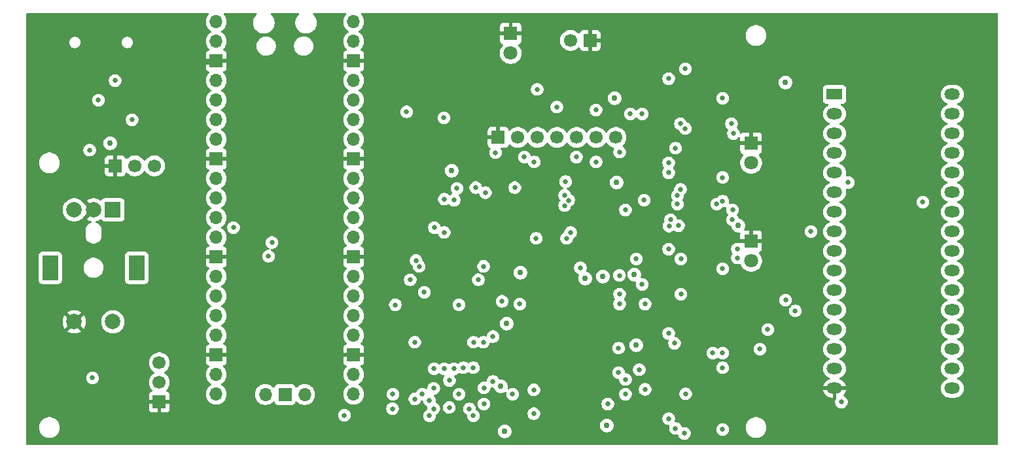
<source format=gbr>
%TF.GenerationSoftware,KiCad,Pcbnew,9.0.4*%
%TF.CreationDate,2025-09-26T12:58:40-07:00*%
%TF.ProjectId,SD-PGMR,53442d50-474d-4522-9e6b-696361645f70,v1.0*%
%TF.SameCoordinates,Original*%
%TF.FileFunction,Copper,L3,Inr*%
%TF.FilePolarity,Positive*%
%FSLAX46Y46*%
G04 Gerber Fmt 4.6, Leading zero omitted, Abs format (unit mm)*
G04 Created by KiCad (PCBNEW 9.0.4) date 2025-09-26 12:58:40*
%MOMM*%
%LPD*%
G01*
G04 APERTURE LIST*
%TA.AperFunction,ComponentPad*%
%ADD10R,1.700000X1.700000*%
%TD*%
%TA.AperFunction,ComponentPad*%
%ADD11C,1.700000*%
%TD*%
%TA.AperFunction,ComponentPad*%
%ADD12R,2.000000X1.440000*%
%TD*%
%TA.AperFunction,ComponentPad*%
%ADD13O,2.000000X1.440000*%
%TD*%
%TA.AperFunction,ComponentPad*%
%ADD14O,1.700000X1.700000*%
%TD*%
%TA.AperFunction,ComponentPad*%
%ADD15R,2.000000X2.000000*%
%TD*%
%TA.AperFunction,ComponentPad*%
%ADD16C,2.000000*%
%TD*%
%TA.AperFunction,ComponentPad*%
%ADD17R,2.000000X3.200000*%
%TD*%
%TA.AperFunction,ComponentPad*%
%ADD18R,1.800000X1.800000*%
%TD*%
%TA.AperFunction,ComponentPad*%
%ADD19C,1.800000*%
%TD*%
%TA.AperFunction,ViaPad*%
%ADD20C,0.762000*%
%TD*%
%TA.AperFunction,ViaPad*%
%ADD21C,0.635000*%
%TD*%
%TA.AperFunction,Conductor*%
%ADD22C,0.508000*%
%TD*%
G04 APERTURE END LIST*
D10*
%TO.N,GND*%
%TO.C,J4*%
X94234000Y-128778000D03*
D11*
%TO.N,/PD3*%
X94234000Y-126238000D03*
%TO.N,/PD2*%
X94234000Y-123698000D03*
%TD*%
D12*
%TO.N,/BA18*%
%TO.C,U10*%
X181610000Y-88900000D03*
D13*
%TO.N,/BA16*%
X181610000Y-91440000D03*
%TO.N,/BA15*%
X181610000Y-93980000D03*
%TO.N,/BA12*%
X181610000Y-96520000D03*
%TO.N,/BA7*%
X181610000Y-99060000D03*
%TO.N,/BA6*%
X181610000Y-101600000D03*
%TO.N,/BA5*%
X181610000Y-104140000D03*
%TO.N,/BA4*%
X181610000Y-106680000D03*
%TO.N,/BA3*%
X181610000Y-109220000D03*
%TO.N,/BA2*%
X181610000Y-111760000D03*
%TO.N,/BA1*%
X181610000Y-114300000D03*
%TO.N,/BA0*%
X181610000Y-116840000D03*
%TO.N,/BD0*%
X181610000Y-119380000D03*
%TO.N,/BD1*%
X181610000Y-121920000D03*
%TO.N,/BD2*%
X181610000Y-124460000D03*
%TO.N,GND*%
X181610000Y-127000000D03*
%TO.N,/BD3*%
X196850000Y-127000000D03*
%TO.N,/BD4*%
X196850000Y-124460000D03*
%TO.N,/BD5*%
X196850000Y-121920000D03*
%TO.N,/BD6*%
X196850000Y-119380000D03*
%TO.N,/BD7*%
X196850000Y-116840000D03*
%TO.N,/F_SEL-*%
X196850000Y-114300000D03*
%TO.N,/BA10*%
X196850000Y-111760000D03*
%TO.N,/PRD-*%
X196850000Y-109220000D03*
%TO.N,/BA11*%
X196850000Y-106680000D03*
%TO.N,/BA9*%
X196850000Y-104140000D03*
%TO.N,/BA8*%
X196850000Y-101600000D03*
%TO.N,/BA13*%
X196850000Y-99060000D03*
%TO.N,/BA14*%
X196850000Y-96520000D03*
%TO.N,/BA17*%
X196850000Y-93980000D03*
%TO.N,/FWR-*%
X196850000Y-91440000D03*
%TO.N,+5VP*%
X196850000Y-88900000D03*
%TD*%
D14*
%TO.N,/RE_A*%
%TO.C,U3*%
X101600000Y-79502000D03*
%TO.N,/RE_B*%
X101600000Y-82042000D03*
D10*
%TO.N,GND*%
X101600000Y-84582000D03*
D14*
%TO.N,/SPICK*%
X101600000Y-87122000D03*
%TO.N,/SPIMO*%
X101600000Y-89662000D03*
%TO.N,/SPIMI*%
X101600000Y-92202000D03*
%TO.N,/CARD_CS-*%
X101600000Y-94742000D03*
D10*
%TO.N,GND*%
X101600000Y-97282000D03*
D14*
%TO.N,/DISP_CS-*%
X101600000Y-99822000D03*
%TO.N,/SD_DET-*%
X101600000Y-102362000D03*
%TO.N,/RE_SW-*%
X101600000Y-104902000D03*
%TO.N,/FPWR_ON*%
X101600000Y-107442000D03*
D10*
%TO.N,GND*%
X101600000Y-109982000D03*
D14*
%TO.N,/PD0*%
X101600000Y-112522000D03*
%TO.N,/PD1*%
X101600000Y-115062000D03*
%TO.N,/PD2*%
X101600000Y-117602000D03*
%TO.N,/PD3*%
X101600000Y-120142000D03*
D10*
%TO.N,GND*%
X101600000Y-122682000D03*
D14*
%TO.N,/PD4*%
X101600000Y-125222000D03*
%TO.N,/PD5*%
X101600000Y-127762000D03*
%TO.N,/PD6*%
X119380000Y-127762000D03*
%TO.N,/PD7*%
X119380000Y-125222000D03*
D10*
%TO.N,GND*%
X119380000Y-122682000D03*
D14*
%TO.N,/PRD-*%
X119380000Y-120142000D03*
%TO.N,/PWR-*%
X119380000Y-117602000D03*
%TO.N,/DATA_LCH*%
X119380000Y-115062000D03*
%TO.N,/FWR-*%
X119380000Y-112522000D03*
D10*
%TO.N,GND*%
X119380000Y-109982000D03*
D14*
%TO.N,Net-(U3-GPIO22)*%
X119380000Y-107442000D03*
%TO.N,/RESET-*%
X119380000Y-104902000D03*
%TO.N,/A0*%
X119380000Y-102362000D03*
%TO.N,/A1*%
X119380000Y-99822000D03*
D10*
%TO.N,GND*%
X119380000Y-97282000D03*
D14*
%TO.N,/A2*%
X119380000Y-94742000D03*
%TO.N,unconnected-(U3-ADC_VREF-Pad35)_1*%
X119380000Y-92202000D03*
%TO.N,+3.3V*%
X119380000Y-89662000D03*
%TO.N,unconnected-(U3-3V3_EN-Pad37)_1*%
X119380000Y-87122000D03*
D10*
%TO.N,GND*%
X119380000Y-84582000D03*
D14*
%TO.N,+5V*%
X119380000Y-82042000D03*
X119380000Y-79502000D03*
%TO.N,unconnected-(U3-SWCLK-PadD1)_1*%
X107954000Y-127802000D03*
D10*
%TO.N,unconnected-(U3-GND-PadD2)_1*%
X110494000Y-127802000D03*
D14*
%TO.N,unconnected-(U3-SWDIO-PadD3)*%
X113034000Y-127802000D03*
%TD*%
D15*
%TO.N,/RE_A*%
%TO.C,RE1*%
X88225000Y-103875000D03*
D16*
%TO.N,/RE_B*%
X83225000Y-103875000D03*
%TO.N,GND*%
X85725000Y-103875000D03*
D17*
%TO.N,N/C*%
X91325000Y-111375000D03*
X80125000Y-111375000D03*
D16*
%TO.N,GND*%
X83225000Y-118375000D03*
%TO.N,/RE_SW-*%
X88225000Y-118375000D03*
%TD*%
D18*
%TO.N,GND*%
%TO.C,LED3*%
X170815000Y-107950000D03*
D19*
%TO.N,Net-(LED3-A)*%
X170815000Y-110490000D03*
%TD*%
D18*
%TO.N,GND*%
%TO.C,LED2*%
X139700000Y-81026000D03*
D19*
%TO.N,Net-(LED2-A)*%
X139700000Y-83566000D03*
%TD*%
D18*
%TO.N,GND*%
%TO.C,LED1*%
X170815000Y-95250000D03*
D19*
%TO.N,Net-(LED1-A)*%
X170815000Y-97790000D03*
%TD*%
D10*
%TO.N,GND*%
%TO.C,J3*%
X149992000Y-81915000D03*
D11*
%TO.N,+3.3V*%
X147452000Y-81915000D03*
%TD*%
D10*
%TO.N,GND*%
%TO.C,J2*%
X88519000Y-98171000D03*
D11*
%TO.N,/RE_B*%
X91059000Y-98171000D03*
%TO.N,/RE_A*%
X93599000Y-98171000D03*
%TD*%
D10*
%TO.N,GND*%
%TO.C,J1*%
X138083500Y-94488000D03*
D11*
%TO.N,+3.3V*%
X140623500Y-94488000D03*
%TO.N,/SPICK*%
X143163500Y-94488000D03*
%TO.N,/SPIMO*%
X145703500Y-94488000D03*
%TO.N,/DISPRST-*%
X148243500Y-94488000D03*
%TO.N,/DISP_CD*%
X150783500Y-94488000D03*
%TO.N,/DISP_CS-*%
X153323500Y-94488000D03*
%TD*%
D20*
%TO.N,GND*%
X165354000Y-106426000D03*
%TO.N,+3.3V*%
X138938000Y-132588000D03*
%TO.N,+5V*%
X153416000Y-100330000D03*
%TO.N,+3.3V*%
X138430000Y-126746000D03*
X87884000Y-95250000D03*
%TO.N,GND*%
X153162000Y-87630000D03*
%TO.N,+5V*%
X153162000Y-89408000D03*
X152146000Y-131826000D03*
X155955000Y-121412000D03*
X155702000Y-112268000D03*
X151638000Y-112522000D03*
X139192000Y-118618000D03*
X132080000Y-98806000D03*
D21*
%TO.N,/FPWR_ON*%
X148717000Y-111379000D03*
D20*
%TO.N,+5V*%
X140970000Y-112014000D03*
%TO.N,+5VP*%
X175260000Y-87376000D03*
%TO.N,GND*%
X173228000Y-87376000D03*
%TO.N,+5VP*%
X169164000Y-105918000D03*
X149352000Y-112776000D03*
%TO.N,GND*%
X126492000Y-124460000D03*
X139700000Y-123190000D03*
X148336000Y-121691400D03*
X153670000Y-120650000D03*
X153670000Y-131371000D03*
X165862000Y-129032000D03*
X165862000Y-124460000D03*
X165354000Y-112776000D03*
X165354000Y-117348000D03*
X165354000Y-101092000D03*
X165608000Y-90678000D03*
X166370000Y-84238100D03*
X166370000Y-80518000D03*
X153416000Y-98552000D03*
X153670000Y-109474000D03*
X144272000Y-104140000D03*
X138430000Y-101854000D03*
X139446000Y-108712000D03*
X124206000Y-108458000D03*
X96520000Y-81026000D03*
D21*
%TO.N,/PD5*%
X103835200Y-106172000D03*
%TO.N,/PD4*%
X129184400Y-128574800D03*
X129743200Y-127000000D03*
%TO.N,/PD7*%
X108356400Y-109880400D03*
X127457200Y-110439200D03*
X153771600Y-112369600D03*
%TO.N,/PD2*%
X136245600Y-129032000D03*
X136245600Y-126949200D03*
%TO.N,/PD3*%
X131759552Y-129489200D03*
X131775200Y-125984000D03*
%TO.N,/PWR-*%
X138582400Y-115722400D03*
%TO.N,/PD0*%
X142697200Y-130289300D03*
X142697200Y-127203200D03*
%TO.N,/PD3*%
X132384800Y-102616000D03*
%TO.N,/PD0*%
X136194800Y-111201200D03*
X127863600Y-111201200D03*
%TO.N,/PD1*%
X135514300Y-112928400D03*
X126703433Y-112936633D03*
%TO.N,/PD2*%
X132994400Y-116179600D03*
X124764800Y-116179600D03*
%TO.N,/PD3*%
X124409200Y-129641600D03*
X129743200Y-129641600D03*
%TO.N,/PRD-*%
X137414000Y-120294400D03*
%TO.N,/PD7*%
X127304800Y-128384300D03*
%TO.N,/PD4*%
X129193500Y-130561539D03*
X118173500Y-130492500D03*
%TO.N,/PD6*%
X124460000Y-127762000D03*
X128270000Y-127762000D03*
%TO.N,/FPWR_ON*%
X108813600Y-108102400D03*
%TO.N,/BD2*%
X134366000Y-129667000D03*
%TO.N,/SPIMO*%
X145669000Y-90551000D03*
%TO.N,/SPICK*%
X143129000Y-88265000D03*
%TO.N,/A0*%
X131114800Y-102489000D03*
X136436100Y-101650800D03*
%TO.N,/A1*%
X135178800Y-100990400D03*
X132740400Y-101104700D03*
%TO.N,/RESET-*%
X126238000Y-91173300D03*
%TO.N,/ADL_LD-*%
X140868400Y-116078000D03*
X153797000Y-116078000D03*
%TO.N,/PD6*%
X128524000Y-114554000D03*
X153797000Y-114808000D03*
%TO.N,/PD4*%
X131098500Y-106807000D03*
X147462621Y-106819700D03*
X160197706Y-105969176D03*
%TO.N,/DISP_CS-*%
X131064000Y-91948000D03*
%TO.N,/DISPRST-*%
X148209000Y-97028000D03*
X141478000Y-97028000D03*
%TO.N,/DISP_CD*%
X150749000Y-97663000D03*
X142748000Y-97663000D03*
%TO.N,/PD2*%
X152273000Y-129032000D03*
%TO.N,/PD1*%
X134874000Y-130556000D03*
X134874000Y-124333000D03*
%TO.N,/ADM_LD-*%
X137731500Y-96456500D03*
X153797000Y-96393000D03*
%TO.N,/ADL_LD-*%
X157088585Y-127139700D03*
X157099000Y-116078000D03*
%TO.N,/PD0*%
X161718600Y-110236000D03*
X161036000Y-132207000D03*
%TO.N,/PD3*%
X156337000Y-124587000D03*
X156959300Y-102616000D03*
%TO.N,/PD4*%
X160909000Y-121158000D03*
X160147000Y-99060000D03*
%TO.N,/ADM_LD-*%
X160401000Y-105156000D03*
X161036000Y-95885000D03*
%TO.N,/PD6*%
X161718600Y-114808000D03*
X161417000Y-105918000D03*
X161683700Y-101219000D03*
X161671000Y-92718900D03*
%TO.N,/PD7*%
X156718000Y-113538000D03*
X156718000Y-91440000D03*
%TO.N,/PD5*%
X129828500Y-106172000D03*
X146685000Y-103313793D03*
X161276300Y-103124000D03*
%TO.N,/PD0*%
X155956000Y-110236000D03*
X155194000Y-91440000D03*
%TO.N,/PD1*%
X167132000Y-122428000D03*
X167132000Y-124333000D03*
X167132000Y-132334000D03*
%TO.N,/PD5*%
X165862000Y-122428000D03*
X166370000Y-103124000D03*
%TO.N,/PD1*%
X167132000Y-111506000D03*
X167132000Y-99682300D03*
X167132000Y-102743000D03*
X167132000Y-89408000D03*
%TO.N,/PD2*%
X154559000Y-125857000D03*
X154559000Y-103881126D03*
X150749000Y-90932000D03*
%TO.N,/PD3*%
X147208621Y-102635526D03*
X146812000Y-100215700D03*
%TO.N,/BD0*%
X136178500Y-121031000D03*
X153670000Y-121793000D03*
X172974000Y-119380000D03*
%TO.N,/BD1*%
X171958000Y-121920000D03*
X134892000Y-121031000D03*
X153670000Y-124968000D03*
%TO.N,/BD2*%
X133604000Y-124333000D03*
X162179000Y-132834300D03*
%TO.N,/F_SEL-*%
X140242500Y-100990400D03*
X146685000Y-101981000D03*
X183388000Y-100330000D03*
X161276300Y-102010144D03*
%TO.N,/BD7*%
X127288500Y-121031000D03*
X133004152Y-127762000D03*
X154559000Y-127762000D03*
X139954000Y-127762000D03*
X162341994Y-127721644D03*
%TO.N,/BD5*%
X129794000Y-124460000D03*
%TO.N,/BD4*%
X131098500Y-124460000D03*
%TO.N,/PRD-*%
X137414000Y-126111000D03*
X175271700Y-115563464D03*
%TO.N,/ACLK*%
X143002000Y-107569000D03*
X146939000Y-107569000D03*
X160147000Y-130937000D03*
X160147000Y-119888000D03*
X160147000Y-108966000D03*
X160147000Y-97790000D03*
X160147000Y-86868000D03*
%TO.N,Net-(U8-~{RC})*%
X162306000Y-85598000D03*
X162306000Y-93345000D03*
%TO.N,/BA11*%
X193040000Y-102870000D03*
%TO.N,/BA15*%
X168275000Y-92718900D03*
%TO.N,/BA14*%
X168529000Y-93980000D03*
%TO.N,/BA11*%
X168407079Y-103876917D03*
%TO.N,/BA10*%
X168402000Y-105156000D03*
%TO.N,/BA8*%
X169037000Y-108966000D03*
%TO.N,/BA9*%
X169037000Y-110109000D03*
%TO.N,/BA4*%
X178562000Y-106680000D03*
%TO.N,/BA0*%
X176530000Y-116967000D03*
%TO.N,/BD3*%
X132358400Y-124460000D03*
X182499000Y-128778000D03*
%TO.N,Net-(U3-GPIO22)*%
X85598000Y-125650000D03*
%TO.N,/CARD_CS-*%
X85217000Y-96139000D03*
%TO.N,/SPIMI*%
X90721000Y-92202000D03*
%TO.N,/SPIMO*%
X86360000Y-89662000D03*
%TO.N,/SPICK*%
X88519000Y-87122000D03*
%TD*%
D22*
%TO.N,GND*%
X100330000Y-84836000D02*
X101346000Y-84836000D01*
%TD*%
%TA.AperFunction,Conductor*%
%TO.N,GND*%
G36*
X100600781Y-78378685D02*
G01*
X100646536Y-78431489D01*
X100656480Y-78500647D01*
X100627455Y-78564203D01*
X100621423Y-78570681D01*
X100569894Y-78622209D01*
X100569890Y-78622213D01*
X100444951Y-78794179D01*
X100348444Y-78983585D01*
X100282753Y-79185760D01*
X100264018Y-79304049D01*
X100249500Y-79395713D01*
X100249500Y-79608287D01*
X100282754Y-79818243D01*
X100329708Y-79962753D01*
X100348444Y-80020414D01*
X100444951Y-80209820D01*
X100569890Y-80381786D01*
X100720213Y-80532109D01*
X100892182Y-80657050D01*
X100900946Y-80661516D01*
X100951742Y-80709491D01*
X100968536Y-80777312D01*
X100945998Y-80843447D01*
X100900946Y-80882484D01*
X100892182Y-80886949D01*
X100720213Y-81011890D01*
X100569890Y-81162213D01*
X100444951Y-81334179D01*
X100348444Y-81523585D01*
X100282753Y-81725760D01*
X100249500Y-81935713D01*
X100249500Y-82148286D01*
X100282753Y-82358239D01*
X100282753Y-82358241D01*
X100282754Y-82358243D01*
X100342380Y-82541753D01*
X100348444Y-82560414D01*
X100444951Y-82749820D01*
X100569890Y-82921786D01*
X100683818Y-83035714D01*
X100717303Y-83097037D01*
X100712319Y-83166729D01*
X100670447Y-83222662D01*
X100639471Y-83239577D01*
X100507912Y-83288646D01*
X100507906Y-83288649D01*
X100392812Y-83374809D01*
X100392809Y-83374812D01*
X100306649Y-83489906D01*
X100306645Y-83489913D01*
X100256403Y-83624620D01*
X100256401Y-83624627D01*
X100250000Y-83684155D01*
X100250000Y-84332000D01*
X101155440Y-84332000D01*
X101124755Y-84385147D01*
X101090000Y-84514857D01*
X101090000Y-84649143D01*
X101124755Y-84778853D01*
X101155440Y-84832000D01*
X100250000Y-84832000D01*
X100250000Y-85479844D01*
X100256401Y-85539372D01*
X100256403Y-85539379D01*
X100306645Y-85674086D01*
X100306649Y-85674093D01*
X100392809Y-85789187D01*
X100392812Y-85789190D01*
X100507906Y-85875350D01*
X100507913Y-85875354D01*
X100639470Y-85924422D01*
X100695404Y-85966293D01*
X100719821Y-86031758D01*
X100704969Y-86100031D01*
X100683819Y-86128285D01*
X100569889Y-86242215D01*
X100444951Y-86414179D01*
X100348444Y-86603585D01*
X100282753Y-86805760D01*
X100249500Y-87015713D01*
X100249500Y-87228286D01*
X100270455Y-87360594D01*
X100282754Y-87438243D01*
X100346076Y-87633128D01*
X100348444Y-87640414D01*
X100444951Y-87829820D01*
X100569890Y-88001786D01*
X100720213Y-88152109D01*
X100892182Y-88277050D01*
X100900946Y-88281516D01*
X100951742Y-88329491D01*
X100968536Y-88397312D01*
X100945998Y-88463447D01*
X100900946Y-88502484D01*
X100892182Y-88506949D01*
X100720213Y-88631890D01*
X100569890Y-88782213D01*
X100444951Y-88954179D01*
X100348444Y-89143585D01*
X100282753Y-89345760D01*
X100249500Y-89555713D01*
X100249500Y-89768286D01*
X100282643Y-89977547D01*
X100282754Y-89978243D01*
X100342958Y-90163532D01*
X100348444Y-90180414D01*
X100444951Y-90369820D01*
X100569888Y-90541783D01*
X100569894Y-90541790D01*
X100720213Y-90692109D01*
X100892182Y-90817050D01*
X100900946Y-90821516D01*
X100951742Y-90869491D01*
X100968536Y-90937312D01*
X100945998Y-91003447D01*
X100900946Y-91042484D01*
X100892182Y-91046949D01*
X100720213Y-91171890D01*
X100569890Y-91322213D01*
X100444951Y-91494179D01*
X100348444Y-91683585D01*
X100282753Y-91885760D01*
X100249500Y-92095713D01*
X100249500Y-92308286D01*
X100275025Y-92469448D01*
X100282754Y-92518243D01*
X100340467Y-92695865D01*
X100348444Y-92720414D01*
X100444951Y-92909820D01*
X100569890Y-93081786D01*
X100720213Y-93232109D01*
X100892182Y-93357050D01*
X100900946Y-93361516D01*
X100951742Y-93409491D01*
X100968536Y-93477312D01*
X100945998Y-93543447D01*
X100900946Y-93582484D01*
X100892182Y-93586949D01*
X100720213Y-93711890D01*
X100569890Y-93862213D01*
X100444951Y-94034179D01*
X100348444Y-94223585D01*
X100282753Y-94425760D01*
X100260653Y-94565294D01*
X100249500Y-94635713D01*
X100249500Y-94848287D01*
X100259424Y-94910942D01*
X100274544Y-95006412D01*
X100282754Y-95058243D01*
X100340467Y-95235865D01*
X100348444Y-95260414D01*
X100444951Y-95449820D01*
X100569890Y-95621786D01*
X100683818Y-95735714D01*
X100717303Y-95797037D01*
X100712319Y-95866729D01*
X100670447Y-95922662D01*
X100639471Y-95939577D01*
X100507912Y-95988646D01*
X100507906Y-95988649D01*
X100392812Y-96074809D01*
X100392809Y-96074812D01*
X100306649Y-96189906D01*
X100306645Y-96189913D01*
X100256403Y-96324620D01*
X100256401Y-96324627D01*
X100250000Y-96384155D01*
X100250000Y-97032000D01*
X101155440Y-97032000D01*
X101124755Y-97085147D01*
X101090000Y-97214857D01*
X101090000Y-97349143D01*
X101124755Y-97478853D01*
X101155440Y-97532000D01*
X100250000Y-97532000D01*
X100250000Y-98179844D01*
X100256401Y-98239372D01*
X100256403Y-98239379D01*
X100306645Y-98374086D01*
X100306649Y-98374093D01*
X100392809Y-98489187D01*
X100392812Y-98489190D01*
X100507906Y-98575350D01*
X100507913Y-98575354D01*
X100639470Y-98624422D01*
X100695404Y-98666293D01*
X100719821Y-98731758D01*
X100704969Y-98800031D01*
X100683819Y-98828285D01*
X100569889Y-98942215D01*
X100444951Y-99114179D01*
X100348444Y-99303585D01*
X100282753Y-99505760D01*
X100249500Y-99715713D01*
X100249500Y-99928286D01*
X100282261Y-100135134D01*
X100282754Y-100138243D01*
X100340467Y-100315865D01*
X100348444Y-100340414D01*
X100444951Y-100529820D01*
X100569890Y-100701786D01*
X100720213Y-100852109D01*
X100892182Y-100977050D01*
X100900946Y-100981516D01*
X100951742Y-101029491D01*
X100968536Y-101097312D01*
X100945998Y-101163447D01*
X100900946Y-101202484D01*
X100892182Y-101206949D01*
X100720213Y-101331890D01*
X100569890Y-101482213D01*
X100444951Y-101654179D01*
X100348444Y-101843585D01*
X100282753Y-102045760D01*
X100275025Y-102094555D01*
X100249500Y-102255713D01*
X100249500Y-102468287D01*
X100255221Y-102504405D01*
X100281648Y-102671265D01*
X100282754Y-102678243D01*
X100346401Y-102874128D01*
X100348444Y-102880414D01*
X100444951Y-103069820D01*
X100569890Y-103241786D01*
X100720213Y-103392109D01*
X100892182Y-103517050D01*
X100900946Y-103521516D01*
X100951742Y-103569491D01*
X100968536Y-103637312D01*
X100945998Y-103703447D01*
X100900946Y-103742484D01*
X100892182Y-103746949D01*
X100720213Y-103871890D01*
X100569890Y-104022213D01*
X100444951Y-104194179D01*
X100348444Y-104383585D01*
X100282753Y-104585760D01*
X100264798Y-104699125D01*
X100249500Y-104795713D01*
X100249500Y-105008287D01*
X100258469Y-105064914D01*
X100273266Y-105158343D01*
X100282754Y-105218243D01*
X100340691Y-105396555D01*
X100348444Y-105420414D01*
X100444951Y-105609820D01*
X100569890Y-105781786D01*
X100720213Y-105932109D01*
X100892182Y-106057050D01*
X100900946Y-106061516D01*
X100951742Y-106109491D01*
X100968536Y-106177312D01*
X100945998Y-106243447D01*
X100900946Y-106282484D01*
X100892182Y-106286949D01*
X100720213Y-106411890D01*
X100569890Y-106562213D01*
X100444951Y-106734179D01*
X100348444Y-106923585D01*
X100282753Y-107125760D01*
X100257627Y-107284400D01*
X100249500Y-107335713D01*
X100249500Y-107548287D01*
X100282754Y-107758243D01*
X100340467Y-107935865D01*
X100348444Y-107960414D01*
X100444951Y-108149820D01*
X100569890Y-108321786D01*
X100683818Y-108435714D01*
X100717303Y-108497037D01*
X100712319Y-108566729D01*
X100670447Y-108622662D01*
X100639471Y-108639577D01*
X100507912Y-108688646D01*
X100507906Y-108688649D01*
X100392812Y-108774809D01*
X100392809Y-108774812D01*
X100306649Y-108889906D01*
X100306645Y-108889913D01*
X100256403Y-109024620D01*
X100256401Y-109024627D01*
X100250000Y-109084155D01*
X100250000Y-109732000D01*
X101155440Y-109732000D01*
X101124755Y-109785147D01*
X101090000Y-109914857D01*
X101090000Y-110049143D01*
X101124755Y-110178853D01*
X101155440Y-110232000D01*
X100250000Y-110232000D01*
X100250000Y-110879844D01*
X100256401Y-110939372D01*
X100256403Y-110939379D01*
X100306645Y-111074086D01*
X100306649Y-111074093D01*
X100392809Y-111189187D01*
X100392812Y-111189190D01*
X100507906Y-111275350D01*
X100507913Y-111275354D01*
X100639470Y-111324422D01*
X100695404Y-111366293D01*
X100719821Y-111431758D01*
X100704969Y-111500031D01*
X100683819Y-111528285D01*
X100569889Y-111642215D01*
X100444951Y-111814179D01*
X100348444Y-112003585D01*
X100348443Y-112003587D01*
X100348443Y-112003588D01*
X100346077Y-112010871D01*
X100282753Y-112205760D01*
X100249500Y-112415713D01*
X100249500Y-112628286D01*
X100281539Y-112830577D01*
X100282754Y-112838243D01*
X100346076Y-113033128D01*
X100348444Y-113040414D01*
X100444951Y-113229820D01*
X100569890Y-113401786D01*
X100720213Y-113552109D01*
X100892182Y-113677050D01*
X100900946Y-113681516D01*
X100951742Y-113729491D01*
X100968536Y-113797312D01*
X100945998Y-113863447D01*
X100900946Y-113902484D01*
X100892182Y-113906949D01*
X100720213Y-114031890D01*
X100569890Y-114182213D01*
X100444951Y-114354179D01*
X100348444Y-114543585D01*
X100282753Y-114745760D01*
X100249500Y-114955713D01*
X100249500Y-115168286D01*
X100276786Y-115340566D01*
X100282754Y-115378243D01*
X100340691Y-115556555D01*
X100348444Y-115580414D01*
X100444951Y-115769820D01*
X100569890Y-115941786D01*
X100720213Y-116092109D01*
X100892182Y-116217050D01*
X100900946Y-116221516D01*
X100951742Y-116269491D01*
X100968536Y-116337312D01*
X100945998Y-116403447D01*
X100900946Y-116442484D01*
X100892182Y-116446949D01*
X100720213Y-116571890D01*
X100569890Y-116722213D01*
X100444951Y-116894179D01*
X100348444Y-117083585D01*
X100348443Y-117083587D01*
X100348443Y-117083588D01*
X100334727Y-117125801D01*
X100282753Y-117285760D01*
X100249500Y-117495713D01*
X100249500Y-117708286D01*
X100269858Y-117836825D01*
X100282754Y-117918243D01*
X100340467Y-118095865D01*
X100348444Y-118120414D01*
X100444951Y-118309820D01*
X100569890Y-118481786D01*
X100720213Y-118632109D01*
X100892182Y-118757050D01*
X100900946Y-118761516D01*
X100951742Y-118809491D01*
X100968536Y-118877312D01*
X100945998Y-118943447D01*
X100900946Y-118982484D01*
X100892182Y-118986949D01*
X100720213Y-119111890D01*
X100569890Y-119262213D01*
X100444951Y-119434179D01*
X100348444Y-119623585D01*
X100282753Y-119825760D01*
X100269897Y-119906932D01*
X100249500Y-120035713D01*
X100249500Y-120248287D01*
X100251175Y-120258860D01*
X100278239Y-120429741D01*
X100282754Y-120458243D01*
X100342958Y-120643532D01*
X100348444Y-120660414D01*
X100444951Y-120849820D01*
X100569890Y-121021786D01*
X100683818Y-121135714D01*
X100717303Y-121197037D01*
X100712319Y-121266729D01*
X100670447Y-121322662D01*
X100639471Y-121339577D01*
X100507912Y-121388646D01*
X100507906Y-121388649D01*
X100392812Y-121474809D01*
X100392809Y-121474812D01*
X100306649Y-121589906D01*
X100306645Y-121589913D01*
X100256403Y-121724620D01*
X100256401Y-121724627D01*
X100250000Y-121784155D01*
X100250000Y-122432000D01*
X101155440Y-122432000D01*
X101124755Y-122485147D01*
X101090000Y-122614857D01*
X101090000Y-122749143D01*
X101124755Y-122878853D01*
X101155440Y-122932000D01*
X100250000Y-122932000D01*
X100250000Y-123579844D01*
X100256401Y-123639372D01*
X100256403Y-123639379D01*
X100306645Y-123774086D01*
X100306649Y-123774093D01*
X100392809Y-123889187D01*
X100392812Y-123889190D01*
X100507906Y-123975350D01*
X100507913Y-123975354D01*
X100639470Y-124024422D01*
X100695404Y-124066293D01*
X100719821Y-124131758D01*
X100704969Y-124200031D01*
X100683819Y-124228285D01*
X100569889Y-124342215D01*
X100444951Y-124514179D01*
X100348444Y-124703585D01*
X100282753Y-124905760D01*
X100254689Y-125082949D01*
X100249500Y-125115713D01*
X100249500Y-125328287D01*
X100253805Y-125355466D01*
X100281477Y-125530184D01*
X100282754Y-125538243D01*
X100342958Y-125723532D01*
X100348444Y-125740414D01*
X100444951Y-125929820D01*
X100569890Y-126101786D01*
X100720213Y-126252109D01*
X100892182Y-126377050D01*
X100900946Y-126381516D01*
X100951742Y-126429491D01*
X100968536Y-126497312D01*
X100945998Y-126563447D01*
X100900946Y-126602484D01*
X100892182Y-126606949D01*
X100720213Y-126731890D01*
X100569890Y-126882213D01*
X100444951Y-127054179D01*
X100348444Y-127243585D01*
X100282753Y-127445760D01*
X100252721Y-127635379D01*
X100249500Y-127655713D01*
X100249500Y-127868287D01*
X100253055Y-127890733D01*
X100278811Y-128053352D01*
X100282754Y-128078243D01*
X100347659Y-128278000D01*
X100348444Y-128280414D01*
X100444951Y-128469820D01*
X100569890Y-128641786D01*
X100720213Y-128792109D01*
X100892179Y-128917048D01*
X100892181Y-128917049D01*
X100892184Y-128917051D01*
X101081588Y-129013557D01*
X101283757Y-129079246D01*
X101493713Y-129112500D01*
X101493714Y-129112500D01*
X101706286Y-129112500D01*
X101706287Y-129112500D01*
X101916243Y-129079246D01*
X102118412Y-129013557D01*
X102307816Y-128917051D01*
X102388313Y-128858567D01*
X102479786Y-128792109D01*
X102479788Y-128792106D01*
X102479792Y-128792104D01*
X102630104Y-128641792D01*
X102630106Y-128641788D01*
X102630109Y-128641786D01*
X102755048Y-128469820D01*
X102755047Y-128469820D01*
X102755051Y-128469816D01*
X102851557Y-128280412D01*
X102917246Y-128078243D01*
X102950500Y-127868287D01*
X102950500Y-127695713D01*
X106603500Y-127695713D01*
X106603500Y-127908287D01*
X106606639Y-127928103D01*
X106635307Y-128109112D01*
X106636754Y-128118243D01*
X106698116Y-128307096D01*
X106702444Y-128320414D01*
X106798951Y-128509820D01*
X106923890Y-128681786D01*
X107074213Y-128832109D01*
X107246179Y-128957048D01*
X107246181Y-128957049D01*
X107246184Y-128957051D01*
X107435588Y-129053557D01*
X107637757Y-129119246D01*
X107847713Y-129152500D01*
X107847714Y-129152500D01*
X108060286Y-129152500D01*
X108060287Y-129152500D01*
X108270243Y-129119246D01*
X108472412Y-129053557D01*
X108661816Y-128957051D01*
X108767272Y-128880433D01*
X108833784Y-128832110D01*
X108833784Y-128832109D01*
X108833792Y-128832104D01*
X108947329Y-128718566D01*
X109008648Y-128685084D01*
X109078340Y-128690068D01*
X109134274Y-128731939D01*
X109151189Y-128762917D01*
X109200202Y-128894328D01*
X109200206Y-128894335D01*
X109286452Y-129009544D01*
X109286455Y-129009547D01*
X109401664Y-129095793D01*
X109401671Y-129095797D01*
X109536517Y-129146091D01*
X109536516Y-129146091D01*
X109543444Y-129146835D01*
X109596127Y-129152500D01*
X111391872Y-129152499D01*
X111451483Y-129146091D01*
X111586331Y-129095796D01*
X111701546Y-129009546D01*
X111787796Y-128894331D01*
X111836810Y-128762916D01*
X111878681Y-128706984D01*
X111944145Y-128682566D01*
X112012418Y-128697417D01*
X112040673Y-128718569D01*
X112154213Y-128832109D01*
X112326179Y-128957048D01*
X112326181Y-128957049D01*
X112326184Y-128957051D01*
X112515588Y-129053557D01*
X112717757Y-129119246D01*
X112927713Y-129152500D01*
X112927714Y-129152500D01*
X113140286Y-129152500D01*
X113140287Y-129152500D01*
X113350243Y-129119246D01*
X113552412Y-129053557D01*
X113741816Y-128957051D01*
X113797360Y-128916696D01*
X113913786Y-128832109D01*
X113913788Y-128832106D01*
X113913792Y-128832104D01*
X114064104Y-128681792D01*
X114064106Y-128681788D01*
X114064109Y-128681786D01*
X114189048Y-128509820D01*
X114189047Y-128509820D01*
X114189051Y-128509816D01*
X114285557Y-128320412D01*
X114351246Y-128118243D01*
X114384500Y-127908287D01*
X114384500Y-127695713D01*
X114351246Y-127485757D01*
X114285557Y-127283588D01*
X114189051Y-127094184D01*
X114189049Y-127094181D01*
X114189048Y-127094179D01*
X114064109Y-126922213D01*
X113913786Y-126771890D01*
X113741820Y-126646951D01*
X113552414Y-126550444D01*
X113552413Y-126550443D01*
X113552412Y-126550443D01*
X113350243Y-126484754D01*
X113350241Y-126484753D01*
X113350240Y-126484753D01*
X113188957Y-126459208D01*
X113140287Y-126451500D01*
X112927713Y-126451500D01*
X112879042Y-126459208D01*
X112717760Y-126484753D01*
X112515585Y-126550444D01*
X112326179Y-126646951D01*
X112154215Y-126771889D01*
X112040673Y-126885431D01*
X111979350Y-126918915D01*
X111909658Y-126913931D01*
X111853725Y-126872059D01*
X111836810Y-126841082D01*
X111787797Y-126709671D01*
X111787793Y-126709664D01*
X111701547Y-126594455D01*
X111701544Y-126594452D01*
X111586335Y-126508206D01*
X111586328Y-126508202D01*
X111451482Y-126457908D01*
X111451483Y-126457908D01*
X111391883Y-126451501D01*
X111391881Y-126451500D01*
X111391873Y-126451500D01*
X111391864Y-126451500D01*
X109596129Y-126451500D01*
X109596123Y-126451501D01*
X109536516Y-126457908D01*
X109401671Y-126508202D01*
X109401664Y-126508206D01*
X109286455Y-126594452D01*
X109286452Y-126594455D01*
X109200206Y-126709664D01*
X109200203Y-126709669D01*
X109151189Y-126841083D01*
X109109317Y-126897016D01*
X109043853Y-126921433D01*
X108975580Y-126906581D01*
X108947326Y-126885430D01*
X108833786Y-126771890D01*
X108661820Y-126646951D01*
X108472414Y-126550444D01*
X108472413Y-126550443D01*
X108472412Y-126550443D01*
X108270243Y-126484754D01*
X108270241Y-126484753D01*
X108270240Y-126484753D01*
X108108957Y-126459208D01*
X108060287Y-126451500D01*
X107847713Y-126451500D01*
X107799042Y-126459208D01*
X107637760Y-126484753D01*
X107435585Y-126550444D01*
X107246179Y-126646951D01*
X107074213Y-126771890D01*
X106923890Y-126922213D01*
X106798951Y-127094179D01*
X106702444Y-127283585D01*
X106636753Y-127485760D01*
X106612153Y-127641078D01*
X106603500Y-127695713D01*
X102950500Y-127695713D01*
X102950500Y-127655713D01*
X102917246Y-127445757D01*
X102851557Y-127243588D01*
X102755051Y-127054184D01*
X102755049Y-127054181D01*
X102755048Y-127054179D01*
X102630109Y-126882213D01*
X102479786Y-126731890D01*
X102307820Y-126606951D01*
X102307115Y-126606591D01*
X102299054Y-126602485D01*
X102248259Y-126554512D01*
X102231463Y-126486692D01*
X102253999Y-126420556D01*
X102299054Y-126381515D01*
X102307816Y-126377051D01*
X102352912Y-126344287D01*
X102479786Y-126252109D01*
X102479788Y-126252106D01*
X102479792Y-126252104D01*
X102630104Y-126101792D01*
X102630106Y-126101788D01*
X102630109Y-126101786D01*
X102755048Y-125929820D01*
X102755047Y-125929820D01*
X102755051Y-125929816D01*
X102851557Y-125740412D01*
X102917246Y-125538243D01*
X102950500Y-125328287D01*
X102950500Y-125115713D01*
X102917246Y-124905757D01*
X102851557Y-124703588D01*
X102755051Y-124514184D01*
X102755049Y-124514181D01*
X102755048Y-124514179D01*
X102630109Y-124342213D01*
X102516181Y-124228285D01*
X102482696Y-124166962D01*
X102487680Y-124097270D01*
X102529552Y-124041337D01*
X102560529Y-124024422D01*
X102692086Y-123975354D01*
X102692093Y-123975350D01*
X102807187Y-123889190D01*
X102807190Y-123889187D01*
X102893350Y-123774093D01*
X102893354Y-123774086D01*
X102943596Y-123639379D01*
X102943598Y-123639372D01*
X102949999Y-123579844D01*
X102950000Y-123579827D01*
X102950000Y-122932000D01*
X102044560Y-122932000D01*
X102075245Y-122878853D01*
X102110000Y-122749143D01*
X102110000Y-122614857D01*
X102075245Y-122485147D01*
X102044560Y-122432000D01*
X102950000Y-122432000D01*
X102950000Y-121784172D01*
X102949999Y-121784155D01*
X102943598Y-121724627D01*
X102943596Y-121724620D01*
X102893354Y-121589913D01*
X102893350Y-121589906D01*
X102807190Y-121474812D01*
X102807187Y-121474809D01*
X102692093Y-121388649D01*
X102692088Y-121388646D01*
X102560528Y-121339577D01*
X102504595Y-121297705D01*
X102480178Y-121232241D01*
X102495030Y-121163968D01*
X102516175Y-121135720D01*
X102630104Y-121021792D01*
X102631913Y-121019303D01*
X102755048Y-120849820D01*
X102755047Y-120849820D01*
X102755051Y-120849816D01*
X102851557Y-120660412D01*
X102917246Y-120458243D01*
X102950500Y-120248287D01*
X102950500Y-120035713D01*
X102917246Y-119825757D01*
X102851557Y-119623588D01*
X102755051Y-119434184D01*
X102755049Y-119434181D01*
X102755048Y-119434179D01*
X102630109Y-119262213D01*
X102479786Y-119111890D01*
X102307820Y-118986951D01*
X102307115Y-118986591D01*
X102299054Y-118982485D01*
X102248259Y-118934512D01*
X102231463Y-118866692D01*
X102253999Y-118800556D01*
X102299054Y-118761515D01*
X102307816Y-118757051D01*
X102379704Y-118704822D01*
X102479786Y-118632109D01*
X102479788Y-118632106D01*
X102479792Y-118632104D01*
X102630104Y-118481792D01*
X102630106Y-118481788D01*
X102630109Y-118481786D01*
X102755048Y-118309820D01*
X102755049Y-118309819D01*
X102755051Y-118309816D01*
X102851557Y-118120412D01*
X102917246Y-117918243D01*
X102950500Y-117708287D01*
X102950500Y-117495713D01*
X102917246Y-117285757D01*
X102851557Y-117083588D01*
X102755051Y-116894184D01*
X102755049Y-116894181D01*
X102755048Y-116894179D01*
X102630109Y-116722213D01*
X102479786Y-116571890D01*
X102307820Y-116446951D01*
X102305074Y-116445552D01*
X102299054Y-116442485D01*
X102248259Y-116394512D01*
X102231463Y-116326692D01*
X102253999Y-116260556D01*
X102299054Y-116221515D01*
X102307816Y-116217051D01*
X102388313Y-116158567D01*
X102479786Y-116092109D01*
X102479788Y-116092106D01*
X102479792Y-116092104D01*
X102630104Y-115941792D01*
X102630106Y-115941788D01*
X102630109Y-115941786D01*
X102755048Y-115769820D01*
X102755047Y-115769820D01*
X102755051Y-115769816D01*
X102851557Y-115580412D01*
X102917246Y-115378243D01*
X102950500Y-115168287D01*
X102950500Y-114955713D01*
X102917246Y-114745757D01*
X102851557Y-114543588D01*
X102755051Y-114354184D01*
X102755049Y-114354181D01*
X102755048Y-114354179D01*
X102630109Y-114182213D01*
X102479786Y-114031890D01*
X102307820Y-113906951D01*
X102307115Y-113906591D01*
X102299054Y-113902485D01*
X102248259Y-113854512D01*
X102231463Y-113786692D01*
X102253999Y-113720556D01*
X102299054Y-113681515D01*
X102307816Y-113677051D01*
X102381351Y-113623625D01*
X102479786Y-113552109D01*
X102479788Y-113552106D01*
X102479792Y-113552104D01*
X102630104Y-113401792D01*
X102630106Y-113401788D01*
X102630109Y-113401786D01*
X102755048Y-113229820D01*
X102755047Y-113229820D01*
X102755051Y-113229816D01*
X102851557Y-113040412D01*
X102917246Y-112838243D01*
X102950500Y-112628287D01*
X102950500Y-112415713D01*
X102917246Y-112205757D01*
X102851557Y-112003588D01*
X102755051Y-111814184D01*
X102755049Y-111814181D01*
X102755048Y-111814179D01*
X102630109Y-111642213D01*
X102516181Y-111528285D01*
X102482696Y-111466962D01*
X102487680Y-111397270D01*
X102529552Y-111341337D01*
X102560529Y-111324422D01*
X102692086Y-111275354D01*
X102692093Y-111275350D01*
X102807187Y-111189190D01*
X102807190Y-111189187D01*
X102893350Y-111074093D01*
X102893354Y-111074086D01*
X102943596Y-110939379D01*
X102943598Y-110939372D01*
X102949999Y-110879844D01*
X102950000Y-110879827D01*
X102950000Y-110232000D01*
X102044560Y-110232000D01*
X102075245Y-110178853D01*
X102110000Y-110049143D01*
X102110000Y-109914857D01*
X102079179Y-109799829D01*
X107538400Y-109799829D01*
X107538400Y-109960970D01*
X107569833Y-110118994D01*
X107569835Y-110119002D01*
X107631496Y-110267866D01*
X107721019Y-110401847D01*
X107834952Y-110515780D01*
X107968933Y-110605303D01*
X108043365Y-110636133D01*
X108117798Y-110666965D01*
X108250627Y-110693386D01*
X108275829Y-110698399D01*
X108275833Y-110698400D01*
X108275834Y-110698400D01*
X108436967Y-110698400D01*
X108436968Y-110698399D01*
X108595002Y-110666965D01*
X108743868Y-110605302D01*
X108877845Y-110515782D01*
X108991782Y-110401845D01*
X109081302Y-110267868D01*
X109083437Y-110262715D01*
X109096159Y-110232000D01*
X109142965Y-110119002D01*
X109174400Y-109960966D01*
X109174400Y-109799834D01*
X109142965Y-109641798D01*
X109086633Y-109505801D01*
X109081303Y-109492933D01*
X108991780Y-109358952D01*
X108877847Y-109245019D01*
X108743865Y-109155496D01*
X108740611Y-109153757D01*
X108739226Y-109152397D01*
X108738803Y-109152114D01*
X108738856Y-109152033D01*
X108690768Y-109104793D01*
X108675309Y-109036655D01*
X108699143Y-108970976D01*
X108754701Y-108928608D01*
X108799067Y-108920400D01*
X108894167Y-108920400D01*
X108894168Y-108920399D01*
X109052202Y-108888965D01*
X109179266Y-108836332D01*
X109201066Y-108827303D01*
X109201066Y-108827302D01*
X109201068Y-108827302D01*
X109335045Y-108737782D01*
X109448982Y-108623845D01*
X109538502Y-108489868D01*
X109600165Y-108341002D01*
X109631600Y-108182966D01*
X109631600Y-108021834D01*
X109600165Y-107863798D01*
X109556441Y-107758239D01*
X109538503Y-107714933D01*
X109448980Y-107580952D01*
X109335047Y-107467019D01*
X109201066Y-107377496D01*
X109052202Y-107315835D01*
X109052194Y-107315833D01*
X108894170Y-107284400D01*
X108894166Y-107284400D01*
X108733034Y-107284400D01*
X108733029Y-107284400D01*
X108575005Y-107315833D01*
X108574997Y-107315835D01*
X108426133Y-107377496D01*
X108292152Y-107467019D01*
X108178219Y-107580952D01*
X108088696Y-107714933D01*
X108027035Y-107863797D01*
X108027033Y-107863805D01*
X107995600Y-108021829D01*
X107995600Y-108182970D01*
X108027033Y-108340994D01*
X108027035Y-108341002D01*
X108088696Y-108489866D01*
X108178219Y-108623847D01*
X108292152Y-108737780D01*
X108292155Y-108737782D01*
X108426132Y-108827302D01*
X108426133Y-108827302D01*
X108426134Y-108827303D01*
X108429389Y-108829043D01*
X108430773Y-108830402D01*
X108431197Y-108830686D01*
X108431143Y-108830766D01*
X108479232Y-108878007D01*
X108494691Y-108946145D01*
X108470857Y-109011824D01*
X108415299Y-109054192D01*
X108370933Y-109062400D01*
X108275829Y-109062400D01*
X108117805Y-109093833D01*
X108117797Y-109093835D01*
X107968933Y-109155496D01*
X107834952Y-109245019D01*
X107721019Y-109358952D01*
X107631496Y-109492933D01*
X107569835Y-109641797D01*
X107569833Y-109641805D01*
X107538400Y-109799829D01*
X102079179Y-109799829D01*
X102075245Y-109785147D01*
X102044560Y-109732000D01*
X102950000Y-109732000D01*
X102950000Y-109084172D01*
X102949999Y-109084155D01*
X102943598Y-109024627D01*
X102943596Y-109024620D01*
X102893354Y-108889913D01*
X102893350Y-108889906D01*
X102807190Y-108774812D01*
X102807187Y-108774809D01*
X102692093Y-108688649D01*
X102692088Y-108688646D01*
X102560528Y-108639577D01*
X102504595Y-108597705D01*
X102480178Y-108532241D01*
X102495030Y-108463968D01*
X102516175Y-108435720D01*
X102630104Y-108321792D01*
X102650367Y-108293903D01*
X102755048Y-108149820D01*
X102755047Y-108149820D01*
X102755051Y-108149816D01*
X102851557Y-107960412D01*
X102917246Y-107758243D01*
X102950500Y-107548287D01*
X102950500Y-107335713D01*
X102917246Y-107125757D01*
X102851557Y-106923588D01*
X102755051Y-106734184D01*
X102755049Y-106734181D01*
X102755048Y-106734179D01*
X102630109Y-106562213D01*
X102479786Y-106411890D01*
X102307820Y-106286951D01*
X102305074Y-106285552D01*
X102299054Y-106282485D01*
X102296119Y-106279712D01*
X102292204Y-106278718D01*
X102270929Y-106255922D01*
X102248259Y-106234512D01*
X102247287Y-106230590D01*
X102244532Y-106227638D01*
X102238959Y-106196961D01*
X102231463Y-106166692D01*
X102232766Y-106162867D01*
X102232044Y-106158893D01*
X102243941Y-106130072D01*
X102253999Y-106100556D01*
X102257605Y-106096970D01*
X102258704Y-106094310D01*
X102262248Y-106091429D01*
X103017200Y-106091429D01*
X103017200Y-106252570D01*
X103048633Y-106410594D01*
X103048635Y-106410602D01*
X103110296Y-106559466D01*
X103199819Y-106693447D01*
X103313752Y-106807380D01*
X103447733Y-106896903D01*
X103507956Y-106921848D01*
X103596598Y-106958565D01*
X103754629Y-106989999D01*
X103754633Y-106990000D01*
X103754634Y-106990000D01*
X103915767Y-106990000D01*
X103915768Y-106989999D01*
X104073802Y-106958565D01*
X104214537Y-106900270D01*
X104222666Y-106896903D01*
X104222666Y-106896902D01*
X104222668Y-106896902D01*
X104356645Y-106807382D01*
X104470582Y-106693445D01*
X104560102Y-106559468D01*
X104561373Y-106556401D01*
X104572178Y-106530315D01*
X104621765Y-106410602D01*
X104653200Y-106252566D01*
X104653200Y-106091434D01*
X104621765Y-105933398D01*
X104582013Y-105837429D01*
X104560103Y-105784533D01*
X104470580Y-105650552D01*
X104356647Y-105536619D01*
X104222666Y-105447096D01*
X104073802Y-105385435D01*
X104073794Y-105385433D01*
X103915770Y-105354000D01*
X103915766Y-105354000D01*
X103754634Y-105354000D01*
X103754629Y-105354000D01*
X103596605Y-105385433D01*
X103596597Y-105385435D01*
X103447733Y-105447096D01*
X103313752Y-105536619D01*
X103199819Y-105650552D01*
X103110296Y-105784533D01*
X103048635Y-105933397D01*
X103048633Y-105933405D01*
X103017200Y-106091429D01*
X102262248Y-106091429D01*
X102267354Y-106087279D01*
X102284506Y-106070229D01*
X102291478Y-106065375D01*
X102307816Y-106057051D01*
X102479792Y-105932104D01*
X102630104Y-105781792D01*
X102630106Y-105781788D01*
X102630109Y-105781786D01*
X102755048Y-105609820D01*
X102755047Y-105609820D01*
X102755051Y-105609816D01*
X102851557Y-105420412D01*
X102917246Y-105218243D01*
X102950500Y-105008287D01*
X102950500Y-104795713D01*
X102917246Y-104585757D01*
X102851557Y-104383588D01*
X102755051Y-104194184D01*
X102755049Y-104194181D01*
X102755048Y-104194179D01*
X102630109Y-104022213D01*
X102479786Y-103871890D01*
X102307820Y-103746951D01*
X102307115Y-103746591D01*
X102299054Y-103742485D01*
X102248259Y-103694512D01*
X102231463Y-103626692D01*
X102253999Y-103560556D01*
X102299054Y-103521515D01*
X102307816Y-103517051D01*
X102330847Y-103500318D01*
X102479786Y-103392109D01*
X102479788Y-103392106D01*
X102479792Y-103392104D01*
X102630104Y-103241792D01*
X102630106Y-103241788D01*
X102630109Y-103241786D01*
X102755048Y-103069820D01*
X102755047Y-103069820D01*
X102755051Y-103069816D01*
X102851557Y-102880412D01*
X102917246Y-102678243D01*
X102950500Y-102468287D01*
X102950500Y-102255713D01*
X102917246Y-102045757D01*
X102851557Y-101843588D01*
X102755051Y-101654184D01*
X102755049Y-101654181D01*
X102755048Y-101654179D01*
X102630109Y-101482213D01*
X102479786Y-101331890D01*
X102307820Y-101206951D01*
X102307115Y-101206591D01*
X102299054Y-101202485D01*
X102248259Y-101154512D01*
X102231463Y-101086692D01*
X102253999Y-101020556D01*
X102299054Y-100981515D01*
X102307816Y-100977051D01*
X102333221Y-100958593D01*
X102479786Y-100852109D01*
X102479788Y-100852106D01*
X102479792Y-100852104D01*
X102630104Y-100701792D01*
X102630106Y-100701788D01*
X102630109Y-100701786D01*
X102755048Y-100529820D01*
X102755047Y-100529820D01*
X102755051Y-100529816D01*
X102851557Y-100340412D01*
X102917246Y-100138243D01*
X102950500Y-99928287D01*
X102950500Y-99715713D01*
X102917246Y-99505757D01*
X102851557Y-99303588D01*
X102755051Y-99114184D01*
X102755049Y-99114181D01*
X102755048Y-99114179D01*
X102630109Y-98942213D01*
X102516181Y-98828285D01*
X102482696Y-98766962D01*
X102487680Y-98697270D01*
X102529552Y-98641337D01*
X102560529Y-98624422D01*
X102692086Y-98575354D01*
X102692093Y-98575350D01*
X102807187Y-98489190D01*
X102807190Y-98489187D01*
X102893350Y-98374093D01*
X102893354Y-98374086D01*
X102943596Y-98239379D01*
X102943598Y-98239372D01*
X102949999Y-98179844D01*
X102950000Y-98179827D01*
X102950000Y-97532000D01*
X102044560Y-97532000D01*
X102075245Y-97478853D01*
X102110000Y-97349143D01*
X102110000Y-97214857D01*
X102075245Y-97085147D01*
X102044560Y-97032000D01*
X102950000Y-97032000D01*
X102950000Y-96384172D01*
X102949999Y-96384155D01*
X102943598Y-96324627D01*
X102943596Y-96324620D01*
X102893354Y-96189913D01*
X102893350Y-96189906D01*
X102807190Y-96074812D01*
X102807187Y-96074809D01*
X102692093Y-95988649D01*
X102692088Y-95988646D01*
X102560528Y-95939577D01*
X102504595Y-95897705D01*
X102480178Y-95832241D01*
X102495030Y-95763968D01*
X102516175Y-95735720D01*
X102630104Y-95621792D01*
X102633183Y-95617555D01*
X102755048Y-95449820D01*
X102755047Y-95449820D01*
X102755051Y-95449816D01*
X102851557Y-95260412D01*
X102917246Y-95058243D01*
X102950500Y-94848287D01*
X102950500Y-94635713D01*
X102917246Y-94425757D01*
X102851557Y-94223588D01*
X102755051Y-94034184D01*
X102755049Y-94034181D01*
X102755048Y-94034179D01*
X102630109Y-93862213D01*
X102479786Y-93711890D01*
X102307820Y-93586951D01*
X102301231Y-93583594D01*
X102299054Y-93582485D01*
X102248259Y-93534512D01*
X102231463Y-93466692D01*
X102253999Y-93400556D01*
X102299054Y-93361515D01*
X102307816Y-93357051D01*
X102412755Y-93280809D01*
X102479786Y-93232109D01*
X102479788Y-93232106D01*
X102479792Y-93232104D01*
X102630104Y-93081792D01*
X102630106Y-93081788D01*
X102630109Y-93081786D01*
X102755048Y-92909820D01*
X102755047Y-92909820D01*
X102755051Y-92909816D01*
X102851557Y-92720412D01*
X102917246Y-92518243D01*
X102950500Y-92308287D01*
X102950500Y-92095713D01*
X102917246Y-91885757D01*
X102851557Y-91683588D01*
X102755051Y-91494184D01*
X102755049Y-91494181D01*
X102755048Y-91494179D01*
X102630109Y-91322213D01*
X102479786Y-91171890D01*
X102307820Y-91046951D01*
X102307115Y-91046591D01*
X102299054Y-91042485D01*
X102248259Y-90994512D01*
X102231463Y-90926692D01*
X102253999Y-90860556D01*
X102299054Y-90821515D01*
X102307816Y-90817051D01*
X102350786Y-90785832D01*
X102479786Y-90692109D01*
X102479788Y-90692106D01*
X102479792Y-90692104D01*
X102630104Y-90541792D01*
X102630106Y-90541788D01*
X102630112Y-90541783D01*
X102755048Y-90369820D01*
X102755047Y-90369820D01*
X102755051Y-90369816D01*
X102851557Y-90180412D01*
X102917246Y-89978243D01*
X102950500Y-89768287D01*
X102950500Y-89555713D01*
X102917246Y-89345757D01*
X102851557Y-89143588D01*
X102755051Y-88954184D01*
X102755049Y-88954181D01*
X102755048Y-88954179D01*
X102630109Y-88782213D01*
X102479786Y-88631890D01*
X102307820Y-88506951D01*
X102301231Y-88503594D01*
X102299054Y-88502485D01*
X102248259Y-88454512D01*
X102231463Y-88386692D01*
X102253999Y-88320556D01*
X102299054Y-88281515D01*
X102307816Y-88277051D01*
X102381351Y-88223625D01*
X102479786Y-88152109D01*
X102479788Y-88152106D01*
X102479792Y-88152104D01*
X102630104Y-88001792D01*
X102630106Y-88001788D01*
X102630109Y-88001786D01*
X102755048Y-87829820D01*
X102755047Y-87829820D01*
X102755051Y-87829816D01*
X102851557Y-87640412D01*
X102917246Y-87438243D01*
X102950500Y-87228287D01*
X102950500Y-87015713D01*
X102917246Y-86805757D01*
X102851557Y-86603588D01*
X102755051Y-86414184D01*
X102755049Y-86414181D01*
X102755048Y-86414179D01*
X102630109Y-86242213D01*
X102516181Y-86128285D01*
X102482696Y-86066962D01*
X102487680Y-85997270D01*
X102529552Y-85941337D01*
X102560529Y-85924422D01*
X102692086Y-85875354D01*
X102692093Y-85875350D01*
X102807187Y-85789190D01*
X102807190Y-85789187D01*
X102893350Y-85674093D01*
X102893354Y-85674086D01*
X102943596Y-85539379D01*
X102943598Y-85539372D01*
X102949999Y-85479844D01*
X102950000Y-85479827D01*
X102950000Y-84832000D01*
X102044560Y-84832000D01*
X102075245Y-84778853D01*
X102110000Y-84649143D01*
X102110000Y-84514857D01*
X102075245Y-84385147D01*
X102044560Y-84332000D01*
X102950000Y-84332000D01*
X102950000Y-83684172D01*
X102949999Y-83684155D01*
X102943598Y-83624627D01*
X102943596Y-83624620D01*
X102893354Y-83489913D01*
X102893350Y-83489906D01*
X102807190Y-83374812D01*
X102807187Y-83374809D01*
X102692093Y-83288649D01*
X102692088Y-83288646D01*
X102560528Y-83239577D01*
X102504595Y-83197705D01*
X102480178Y-83132241D01*
X102495030Y-83063968D01*
X102516175Y-83035720D01*
X102630104Y-82921792D01*
X102666005Y-82872379D01*
X102755048Y-82749820D01*
X102755047Y-82749820D01*
X102755051Y-82749816D01*
X102849944Y-82563577D01*
X106814500Y-82563577D01*
X106814500Y-82760422D01*
X106845290Y-82954826D01*
X106906117Y-83142029D01*
X106980824Y-83288649D01*
X106995476Y-83317405D01*
X107111172Y-83476646D01*
X107250354Y-83615828D01*
X107409595Y-83731524D01*
X107492455Y-83773743D01*
X107584970Y-83820882D01*
X107584972Y-83820882D01*
X107584975Y-83820884D01*
X107685317Y-83853487D01*
X107772173Y-83881709D01*
X107966578Y-83912500D01*
X107966583Y-83912500D01*
X108163422Y-83912500D01*
X108357826Y-83881709D01*
X108545025Y-83820884D01*
X108720405Y-83731524D01*
X108879646Y-83615828D01*
X109018828Y-83476646D01*
X109134524Y-83317405D01*
X109223884Y-83142025D01*
X109284709Y-82954826D01*
X109289942Y-82921784D01*
X109315500Y-82760422D01*
X109315500Y-82563577D01*
X111664500Y-82563577D01*
X111664500Y-82760422D01*
X111695290Y-82954826D01*
X111756117Y-83142029D01*
X111830824Y-83288649D01*
X111845476Y-83317405D01*
X111961172Y-83476646D01*
X112100354Y-83615828D01*
X112259595Y-83731524D01*
X112342455Y-83773743D01*
X112434970Y-83820882D01*
X112434972Y-83820882D01*
X112434975Y-83820884D01*
X112535317Y-83853487D01*
X112622173Y-83881709D01*
X112816578Y-83912500D01*
X112816583Y-83912500D01*
X113013422Y-83912500D01*
X113207826Y-83881709D01*
X113395025Y-83820884D01*
X113570405Y-83731524D01*
X113729646Y-83615828D01*
X113868828Y-83476646D01*
X113984524Y-83317405D01*
X114073884Y-83142025D01*
X114134709Y-82954826D01*
X114139942Y-82921784D01*
X114165500Y-82760422D01*
X114165500Y-82563577D01*
X114134709Y-82369173D01*
X114096460Y-82251457D01*
X114073884Y-82181975D01*
X114073882Y-82181972D01*
X114073882Y-82181970D01*
X113998167Y-82033372D01*
X113984524Y-82006595D01*
X113868828Y-81847354D01*
X113729646Y-81708172D01*
X113570405Y-81592476D01*
X113395029Y-81503117D01*
X113207826Y-81442290D01*
X113013422Y-81411500D01*
X113013417Y-81411500D01*
X112816583Y-81411500D01*
X112816578Y-81411500D01*
X112622173Y-81442290D01*
X112434970Y-81503117D01*
X112259594Y-81592476D01*
X112226570Y-81616470D01*
X112100354Y-81708172D01*
X112100352Y-81708174D01*
X112100351Y-81708174D01*
X111961174Y-81847351D01*
X111961174Y-81847352D01*
X111961172Y-81847354D01*
X111959850Y-81849174D01*
X111845476Y-82006594D01*
X111756117Y-82181970D01*
X111695290Y-82369173D01*
X111664500Y-82563577D01*
X109315500Y-82563577D01*
X109284709Y-82369173D01*
X109246460Y-82251457D01*
X109223884Y-82181975D01*
X109223882Y-82181972D01*
X109223882Y-82181970D01*
X109148167Y-82033372D01*
X109134524Y-82006595D01*
X109018828Y-81847354D01*
X108879646Y-81708172D01*
X108720405Y-81592476D01*
X108545029Y-81503117D01*
X108357826Y-81442290D01*
X108163422Y-81411500D01*
X108163417Y-81411500D01*
X107966583Y-81411500D01*
X107966578Y-81411500D01*
X107772173Y-81442290D01*
X107584970Y-81503117D01*
X107409594Y-81592476D01*
X107376570Y-81616470D01*
X107250354Y-81708172D01*
X107250352Y-81708174D01*
X107250351Y-81708174D01*
X107111174Y-81847351D01*
X107111174Y-81847352D01*
X107111172Y-81847354D01*
X107109850Y-81849174D01*
X106995476Y-82006594D01*
X106906117Y-82181970D01*
X106845290Y-82369173D01*
X106814500Y-82563577D01*
X102849944Y-82563577D01*
X102851557Y-82560412D01*
X102917246Y-82358243D01*
X102950500Y-82148287D01*
X102950500Y-81935713D01*
X102917246Y-81725757D01*
X102851557Y-81523588D01*
X102755051Y-81334184D01*
X102755049Y-81334181D01*
X102755048Y-81334179D01*
X102630109Y-81162213D01*
X102479786Y-81011890D01*
X102307820Y-80886951D01*
X102307115Y-80886591D01*
X102299054Y-80882485D01*
X102248259Y-80834512D01*
X102231463Y-80766692D01*
X102253999Y-80700556D01*
X102299054Y-80661515D01*
X102307816Y-80657051D01*
X102389432Y-80597754D01*
X102479786Y-80532109D01*
X102479788Y-80532106D01*
X102479792Y-80532104D01*
X102630104Y-80381792D01*
X102630106Y-80381788D01*
X102630109Y-80381786D01*
X102755048Y-80209820D01*
X102755049Y-80209819D01*
X102755051Y-80209816D01*
X102851557Y-80020412D01*
X102917246Y-79818243D01*
X102950500Y-79608287D01*
X102950500Y-79395713D01*
X102917246Y-79185757D01*
X102851557Y-78983588D01*
X102755051Y-78794184D01*
X102755049Y-78794181D01*
X102755048Y-78794179D01*
X102630109Y-78622213D01*
X102578577Y-78570681D01*
X102545092Y-78509358D01*
X102550076Y-78439666D01*
X102591948Y-78383733D01*
X102657412Y-78359316D01*
X102666258Y-78359000D01*
X106758031Y-78359000D01*
X106825070Y-78378685D01*
X106870825Y-78431489D01*
X106880769Y-78500647D01*
X106851744Y-78564203D01*
X106845712Y-78570681D01*
X106696756Y-78719636D01*
X106696752Y-78719641D01*
X106567187Y-78897974D01*
X106467104Y-79094393D01*
X106467103Y-79094396D01*
X106398985Y-79304047D01*
X106398985Y-79304049D01*
X106364500Y-79521778D01*
X106364500Y-79742222D01*
X106376540Y-79818239D01*
X106398985Y-79959952D01*
X106467103Y-80169603D01*
X106467104Y-80169606D01*
X106567187Y-80366025D01*
X106696752Y-80544358D01*
X106696756Y-80544363D01*
X106852636Y-80700243D01*
X106852641Y-80700247D01*
X106958713Y-80777312D01*
X107030978Y-80829815D01*
X107143109Y-80886949D01*
X107227393Y-80929895D01*
X107227396Y-80929896D01*
X107331612Y-80963757D01*
X107437049Y-80998015D01*
X107654778Y-81032500D01*
X107654779Y-81032500D01*
X107875221Y-81032500D01*
X107875222Y-81032500D01*
X108092951Y-80998015D01*
X108302606Y-80929895D01*
X108499022Y-80829815D01*
X108677365Y-80700242D01*
X108833242Y-80544365D01*
X108962815Y-80366022D01*
X109062895Y-80169606D01*
X109131015Y-79959951D01*
X109165500Y-79742222D01*
X109165500Y-79521778D01*
X109131015Y-79304049D01*
X109062895Y-79094394D01*
X109062895Y-79094393D01*
X109006434Y-78983585D01*
X108962815Y-78897978D01*
X108887401Y-78794179D01*
X108833247Y-78719641D01*
X108833243Y-78719636D01*
X108684288Y-78570681D01*
X108650803Y-78509358D01*
X108655787Y-78439666D01*
X108697659Y-78383733D01*
X108763123Y-78359316D01*
X108771969Y-78359000D01*
X112208031Y-78359000D01*
X112275070Y-78378685D01*
X112320825Y-78431489D01*
X112330769Y-78500647D01*
X112301744Y-78564203D01*
X112295712Y-78570681D01*
X112146756Y-78719636D01*
X112146752Y-78719641D01*
X112017187Y-78897974D01*
X111917104Y-79094393D01*
X111917103Y-79094396D01*
X111848985Y-79304047D01*
X111848985Y-79304049D01*
X111814500Y-79521778D01*
X111814500Y-79742222D01*
X111826540Y-79818239D01*
X111848985Y-79959952D01*
X111917103Y-80169603D01*
X111917104Y-80169606D01*
X112017187Y-80366025D01*
X112146752Y-80544358D01*
X112146756Y-80544363D01*
X112302636Y-80700243D01*
X112302641Y-80700247D01*
X112408713Y-80777312D01*
X112480978Y-80829815D01*
X112593109Y-80886949D01*
X112677393Y-80929895D01*
X112677396Y-80929896D01*
X112781612Y-80963757D01*
X112887049Y-80998015D01*
X113104778Y-81032500D01*
X113104779Y-81032500D01*
X113325221Y-81032500D01*
X113325222Y-81032500D01*
X113542951Y-80998015D01*
X113752606Y-80929895D01*
X113949022Y-80829815D01*
X114127365Y-80700242D01*
X114283242Y-80544365D01*
X114412815Y-80366022D01*
X114512895Y-80169606D01*
X114581015Y-79959951D01*
X114615500Y-79742222D01*
X114615500Y-79521778D01*
X114581015Y-79304049D01*
X114512895Y-79094394D01*
X114512895Y-79094393D01*
X114456434Y-78983585D01*
X114412815Y-78897978D01*
X114337401Y-78794179D01*
X114283247Y-78719641D01*
X114283243Y-78719636D01*
X114134288Y-78570681D01*
X114100803Y-78509358D01*
X114105787Y-78439666D01*
X114147659Y-78383733D01*
X114213123Y-78359316D01*
X114221969Y-78359000D01*
X118313742Y-78359000D01*
X118380781Y-78378685D01*
X118426536Y-78431489D01*
X118436480Y-78500647D01*
X118407455Y-78564203D01*
X118401423Y-78570681D01*
X118349894Y-78622209D01*
X118349890Y-78622213D01*
X118224951Y-78794179D01*
X118128444Y-78983585D01*
X118062753Y-79185760D01*
X118044018Y-79304049D01*
X118029500Y-79395713D01*
X118029500Y-79608287D01*
X118062754Y-79818243D01*
X118109708Y-79962753D01*
X118128444Y-80020414D01*
X118224951Y-80209820D01*
X118349890Y-80381786D01*
X118500213Y-80532109D01*
X118672182Y-80657050D01*
X118680946Y-80661516D01*
X118731742Y-80709491D01*
X118748536Y-80777312D01*
X118725998Y-80843447D01*
X118680946Y-80882484D01*
X118672182Y-80886949D01*
X118500213Y-81011890D01*
X118349890Y-81162213D01*
X118224951Y-81334179D01*
X118128444Y-81523585D01*
X118062753Y-81725760D01*
X118029500Y-81935713D01*
X118029500Y-82148286D01*
X118062753Y-82358239D01*
X118062753Y-82358241D01*
X118062754Y-82358243D01*
X118122380Y-82541753D01*
X118128444Y-82560414D01*
X118224951Y-82749820D01*
X118349890Y-82921786D01*
X118463818Y-83035714D01*
X118497303Y-83097037D01*
X118492319Y-83166729D01*
X118450447Y-83222662D01*
X118419471Y-83239577D01*
X118287912Y-83288646D01*
X118287906Y-83288649D01*
X118172812Y-83374809D01*
X118172809Y-83374812D01*
X118086649Y-83489906D01*
X118086645Y-83489913D01*
X118036403Y-83624620D01*
X118036401Y-83624627D01*
X118030000Y-83684155D01*
X118030000Y-84332000D01*
X118935440Y-84332000D01*
X118904755Y-84385147D01*
X118870000Y-84514857D01*
X118870000Y-84649143D01*
X118904755Y-84778853D01*
X118935440Y-84832000D01*
X118030000Y-84832000D01*
X118030000Y-85479844D01*
X118036401Y-85539372D01*
X118036403Y-85539379D01*
X118086645Y-85674086D01*
X118086649Y-85674093D01*
X118172809Y-85789187D01*
X118172812Y-85789190D01*
X118287906Y-85875350D01*
X118287913Y-85875354D01*
X118419470Y-85924422D01*
X118475404Y-85966293D01*
X118499821Y-86031758D01*
X118484969Y-86100031D01*
X118463819Y-86128285D01*
X118349889Y-86242215D01*
X118224951Y-86414179D01*
X118128444Y-86603585D01*
X118062753Y-86805760D01*
X118029500Y-87015713D01*
X118029500Y-87228286D01*
X118050455Y-87360594D01*
X118062754Y-87438243D01*
X118126076Y-87633128D01*
X118128444Y-87640414D01*
X118224951Y-87829820D01*
X118349890Y-88001786D01*
X118500213Y-88152109D01*
X118672182Y-88277050D01*
X118680946Y-88281516D01*
X118731742Y-88329491D01*
X118748536Y-88397312D01*
X118725998Y-88463447D01*
X118680946Y-88502484D01*
X118672182Y-88506949D01*
X118500213Y-88631890D01*
X118349890Y-88782213D01*
X118224951Y-88954179D01*
X118128444Y-89143585D01*
X118062753Y-89345760D01*
X118029500Y-89555713D01*
X118029500Y-89768286D01*
X118062643Y-89977547D01*
X118062754Y-89978243D01*
X118122958Y-90163532D01*
X118128444Y-90180414D01*
X118224951Y-90369820D01*
X118349888Y-90541783D01*
X118349894Y-90541790D01*
X118500213Y-90692109D01*
X118672182Y-90817050D01*
X118680946Y-90821516D01*
X118731742Y-90869491D01*
X118748536Y-90937312D01*
X118725998Y-91003447D01*
X118680946Y-91042484D01*
X118672182Y-91046949D01*
X118500213Y-91171890D01*
X118349890Y-91322213D01*
X118224951Y-91494179D01*
X118128444Y-91683585D01*
X118062753Y-91885760D01*
X118029500Y-92095713D01*
X118029500Y-92308286D01*
X118055025Y-92469448D01*
X118062754Y-92518243D01*
X118120467Y-92695865D01*
X118128444Y-92720414D01*
X118224951Y-92909820D01*
X118349890Y-93081786D01*
X118500213Y-93232109D01*
X118672182Y-93357050D01*
X118680946Y-93361516D01*
X118731742Y-93409491D01*
X118748536Y-93477312D01*
X118725998Y-93543447D01*
X118680946Y-93582484D01*
X118672182Y-93586949D01*
X118500213Y-93711890D01*
X118349890Y-93862213D01*
X118224951Y-94034179D01*
X118128444Y-94223585D01*
X118062753Y-94425760D01*
X118040653Y-94565294D01*
X118029500Y-94635713D01*
X118029500Y-94848287D01*
X118039424Y-94910942D01*
X118054544Y-95006412D01*
X118062754Y-95058243D01*
X118120467Y-95235865D01*
X118128444Y-95260414D01*
X118224951Y-95449820D01*
X118349890Y-95621786D01*
X118463818Y-95735714D01*
X118497303Y-95797037D01*
X118492319Y-95866729D01*
X118450447Y-95922662D01*
X118419471Y-95939577D01*
X118287912Y-95988646D01*
X118287906Y-95988649D01*
X118172812Y-96074809D01*
X118172809Y-96074812D01*
X118086649Y-96189906D01*
X118086645Y-96189913D01*
X118036403Y-96324620D01*
X118036401Y-96324627D01*
X118030000Y-96384155D01*
X118030000Y-97032000D01*
X118935440Y-97032000D01*
X118904755Y-97085147D01*
X118870000Y-97214857D01*
X118870000Y-97349143D01*
X118904755Y-97478853D01*
X118935440Y-97532000D01*
X118030000Y-97532000D01*
X118030000Y-98179844D01*
X118036401Y-98239372D01*
X118036403Y-98239379D01*
X118086645Y-98374086D01*
X118086649Y-98374093D01*
X118172809Y-98489187D01*
X118172812Y-98489190D01*
X118287906Y-98575350D01*
X118287913Y-98575354D01*
X118419470Y-98624422D01*
X118475404Y-98666293D01*
X118499821Y-98731758D01*
X118484969Y-98800031D01*
X118463819Y-98828285D01*
X118349889Y-98942215D01*
X118224951Y-99114179D01*
X118128444Y-99303585D01*
X118062753Y-99505760D01*
X118029500Y-99715713D01*
X118029500Y-99928286D01*
X118062261Y-100135134D01*
X118062754Y-100138243D01*
X118120467Y-100315865D01*
X118128444Y-100340414D01*
X118224951Y-100529820D01*
X118349890Y-100701786D01*
X118500213Y-100852109D01*
X118672182Y-100977050D01*
X118680946Y-100981516D01*
X118731742Y-101029491D01*
X118748536Y-101097312D01*
X118725998Y-101163447D01*
X118680946Y-101202484D01*
X118672182Y-101206949D01*
X118500213Y-101331890D01*
X118349890Y-101482213D01*
X118224951Y-101654179D01*
X118128444Y-101843585D01*
X118062753Y-102045760D01*
X118055025Y-102094555D01*
X118029500Y-102255713D01*
X118029500Y-102468287D01*
X118035221Y-102504405D01*
X118061648Y-102671265D01*
X118062754Y-102678243D01*
X118126401Y-102874128D01*
X118128444Y-102880414D01*
X118224951Y-103069820D01*
X118349890Y-103241786D01*
X118500213Y-103392109D01*
X118672182Y-103517050D01*
X118680946Y-103521516D01*
X118731742Y-103569491D01*
X118748536Y-103637312D01*
X118725998Y-103703447D01*
X118680946Y-103742484D01*
X118672182Y-103746949D01*
X118500213Y-103871890D01*
X118349890Y-104022213D01*
X118224951Y-104194179D01*
X118128444Y-104383585D01*
X118062753Y-104585760D01*
X118044798Y-104699125D01*
X118029500Y-104795713D01*
X118029500Y-105008287D01*
X118038469Y-105064914D01*
X118053266Y-105158343D01*
X118062754Y-105218243D01*
X118120691Y-105396555D01*
X118128444Y-105420414D01*
X118224951Y-105609820D01*
X118349890Y-105781786D01*
X118500213Y-105932109D01*
X118672182Y-106057050D01*
X118680946Y-106061516D01*
X118731742Y-106109491D01*
X118748536Y-106177312D01*
X118725998Y-106243447D01*
X118680946Y-106282484D01*
X118672182Y-106286949D01*
X118500213Y-106411890D01*
X118349890Y-106562213D01*
X118224951Y-106734179D01*
X118128444Y-106923585D01*
X118062753Y-107125760D01*
X118037627Y-107284400D01*
X118029500Y-107335713D01*
X118029500Y-107548287D01*
X118062754Y-107758243D01*
X118120467Y-107935865D01*
X118128444Y-107960414D01*
X118224951Y-108149820D01*
X118349890Y-108321786D01*
X118463818Y-108435714D01*
X118497303Y-108497037D01*
X118492319Y-108566729D01*
X118450447Y-108622662D01*
X118419471Y-108639577D01*
X118287912Y-108688646D01*
X118287906Y-108688649D01*
X118172812Y-108774809D01*
X118172809Y-108774812D01*
X118086649Y-108889906D01*
X118086645Y-108889913D01*
X118036403Y-109024620D01*
X118036401Y-109024627D01*
X118030000Y-109084155D01*
X118030000Y-109732000D01*
X118935440Y-109732000D01*
X118904755Y-109785147D01*
X118870000Y-109914857D01*
X118870000Y-110049143D01*
X118904755Y-110178853D01*
X118935440Y-110232000D01*
X118030000Y-110232000D01*
X118030000Y-110879844D01*
X118036401Y-110939372D01*
X118036403Y-110939379D01*
X118086645Y-111074086D01*
X118086649Y-111074093D01*
X118172809Y-111189187D01*
X118172812Y-111189190D01*
X118287906Y-111275350D01*
X118287913Y-111275354D01*
X118419470Y-111324422D01*
X118475404Y-111366293D01*
X118499821Y-111431758D01*
X118484969Y-111500031D01*
X118463819Y-111528285D01*
X118349889Y-111642215D01*
X118224951Y-111814179D01*
X118128444Y-112003585D01*
X118128443Y-112003587D01*
X118128443Y-112003588D01*
X118126077Y-112010871D01*
X118062753Y-112205760D01*
X118029500Y-112415713D01*
X118029500Y-112628286D01*
X118061539Y-112830577D01*
X118062754Y-112838243D01*
X118126076Y-113033128D01*
X118128444Y-113040414D01*
X118224951Y-113229820D01*
X118349890Y-113401786D01*
X118500213Y-113552109D01*
X118672182Y-113677050D01*
X118680946Y-113681516D01*
X118731742Y-113729491D01*
X118748536Y-113797312D01*
X118725998Y-113863447D01*
X118680946Y-113902484D01*
X118672182Y-113906949D01*
X118500213Y-114031890D01*
X118349890Y-114182213D01*
X118224951Y-114354179D01*
X118128444Y-114543585D01*
X118062753Y-114745760D01*
X118029500Y-114955713D01*
X118029500Y-115168286D01*
X118056786Y-115340566D01*
X118062754Y-115378243D01*
X118120691Y-115556555D01*
X118128444Y-115580414D01*
X118224951Y-115769820D01*
X118349890Y-115941786D01*
X118500213Y-116092109D01*
X118672182Y-116217050D01*
X118680946Y-116221516D01*
X118731742Y-116269491D01*
X118748536Y-116337312D01*
X118725998Y-116403447D01*
X118680946Y-116442484D01*
X118672182Y-116446949D01*
X118500213Y-116571890D01*
X118349890Y-116722213D01*
X118224951Y-116894179D01*
X118128444Y-117083585D01*
X118128443Y-117083587D01*
X118128443Y-117083588D01*
X118114727Y-117125801D01*
X118062753Y-117285760D01*
X118029500Y-117495713D01*
X118029500Y-117708286D01*
X118049858Y-117836825D01*
X118062754Y-117918243D01*
X118120467Y-118095865D01*
X118128444Y-118120414D01*
X118224951Y-118309820D01*
X118349890Y-118481786D01*
X118500213Y-118632109D01*
X118672182Y-118757050D01*
X118680946Y-118761516D01*
X118731742Y-118809491D01*
X118748536Y-118877312D01*
X118725998Y-118943447D01*
X118680946Y-118982484D01*
X118672182Y-118986949D01*
X118500213Y-119111890D01*
X118349890Y-119262213D01*
X118224951Y-119434179D01*
X118128444Y-119623585D01*
X118062753Y-119825760D01*
X118049897Y-119906932D01*
X118029500Y-120035713D01*
X118029500Y-120248287D01*
X118031175Y-120258860D01*
X118058239Y-120429741D01*
X118062754Y-120458243D01*
X118122958Y-120643532D01*
X118128444Y-120660414D01*
X118224951Y-120849820D01*
X118349890Y-121021786D01*
X118463818Y-121135714D01*
X118497303Y-121197037D01*
X118492319Y-121266729D01*
X118450447Y-121322662D01*
X118419471Y-121339577D01*
X118287912Y-121388646D01*
X118287906Y-121388649D01*
X118172812Y-121474809D01*
X118172809Y-121474812D01*
X118086649Y-121589906D01*
X118086645Y-121589913D01*
X118036403Y-121724620D01*
X118036401Y-121724627D01*
X118030000Y-121784155D01*
X118030000Y-122432000D01*
X118935440Y-122432000D01*
X118904755Y-122485147D01*
X118870000Y-122614857D01*
X118870000Y-122749143D01*
X118904755Y-122878853D01*
X118935440Y-122932000D01*
X118030000Y-122932000D01*
X118030000Y-123579844D01*
X118036401Y-123639372D01*
X118036403Y-123639379D01*
X118086645Y-123774086D01*
X118086649Y-123774093D01*
X118172809Y-123889187D01*
X118172812Y-123889190D01*
X118287906Y-123975350D01*
X118287913Y-123975354D01*
X118419470Y-124024422D01*
X118475404Y-124066293D01*
X118499821Y-124131758D01*
X118484969Y-124200031D01*
X118463819Y-124228285D01*
X118349889Y-124342215D01*
X118224951Y-124514179D01*
X118128444Y-124703585D01*
X118062753Y-124905760D01*
X118034689Y-125082949D01*
X118029500Y-125115713D01*
X118029500Y-125328287D01*
X118033805Y-125355466D01*
X118061477Y-125530184D01*
X118062754Y-125538243D01*
X118122958Y-125723532D01*
X118128444Y-125740414D01*
X118224951Y-125929820D01*
X118349890Y-126101786D01*
X118500213Y-126252109D01*
X118672182Y-126377050D01*
X118680946Y-126381516D01*
X118731742Y-126429491D01*
X118748536Y-126497312D01*
X118725998Y-126563447D01*
X118680946Y-126602484D01*
X118672182Y-126606949D01*
X118500213Y-126731890D01*
X118349890Y-126882213D01*
X118224951Y-127054179D01*
X118128444Y-127243585D01*
X118062753Y-127445760D01*
X118032721Y-127635379D01*
X118029500Y-127655713D01*
X118029500Y-127868287D01*
X118033055Y-127890733D01*
X118058811Y-128053352D01*
X118062754Y-128078243D01*
X118127659Y-128278000D01*
X118128444Y-128280414D01*
X118224951Y-128469820D01*
X118349890Y-128641786D01*
X118500213Y-128792109D01*
X118672179Y-128917048D01*
X118672181Y-128917049D01*
X118672184Y-128917051D01*
X118861588Y-129013557D01*
X119063757Y-129079246D01*
X119273713Y-129112500D01*
X119273714Y-129112500D01*
X119486286Y-129112500D01*
X119486287Y-129112500D01*
X119696243Y-129079246D01*
X119898412Y-129013557D01*
X120087816Y-128917051D01*
X120168313Y-128858567D01*
X120259786Y-128792109D01*
X120259788Y-128792106D01*
X120259792Y-128792104D01*
X120410104Y-128641792D01*
X120410106Y-128641788D01*
X120410109Y-128641786D01*
X120535048Y-128469820D01*
X120535047Y-128469820D01*
X120535051Y-128469816D01*
X120631557Y-128280412D01*
X120697246Y-128078243D01*
X120730500Y-127868287D01*
X120730500Y-127681429D01*
X123642000Y-127681429D01*
X123642000Y-127842570D01*
X123673433Y-128000594D01*
X123673435Y-128000602D01*
X123735096Y-128149466D01*
X123824619Y-128283447D01*
X123938552Y-128397380D01*
X124072533Y-128486903D01*
X124146965Y-128517733D01*
X124221398Y-128548565D01*
X124293305Y-128562868D01*
X124358815Y-128575899D01*
X124358816Y-128575899D01*
X124379434Y-128580000D01*
X124525642Y-128580000D01*
X124540567Y-128580000D01*
X124540568Y-128579999D01*
X124698602Y-128548565D01*
X124847468Y-128486902D01*
X124981445Y-128397382D01*
X125075098Y-128303729D01*
X126486800Y-128303729D01*
X126486800Y-128464870D01*
X126518233Y-128622894D01*
X126518235Y-128622902D01*
X126579896Y-128771766D01*
X126669419Y-128905747D01*
X126783352Y-129019680D01*
X126917333Y-129109203D01*
X126991765Y-129140033D01*
X127066198Y-129170865D01*
X127224229Y-129202299D01*
X127224233Y-129202300D01*
X127224234Y-129202300D01*
X127385367Y-129202300D01*
X127385368Y-129202299D01*
X127543402Y-129170865D01*
X127684137Y-129112570D01*
X127692266Y-129109203D01*
X127692266Y-129109202D01*
X127692268Y-129109202D01*
X127826245Y-129019682D01*
X127940182Y-128905745D01*
X128029702Y-128771768D01*
X128059483Y-128699872D01*
X128077429Y-128656547D01*
X128089972Y-128640982D01*
X128098277Y-128622797D01*
X128111447Y-128614332D01*
X128121271Y-128602143D01*
X128140238Y-128595830D01*
X128157055Y-128585023D01*
X128184617Y-128581060D01*
X128187565Y-128580079D01*
X128191990Y-128580000D01*
X128249644Y-128580000D01*
X128316683Y-128599685D01*
X128362438Y-128652489D01*
X128371261Y-128679809D01*
X128397833Y-128813394D01*
X128397835Y-128813402D01*
X128459496Y-128962266D01*
X128549019Y-129096247D01*
X128662952Y-129210180D01*
X128796935Y-129299704D01*
X128869442Y-129329737D01*
X128923846Y-129373578D01*
X128945911Y-129439872D01*
X128943608Y-129468488D01*
X128925200Y-129561035D01*
X128925200Y-129704421D01*
X128905515Y-129771460D01*
X128852711Y-129817215D01*
X128848654Y-129818982D01*
X128806032Y-129836637D01*
X128806025Y-129836640D01*
X128672054Y-129926156D01*
X128558119Y-130040091D01*
X128468596Y-130174072D01*
X128406935Y-130322936D01*
X128406933Y-130322944D01*
X128375500Y-130480968D01*
X128375500Y-130642109D01*
X128406933Y-130800133D01*
X128406935Y-130800141D01*
X128468596Y-130949005D01*
X128558119Y-131082986D01*
X128672052Y-131196919D01*
X128806033Y-131286442D01*
X128864115Y-131310500D01*
X128954898Y-131348104D01*
X129112929Y-131379538D01*
X129112933Y-131379539D01*
X129112934Y-131379539D01*
X129274067Y-131379539D01*
X129274068Y-131379538D01*
X129432102Y-131348104D01*
X129580968Y-131286441D01*
X129714945Y-131196921D01*
X129828882Y-131082984D01*
X129918402Y-130949007D01*
X129980065Y-130800141D01*
X130011500Y-130642105D01*
X130011500Y-130498716D01*
X130031185Y-130431677D01*
X130083989Y-130385922D01*
X130087992Y-130384178D01*
X130130668Y-130366502D01*
X130264645Y-130276982D01*
X130378582Y-130163045D01*
X130468102Y-130029068D01*
X130529765Y-129880202D01*
X130561200Y-129722166D01*
X130561200Y-129561034D01*
X130559691Y-129553447D01*
X130534487Y-129426733D01*
X130530886Y-129408633D01*
X130941552Y-129408633D01*
X130941552Y-129569770D01*
X130972985Y-129727794D01*
X130972987Y-129727802D01*
X131034648Y-129876666D01*
X131124171Y-130010647D01*
X131238104Y-130124580D01*
X131372085Y-130214103D01*
X131446517Y-130244933D01*
X131520950Y-130275765D01*
X131654754Y-130302380D01*
X131678981Y-130307199D01*
X131678985Y-130307200D01*
X131678986Y-130307200D01*
X131840119Y-130307200D01*
X131840120Y-130307199D01*
X131998154Y-130275765D01*
X132147020Y-130214102D01*
X132280997Y-130124582D01*
X132394934Y-130010645D01*
X132484454Y-129876668D01*
X132487178Y-129870093D01*
X132501034Y-129836640D01*
X132546117Y-129727802D01*
X132574238Y-129586429D01*
X133548000Y-129586429D01*
X133548000Y-129747570D01*
X133579433Y-129905594D01*
X133579435Y-129905602D01*
X133641096Y-130054466D01*
X133730619Y-130188447D01*
X133844552Y-130302380D01*
X133844555Y-130302382D01*
X133978532Y-130391902D01*
X133979443Y-130392279D01*
X133979850Y-130392606D01*
X133983906Y-130394775D01*
X133983495Y-130395543D01*
X134033850Y-130436115D01*
X134055921Y-130502407D01*
X134056000Y-130506844D01*
X134056000Y-130636570D01*
X134087433Y-130794594D01*
X134087435Y-130794602D01*
X134149096Y-130943466D01*
X134238619Y-131077447D01*
X134352552Y-131191380D01*
X134486533Y-131280903D01*
X134557985Y-131310499D01*
X134635398Y-131342565D01*
X134769881Y-131369315D01*
X134793429Y-131373999D01*
X134793433Y-131374000D01*
X134793434Y-131374000D01*
X134954567Y-131374000D01*
X134954568Y-131373999D01*
X135112602Y-131342565D01*
X135239666Y-131289932D01*
X135261466Y-131280903D01*
X135261466Y-131280902D01*
X135261468Y-131280902D01*
X135395445Y-131191382D01*
X135509382Y-131077445D01*
X135598902Y-130943468D01*
X135660565Y-130794602D01*
X135692000Y-130636566D01*
X135692000Y-130475434D01*
X135660565Y-130317398D01*
X135632687Y-130250095D01*
X135615553Y-130208729D01*
X141879200Y-130208729D01*
X141879200Y-130369870D01*
X141910633Y-130527894D01*
X141910635Y-130527902D01*
X141972296Y-130676766D01*
X142061819Y-130810747D01*
X142175752Y-130924680D01*
X142309733Y-131014203D01*
X142383652Y-131044821D01*
X142458598Y-131075865D01*
X142616629Y-131107299D01*
X142616633Y-131107300D01*
X142616634Y-131107300D01*
X142777767Y-131107300D01*
X142777768Y-131107299D01*
X142935802Y-131075865D01*
X143076537Y-131017570D01*
X143084666Y-131014203D01*
X143084666Y-131014202D01*
X143084668Y-131014202D01*
X143218645Y-130924682D01*
X143286898Y-130856429D01*
X159329000Y-130856429D01*
X159329000Y-131017570D01*
X159360433Y-131175594D01*
X159360435Y-131175602D01*
X159422096Y-131324466D01*
X159511619Y-131458447D01*
X159625552Y-131572380D01*
X159759533Y-131661903D01*
X159833965Y-131692733D01*
X159908398Y-131723565D01*
X160066429Y-131754999D01*
X160066433Y-131755000D01*
X160152248Y-131755000D01*
X160219287Y-131774685D01*
X160265042Y-131827489D01*
X160274986Y-131896647D01*
X160266809Y-131926452D01*
X160249436Y-131968393D01*
X160249433Y-131968405D01*
X160218000Y-132126429D01*
X160218000Y-132287570D01*
X160249433Y-132445594D01*
X160249435Y-132445602D01*
X160311096Y-132594466D01*
X160400619Y-132728447D01*
X160514552Y-132842380D01*
X160648533Y-132931903D01*
X160703112Y-132954510D01*
X160797398Y-132993565D01*
X160955429Y-133024999D01*
X160955433Y-133025000D01*
X160955434Y-133025000D01*
X161116567Y-133025000D01*
X161116567Y-133024999D01*
X161253296Y-132997803D01*
X161322887Y-133004030D01*
X161378065Y-133046893D01*
X161392048Y-133071967D01*
X161454096Y-133221766D01*
X161543619Y-133355747D01*
X161657552Y-133469680D01*
X161791533Y-133559203D01*
X161865965Y-133590033D01*
X161940398Y-133620865D01*
X162098429Y-133652299D01*
X162098433Y-133652300D01*
X162098434Y-133652300D01*
X162259567Y-133652300D01*
X162259568Y-133652299D01*
X162417602Y-133620865D01*
X162566468Y-133559202D01*
X162700445Y-133469682D01*
X162814382Y-133355745D01*
X162903902Y-133221768D01*
X162965565Y-133072902D01*
X162997000Y-132914866D01*
X162997000Y-132753734D01*
X162965565Y-132595698D01*
X162903902Y-132446832D01*
X162903075Y-132445594D01*
X162816639Y-132316232D01*
X162816636Y-132316229D01*
X162814379Y-132312851D01*
X162754957Y-132253429D01*
X166314000Y-132253429D01*
X166314000Y-132414570D01*
X166345433Y-132572594D01*
X166345435Y-132572602D01*
X166407096Y-132721466D01*
X166496619Y-132855447D01*
X166610552Y-132969380D01*
X166744533Y-133058903D01*
X166818965Y-133089733D01*
X166893398Y-133120565D01*
X167040987Y-133149922D01*
X167051429Y-133151999D01*
X167051433Y-133152000D01*
X167051434Y-133152000D01*
X167212567Y-133152000D01*
X167212568Y-133151999D01*
X167370602Y-133120565D01*
X167519468Y-133058902D01*
X167653445Y-132969382D01*
X167767382Y-132855445D01*
X167856902Y-132721468D01*
X167918565Y-132572602D01*
X167950000Y-132414566D01*
X167950000Y-132253434D01*
X167918565Y-132095398D01*
X167897067Y-132043497D01*
X167885799Y-132016294D01*
X167868161Y-131973713D01*
X170099500Y-131973713D01*
X170099500Y-132186286D01*
X170131436Y-132387926D01*
X170132754Y-132396243D01*
X170197563Y-132595705D01*
X170198444Y-132598414D01*
X170294951Y-132787820D01*
X170419890Y-132959786D01*
X170570213Y-133110109D01*
X170742179Y-133235048D01*
X170742181Y-133235049D01*
X170742184Y-133235051D01*
X170931588Y-133331557D01*
X171133757Y-133397246D01*
X171343713Y-133430500D01*
X171343714Y-133430500D01*
X171556286Y-133430500D01*
X171556287Y-133430500D01*
X171766243Y-133397246D01*
X171968412Y-133331557D01*
X172157816Y-133235051D01*
X172272127Y-133152000D01*
X172329786Y-133110109D01*
X172329788Y-133110106D01*
X172329792Y-133110104D01*
X172480104Y-132959792D01*
X172480106Y-132959788D01*
X172480109Y-132959786D01*
X172605048Y-132787820D01*
X172605047Y-132787820D01*
X172605051Y-132787816D01*
X172701557Y-132598412D01*
X172767246Y-132396243D01*
X172800500Y-132186287D01*
X172800500Y-131973713D01*
X172767246Y-131763757D01*
X172701557Y-131561588D01*
X172605051Y-131372184D01*
X172605049Y-131372181D01*
X172605048Y-131372179D01*
X172480109Y-131200213D01*
X172329786Y-131049890D01*
X172157820Y-130924951D01*
X171968414Y-130828444D01*
X171968413Y-130828443D01*
X171968412Y-130828443D01*
X171766243Y-130762754D01*
X171766241Y-130762753D01*
X171766240Y-130762753D01*
X171604957Y-130737208D01*
X171556287Y-130729500D01*
X171343713Y-130729500D01*
X171295042Y-130737208D01*
X171133760Y-130762753D01*
X170931585Y-130828444D01*
X170742179Y-130924951D01*
X170570213Y-131049890D01*
X170419890Y-131200213D01*
X170294951Y-131372179D01*
X170198444Y-131561585D01*
X170132753Y-131763760D01*
X170099500Y-131973713D01*
X167868161Y-131973713D01*
X167856903Y-131946534D01*
X167834376Y-131912820D01*
X167767382Y-131812555D01*
X167767380Y-131812552D01*
X167653447Y-131698619D01*
X167519466Y-131609096D01*
X167370602Y-131547435D01*
X167370594Y-131547433D01*
X167212570Y-131516000D01*
X167212566Y-131516000D01*
X167051434Y-131516000D01*
X167051429Y-131516000D01*
X166893405Y-131547433D01*
X166893397Y-131547435D01*
X166744533Y-131609096D01*
X166610552Y-131698619D01*
X166496619Y-131812552D01*
X166407096Y-131946533D01*
X166345435Y-132095397D01*
X166345433Y-132095405D01*
X166314000Y-132253429D01*
X162754957Y-132253429D01*
X162700447Y-132198919D01*
X162566466Y-132109396D01*
X162417602Y-132047735D01*
X162417594Y-132047733D01*
X162259570Y-132016300D01*
X162259566Y-132016300D01*
X162098434Y-132016300D01*
X162054015Y-132025135D01*
X161961702Y-132043497D01*
X161892111Y-132037268D01*
X161836934Y-131994405D01*
X161822951Y-131969332D01*
X161822565Y-131968402D01*
X161822565Y-131968398D01*
X161760902Y-131819532D01*
X161671382Y-131685555D01*
X161671380Y-131685552D01*
X161557447Y-131571619D01*
X161423466Y-131482096D01*
X161274602Y-131420435D01*
X161274594Y-131420433D01*
X161116570Y-131389000D01*
X161116566Y-131389000D01*
X161030752Y-131389000D01*
X160963713Y-131369315D01*
X160917958Y-131316511D01*
X160908014Y-131247353D01*
X160916191Y-131217548D01*
X160933563Y-131175606D01*
X160933565Y-131175602D01*
X160965000Y-131017566D01*
X160965000Y-130856434D01*
X160933565Y-130698398D01*
X160881651Y-130573067D01*
X160871903Y-130549533D01*
X160782380Y-130415552D01*
X160668447Y-130301619D01*
X160534466Y-130212096D01*
X160385602Y-130150435D01*
X160385594Y-130150433D01*
X160227570Y-130119000D01*
X160227566Y-130119000D01*
X160066434Y-130119000D01*
X160066429Y-130119000D01*
X159908405Y-130150433D01*
X159908397Y-130150435D01*
X159759533Y-130212096D01*
X159625552Y-130301619D01*
X159511619Y-130415552D01*
X159422096Y-130549533D01*
X159360435Y-130698397D01*
X159360433Y-130698405D01*
X159329000Y-130856429D01*
X143286898Y-130856429D01*
X143332582Y-130810745D01*
X143422102Y-130676768D01*
X143483765Y-130527902D01*
X143515200Y-130369866D01*
X143515200Y-130208734D01*
X143483765Y-130050698D01*
X143432178Y-129926157D01*
X143422103Y-129901833D01*
X143332580Y-129767852D01*
X143218647Y-129653919D01*
X143084666Y-129564396D01*
X142935802Y-129502735D01*
X142935794Y-129502733D01*
X142777770Y-129471300D01*
X142777766Y-129471300D01*
X142616634Y-129471300D01*
X142616629Y-129471300D01*
X142458605Y-129502733D01*
X142458597Y-129502735D01*
X142309733Y-129564396D01*
X142175752Y-129653919D01*
X142061819Y-129767852D01*
X141972296Y-129901833D01*
X141910635Y-130050697D01*
X141910633Y-130050705D01*
X141879200Y-130208729D01*
X135615553Y-130208729D01*
X135598903Y-130168533D01*
X135509380Y-130034552D01*
X135395445Y-129920617D01*
X135261474Y-129831101D01*
X135261459Y-129831093D01*
X135260543Y-129830714D01*
X135260136Y-129830386D01*
X135256098Y-129828228D01*
X135256507Y-129827461D01*
X135206141Y-129786871D01*
X135184079Y-129720576D01*
X135184000Y-129716155D01*
X135184000Y-129586433D01*
X135183999Y-129586429D01*
X135178947Y-129561029D01*
X135152565Y-129428398D01*
X135099257Y-129299702D01*
X135090903Y-129279533D01*
X135001380Y-129145552D01*
X134887447Y-129031619D01*
X134767434Y-128951429D01*
X135427600Y-128951429D01*
X135427600Y-129112570D01*
X135459033Y-129270594D01*
X135459035Y-129270602D01*
X135520696Y-129419466D01*
X135610219Y-129553447D01*
X135724152Y-129667380D01*
X135858133Y-129756903D01*
X135919493Y-129782319D01*
X136006998Y-129818565D01*
X136165029Y-129849999D01*
X136165033Y-129850000D01*
X136165034Y-129850000D01*
X136326167Y-129850000D01*
X136326168Y-129849999D01*
X136484202Y-129818565D01*
X136633068Y-129756902D01*
X136767045Y-129667382D01*
X136880982Y-129553445D01*
X136970502Y-129419468D01*
X137032165Y-129270602D01*
X137063600Y-129112566D01*
X137063600Y-128951434D01*
X137063599Y-128951429D01*
X151455000Y-128951429D01*
X151455000Y-129112570D01*
X151486433Y-129270594D01*
X151486435Y-129270602D01*
X151548096Y-129419466D01*
X151637619Y-129553447D01*
X151751552Y-129667380D01*
X151885533Y-129756903D01*
X151946893Y-129782319D01*
X152034398Y-129818565D01*
X152192429Y-129849999D01*
X152192433Y-129850000D01*
X152192434Y-129850000D01*
X152353567Y-129850000D01*
X152353568Y-129849999D01*
X152511602Y-129818565D01*
X152660468Y-129756902D01*
X152794445Y-129667382D01*
X152908382Y-129553445D01*
X152997902Y-129419468D01*
X153059565Y-129270602D01*
X153091000Y-129112566D01*
X153091000Y-128951434D01*
X153059565Y-128793398D01*
X153021969Y-128702635D01*
X152997903Y-128644533D01*
X152908380Y-128510552D01*
X152794447Y-128396619D01*
X152660466Y-128307096D01*
X152511602Y-128245435D01*
X152511594Y-128245433D01*
X152353570Y-128214000D01*
X152353566Y-128214000D01*
X152192434Y-128214000D01*
X152192429Y-128214000D01*
X152034405Y-128245433D01*
X152034397Y-128245435D01*
X151885533Y-128307096D01*
X151751552Y-128396619D01*
X151637619Y-128510552D01*
X151548096Y-128644533D01*
X151486435Y-128793397D01*
X151486433Y-128793405D01*
X151455000Y-128951429D01*
X137063599Y-128951429D01*
X137032165Y-128793398D01*
X136994569Y-128702635D01*
X136970503Y-128644533D01*
X136880980Y-128510552D01*
X136767047Y-128396619D01*
X136633066Y-128307096D01*
X136484202Y-128245435D01*
X136484194Y-128245433D01*
X136326170Y-128214000D01*
X136326166Y-128214000D01*
X136165034Y-128214000D01*
X136165029Y-128214000D01*
X136007005Y-128245433D01*
X136006997Y-128245435D01*
X135858133Y-128307096D01*
X135724152Y-128396619D01*
X135610219Y-128510552D01*
X135520696Y-128644533D01*
X135459035Y-128793397D01*
X135459033Y-128793405D01*
X135427600Y-128951429D01*
X134767434Y-128951429D01*
X134753466Y-128942096D01*
X134604602Y-128880435D01*
X134604594Y-128880433D01*
X134446570Y-128849000D01*
X134446566Y-128849000D01*
X134285434Y-128849000D01*
X134285429Y-128849000D01*
X134127405Y-128880433D01*
X134127397Y-128880435D01*
X133978533Y-128942096D01*
X133844552Y-129031619D01*
X133730619Y-129145552D01*
X133641096Y-129279533D01*
X133579435Y-129428397D01*
X133579433Y-129428405D01*
X133548000Y-129586429D01*
X132574238Y-129586429D01*
X132577552Y-129569766D01*
X132577552Y-129408634D01*
X132577552Y-129408633D01*
X132577551Y-129408626D01*
X132555884Y-129299702D01*
X132546117Y-129250598D01*
X132505482Y-129152498D01*
X132484455Y-129101733D01*
X132394932Y-128967752D01*
X132280999Y-128853819D01*
X132147018Y-128764296D01*
X131998154Y-128702635D01*
X131998146Y-128702633D01*
X131840122Y-128671200D01*
X131840118Y-128671200D01*
X131678986Y-128671200D01*
X131678981Y-128671200D01*
X131520957Y-128702633D01*
X131520949Y-128702635D01*
X131372085Y-128764296D01*
X131238104Y-128853819D01*
X131124171Y-128967752D01*
X131034648Y-129101733D01*
X130972987Y-129250597D01*
X130972985Y-129250605D01*
X130941553Y-129408626D01*
X130941552Y-129408633D01*
X130530886Y-129408633D01*
X130529766Y-129403003D01*
X130529765Y-129403002D01*
X130529765Y-129402998D01*
X130486978Y-129299702D01*
X130468103Y-129254133D01*
X130378580Y-129120152D01*
X130264647Y-129006219D01*
X130130665Y-128916696D01*
X130058156Y-128886662D01*
X130003753Y-128842821D01*
X129981688Y-128776526D01*
X129983992Y-128747909D01*
X129991100Y-128712174D01*
X130002400Y-128655366D01*
X130002400Y-128494234D01*
X129970965Y-128336198D01*
X129933369Y-128245435D01*
X129909303Y-128187333D01*
X129819780Y-128053352D01*
X129788176Y-128021748D01*
X129754691Y-127960425D01*
X129759675Y-127890733D01*
X129801547Y-127834800D01*
X129851662Y-127812451D01*
X129981802Y-127786565D01*
X130130668Y-127724902D01*
X130195730Y-127681429D01*
X132186152Y-127681429D01*
X132186152Y-127842570D01*
X132217585Y-128000594D01*
X132217587Y-128000602D01*
X132279248Y-128149466D01*
X132368771Y-128283447D01*
X132482704Y-128397380D01*
X132616685Y-128486903D01*
X132691117Y-128517733D01*
X132765550Y-128548565D01*
X132871930Y-128569725D01*
X132923581Y-128579999D01*
X132923585Y-128580000D01*
X132923586Y-128580000D01*
X133084719Y-128580000D01*
X133084720Y-128579999D01*
X133242754Y-128548565D01*
X133391620Y-128486902D01*
X133525597Y-128397382D01*
X133639534Y-128283445D01*
X133729054Y-128149468D01*
X133731892Y-128142618D01*
X133745771Y-128109110D01*
X133790717Y-128000602D01*
X133822152Y-127842566D01*
X133822152Y-127681434D01*
X133790717Y-127523398D01*
X133758314Y-127445172D01*
X133729055Y-127374533D01*
X133639532Y-127240552D01*
X133525599Y-127126619D01*
X133391618Y-127037096D01*
X133253924Y-126980062D01*
X133246779Y-126977102D01*
X133246778Y-126977102D01*
X133242755Y-126975435D01*
X133242746Y-126975433D01*
X133084722Y-126944000D01*
X133084718Y-126944000D01*
X132923586Y-126944000D01*
X132923581Y-126944000D01*
X132765557Y-126975433D01*
X132765549Y-126975435D01*
X132616685Y-127037096D01*
X132482704Y-127126619D01*
X132368771Y-127240552D01*
X132279248Y-127374533D01*
X132217587Y-127523397D01*
X132217585Y-127523405D01*
X132186152Y-127681429D01*
X130195730Y-127681429D01*
X130264645Y-127635382D01*
X130272527Y-127627500D01*
X130312367Y-127587661D01*
X130378579Y-127521448D01*
X130378580Y-127521447D01*
X130378582Y-127521445D01*
X130468102Y-127387468D01*
X130473460Y-127374534D01*
X130490176Y-127334177D01*
X130529765Y-127238602D01*
X130561200Y-127080566D01*
X130561200Y-126919434D01*
X130551094Y-126868629D01*
X135427600Y-126868629D01*
X135427600Y-127029770D01*
X135459033Y-127187794D01*
X135459035Y-127187802D01*
X135520696Y-127336666D01*
X135610219Y-127470647D01*
X135724152Y-127584580D01*
X135858133Y-127674103D01*
X135910305Y-127695713D01*
X136006998Y-127735765D01*
X136165029Y-127767199D01*
X136165033Y-127767200D01*
X136165034Y-127767200D01*
X136326167Y-127767200D01*
X136326168Y-127767199D01*
X136484202Y-127735765D01*
X136633068Y-127674102D01*
X136767045Y-127584582D01*
X136880982Y-127470645D01*
X136970502Y-127336668D01*
X137032165Y-127187802D01*
X137063600Y-127029766D01*
X137063600Y-127026421D01*
X137064095Y-127024732D01*
X137064197Y-127023705D01*
X137064391Y-127023724D01*
X137083285Y-126959382D01*
X137136089Y-126913627D01*
X137205247Y-126903683D01*
X137211792Y-126904804D01*
X137333431Y-126928999D01*
X137333433Y-126929000D01*
X137468819Y-126929000D01*
X137535858Y-126948685D01*
X137581613Y-127001489D01*
X137583380Y-127005548D01*
X137648821Y-127163540D01*
X137648828Y-127163553D01*
X137745293Y-127307922D01*
X137745296Y-127307926D01*
X137868073Y-127430703D01*
X137868077Y-127430706D01*
X138012446Y-127527171D01*
X138012459Y-127527178D01*
X138172871Y-127593622D01*
X138172876Y-127593624D01*
X138172880Y-127593624D01*
X138172881Y-127593625D01*
X138343177Y-127627500D01*
X138343180Y-127627500D01*
X138516822Y-127627500D01*
X138631394Y-127604709D01*
X138687124Y-127593624D01*
X138847547Y-127527175D01*
X138966690Y-127447565D01*
X139033367Y-127426688D01*
X139100747Y-127445172D01*
X139147438Y-127497151D01*
X139158614Y-127566121D01*
X139157198Y-127574859D01*
X139136000Y-127681429D01*
X139136000Y-127842570D01*
X139167433Y-128000594D01*
X139167435Y-128000602D01*
X139229096Y-128149466D01*
X139318619Y-128283447D01*
X139432552Y-128397380D01*
X139566533Y-128486903D01*
X139640965Y-128517733D01*
X139715398Y-128548565D01*
X139821778Y-128569725D01*
X139873429Y-128579999D01*
X139873433Y-128580000D01*
X139873434Y-128580000D01*
X140034567Y-128580000D01*
X140034568Y-128579999D01*
X140192602Y-128548565D01*
X140341468Y-128486902D01*
X140475445Y-128397382D01*
X140589382Y-128283445D01*
X140678902Y-128149468D01*
X140681740Y-128142618D01*
X140695619Y-128109110D01*
X140740565Y-128000602D01*
X140772000Y-127842566D01*
X140772000Y-127681434D01*
X140740565Y-127523398D01*
X140708162Y-127445172D01*
X140678903Y-127374533D01*
X140589380Y-127240552D01*
X140475447Y-127126619D01*
X140469476Y-127122629D01*
X141879200Y-127122629D01*
X141879200Y-127283770D01*
X141910633Y-127441794D01*
X141910635Y-127441802D01*
X141972296Y-127590666D01*
X142061819Y-127724647D01*
X142175752Y-127838580D01*
X142309733Y-127928103D01*
X142381185Y-127957699D01*
X142458598Y-127989765D01*
X142616629Y-128021199D01*
X142616633Y-128021200D01*
X142616634Y-128021200D01*
X142777767Y-128021200D01*
X142777768Y-128021199D01*
X142935802Y-127989765D01*
X143062866Y-127937132D01*
X143084666Y-127928103D01*
X143084666Y-127928102D01*
X143084668Y-127928102D01*
X143218645Y-127838582D01*
X143332582Y-127724645D01*
X143361458Y-127681429D01*
X153741000Y-127681429D01*
X153741000Y-127842570D01*
X153772433Y-128000594D01*
X153772435Y-128000602D01*
X153834096Y-128149466D01*
X153923619Y-128283447D01*
X154037552Y-128397380D01*
X154171533Y-128486903D01*
X154245965Y-128517733D01*
X154320398Y-128548565D01*
X154426778Y-128569725D01*
X154478429Y-128579999D01*
X154478433Y-128580000D01*
X154478434Y-128580000D01*
X154639567Y-128580000D01*
X154639568Y-128579999D01*
X154655402Y-128576850D01*
X154691225Y-128569725D01*
X154740538Y-128559915D01*
X154797602Y-128548565D01*
X154946468Y-128486902D01*
X155080445Y-128397382D01*
X155194382Y-128283445D01*
X155283902Y-128149468D01*
X155286740Y-128142618D01*
X155300619Y-128109110D01*
X155345565Y-128000602D01*
X155377000Y-127842566D01*
X155377000Y-127681434D01*
X155345565Y-127523398D01*
X155313162Y-127445172D01*
X155283903Y-127374533D01*
X155194380Y-127240552D01*
X155080447Y-127126619D01*
X154979441Y-127059129D01*
X156270585Y-127059129D01*
X156270585Y-127220270D01*
X156302018Y-127378294D01*
X156302020Y-127378302D01*
X156363681Y-127527166D01*
X156453204Y-127661147D01*
X156567137Y-127775080D01*
X156701118Y-127864603D01*
X156764202Y-127890733D01*
X156849983Y-127926265D01*
X157008014Y-127957699D01*
X157008018Y-127957700D01*
X157008019Y-127957700D01*
X157169152Y-127957700D01*
X157169153Y-127957699D01*
X157327187Y-127926265D01*
X157476053Y-127864602D01*
X157610030Y-127775082D01*
X157723967Y-127661145D01*
X157737379Y-127641073D01*
X161523994Y-127641073D01*
X161523994Y-127802214D01*
X161555427Y-127960238D01*
X161555429Y-127960246D01*
X161617090Y-128109110D01*
X161706613Y-128243091D01*
X161820546Y-128357024D01*
X161954527Y-128446547D01*
X162028959Y-128477377D01*
X162103392Y-128508209D01*
X162260186Y-128539397D01*
X162261423Y-128539643D01*
X162261427Y-128539644D01*
X162261428Y-128539644D01*
X162422561Y-128539644D01*
X162422562Y-128539643D01*
X162580596Y-128508209D01*
X162729462Y-128446546D01*
X162863439Y-128357026D01*
X162977376Y-128243089D01*
X163066896Y-128109112D01*
X163128559Y-127960246D01*
X163159994Y-127802210D01*
X163159994Y-127641078D01*
X163128559Y-127483042D01*
X163066896Y-127334176D01*
X163033214Y-127283767D01*
X163031918Y-127281827D01*
X163031917Y-127281826D01*
X162977376Y-127200198D01*
X162863441Y-127086263D01*
X162729460Y-126996740D01*
X162580596Y-126935079D01*
X162580588Y-126935077D01*
X162422564Y-126903644D01*
X162422560Y-126903644D01*
X162261428Y-126903644D01*
X162261423Y-126903644D01*
X162103399Y-126935077D01*
X162103391Y-126935079D01*
X161954527Y-126996740D01*
X161820546Y-127086263D01*
X161706613Y-127200196D01*
X161617090Y-127334177D01*
X161555429Y-127483041D01*
X161555427Y-127483049D01*
X161523994Y-127641073D01*
X157737379Y-127641073D01*
X157813487Y-127527168D01*
X157875150Y-127378302D01*
X157906585Y-127220266D01*
X157906585Y-127059134D01*
X157875150Y-126901098D01*
X157834102Y-126802000D01*
X157813488Y-126752233D01*
X157723965Y-126618252D01*
X157610032Y-126504319D01*
X157476051Y-126414796D01*
X157327187Y-126353135D01*
X157327179Y-126353133D01*
X157169155Y-126321700D01*
X157169151Y-126321700D01*
X157008019Y-126321700D01*
X157008014Y-126321700D01*
X156849990Y-126353133D01*
X156849982Y-126353135D01*
X156701118Y-126414796D01*
X156567137Y-126504319D01*
X156453204Y-126618252D01*
X156363681Y-126752233D01*
X156302020Y-126901097D01*
X156302018Y-126901105D01*
X156270585Y-127059129D01*
X154979441Y-127059129D01*
X154946466Y-127037096D01*
X154797602Y-126975435D01*
X154797594Y-126975433D01*
X154639570Y-126944000D01*
X154639566Y-126944000D01*
X154478434Y-126944000D01*
X154478429Y-126944000D01*
X154320405Y-126975433D01*
X154320397Y-126975435D01*
X154171533Y-127037096D01*
X154037552Y-127126619D01*
X153923619Y-127240552D01*
X153834096Y-127374533D01*
X153772435Y-127523397D01*
X153772433Y-127523405D01*
X153741000Y-127681429D01*
X143361458Y-127681429D01*
X143422102Y-127590668D01*
X143483765Y-127441802D01*
X143515200Y-127283766D01*
X143515200Y-127122634D01*
X143483765Y-126964598D01*
X143436170Y-126849695D01*
X143422103Y-126815733D01*
X143332580Y-126681752D01*
X143218647Y-126567819D01*
X143084666Y-126478296D01*
X142935802Y-126416635D01*
X142935794Y-126416633D01*
X142777770Y-126385200D01*
X142777766Y-126385200D01*
X142616634Y-126385200D01*
X142616629Y-126385200D01*
X142458605Y-126416633D01*
X142458597Y-126416635D01*
X142309733Y-126478296D01*
X142175752Y-126567819D01*
X142061819Y-126681752D01*
X141972296Y-126815733D01*
X141910635Y-126964597D01*
X141910633Y-126964605D01*
X141879200Y-127122629D01*
X140469476Y-127122629D01*
X140341466Y-127037096D01*
X140192602Y-126975435D01*
X140192594Y-126975433D01*
X140034570Y-126944000D01*
X140034566Y-126944000D01*
X139873434Y-126944000D01*
X139873429Y-126944000D01*
X139715405Y-126975433D01*
X139715397Y-126975435D01*
X139566533Y-127037097D01*
X139474456Y-127098620D01*
X139407778Y-127119497D01*
X139340398Y-127101012D01*
X139293708Y-127049032D01*
X139282533Y-126980062D01*
X139283949Y-126971325D01*
X139285288Y-126964597D01*
X139297917Y-126901105D01*
X139311500Y-126832822D01*
X139311500Y-126659177D01*
X139277625Y-126488881D01*
X139277624Y-126488880D01*
X139277624Y-126488876D01*
X139273348Y-126478552D01*
X139211178Y-126328459D01*
X139211171Y-126328446D01*
X139114706Y-126184077D01*
X139114703Y-126184073D01*
X138991926Y-126061296D01*
X138991922Y-126061293D01*
X138847553Y-125964828D01*
X138847540Y-125964821D01*
X138687128Y-125898377D01*
X138687118Y-125898374D01*
X138516822Y-125864500D01*
X138516820Y-125864500D01*
X138343180Y-125864500D01*
X138343178Y-125864500D01*
X138308208Y-125871456D01*
X138238616Y-125865229D01*
X138183439Y-125822366D01*
X138169455Y-125797292D01*
X138138903Y-125723534D01*
X138136266Y-125719588D01*
X138049382Y-125589555D01*
X138049380Y-125589552D01*
X137935447Y-125475619D01*
X137801466Y-125386096D01*
X137652602Y-125324435D01*
X137652594Y-125324433D01*
X137494570Y-125293000D01*
X137494566Y-125293000D01*
X137333434Y-125293000D01*
X137333429Y-125293000D01*
X137175405Y-125324433D01*
X137175397Y-125324435D01*
X137026533Y-125386096D01*
X136892552Y-125475619D01*
X136778619Y-125589552D01*
X136689096Y-125723533D01*
X136627435Y-125872397D01*
X136627433Y-125872405D01*
X136596000Y-126030429D01*
X136596000Y-126033778D01*
X136595504Y-126035466D01*
X136595403Y-126036495D01*
X136595207Y-126036475D01*
X136576315Y-126100817D01*
X136523511Y-126146572D01*
X136454353Y-126156516D01*
X136447810Y-126155396D01*
X136379632Y-126141834D01*
X136326166Y-126131200D01*
X136165034Y-126131200D01*
X136165029Y-126131200D01*
X136007005Y-126162633D01*
X136006997Y-126162635D01*
X135858133Y-126224296D01*
X135724152Y-126313819D01*
X135610219Y-126427752D01*
X135520696Y-126561733D01*
X135459035Y-126710597D01*
X135459033Y-126710605D01*
X135427600Y-126868629D01*
X130551094Y-126868629D01*
X130529765Y-126761398D01*
X130493977Y-126674999D01*
X130468103Y-126612533D01*
X130378580Y-126478552D01*
X130264647Y-126364619D01*
X130130666Y-126275096D01*
X129981802Y-126213435D01*
X129981794Y-126213433D01*
X129823770Y-126182000D01*
X129823766Y-126182000D01*
X129662634Y-126182000D01*
X129662629Y-126182000D01*
X129504605Y-126213433D01*
X129504597Y-126213435D01*
X129355733Y-126275096D01*
X129221752Y-126364619D01*
X129107819Y-126478552D01*
X129018296Y-126612533D01*
X128956635Y-126761397D01*
X128956633Y-126761405D01*
X128925200Y-126919429D01*
X128925200Y-126984002D01*
X128905515Y-127051041D01*
X128852711Y-127096796D01*
X128783553Y-127106740D01*
X128732310Y-127087105D01*
X128678335Y-127051041D01*
X128657468Y-127037098D01*
X128657463Y-127037096D01*
X128508602Y-126975435D01*
X128508594Y-126975433D01*
X128350570Y-126944000D01*
X128350566Y-126944000D01*
X128189434Y-126944000D01*
X128189429Y-126944000D01*
X128031405Y-126975433D01*
X128031397Y-126975435D01*
X127882533Y-127037096D01*
X127748552Y-127126619D01*
X127634619Y-127240552D01*
X127545096Y-127374534D01*
X127497371Y-127489753D01*
X127453529Y-127544157D01*
X127387235Y-127566221D01*
X127382810Y-127566300D01*
X127224229Y-127566300D01*
X127066205Y-127597733D01*
X127066197Y-127597735D01*
X126917333Y-127659396D01*
X126783352Y-127748919D01*
X126669419Y-127862852D01*
X126579896Y-127996833D01*
X126518235Y-128145697D01*
X126518233Y-128145705D01*
X126486800Y-128303729D01*
X125075098Y-128303729D01*
X125095382Y-128283445D01*
X125184902Y-128149468D01*
X125246565Y-128000602D01*
X125278000Y-127842566D01*
X125278000Y-127681434D01*
X125246565Y-127523398D01*
X125214162Y-127445172D01*
X125184903Y-127374533D01*
X125095380Y-127240552D01*
X124981447Y-127126619D01*
X124847466Y-127037096D01*
X124698602Y-126975435D01*
X124698594Y-126975433D01*
X124540570Y-126944000D01*
X124540566Y-126944000D01*
X124379434Y-126944000D01*
X124379429Y-126944000D01*
X124221405Y-126975433D01*
X124221397Y-126975435D01*
X124072533Y-127037096D01*
X123938552Y-127126619D01*
X123824619Y-127240552D01*
X123735096Y-127374533D01*
X123673435Y-127523397D01*
X123673433Y-127523405D01*
X123642000Y-127681429D01*
X120730500Y-127681429D01*
X120730500Y-127655713D01*
X120697246Y-127445757D01*
X120631557Y-127243588D01*
X120535051Y-127054184D01*
X120535049Y-127054181D01*
X120535048Y-127054179D01*
X120410109Y-126882213D01*
X120259786Y-126731890D01*
X120087820Y-126606951D01*
X120087115Y-126606591D01*
X120079054Y-126602485D01*
X120028259Y-126554512D01*
X120011463Y-126486692D01*
X120033999Y-126420556D01*
X120079054Y-126381515D01*
X120087816Y-126377051D01*
X120132912Y-126344287D01*
X120259786Y-126252109D01*
X120259788Y-126252106D01*
X120259792Y-126252104D01*
X120410104Y-126101792D01*
X120410106Y-126101788D01*
X120410109Y-126101786D01*
X120535048Y-125929820D01*
X120535047Y-125929820D01*
X120535051Y-125929816D01*
X120631557Y-125740412D01*
X120697246Y-125538243D01*
X120730500Y-125328287D01*
X120730500Y-125115713D01*
X120697246Y-124905757D01*
X120631557Y-124703588D01*
X120535051Y-124514184D01*
X120535049Y-124514181D01*
X120485678Y-124446226D01*
X120485677Y-124446225D01*
X120437147Y-124379429D01*
X128976000Y-124379429D01*
X128976000Y-124540570D01*
X129007433Y-124698594D01*
X129007435Y-124698602D01*
X129069096Y-124847466D01*
X129158619Y-124981447D01*
X129272552Y-125095380D01*
X129406533Y-125184903D01*
X129480965Y-125215733D01*
X129555398Y-125246565D01*
X129665317Y-125268429D01*
X129713429Y-125277999D01*
X129713433Y-125278000D01*
X129713434Y-125278000D01*
X129874567Y-125278000D01*
X129874568Y-125277999D01*
X130032602Y-125246565D01*
X130181468Y-125184902D01*
X130315445Y-125095382D01*
X130332343Y-125078484D01*
X130358569Y-125052259D01*
X130419892Y-125018774D01*
X130489584Y-125023758D01*
X130533931Y-125052259D01*
X130577052Y-125095380D01*
X130711033Y-125184903D01*
X130785465Y-125215733D01*
X130859898Y-125246565D01*
X130969817Y-125268429D01*
X131017929Y-125277999D01*
X131017933Y-125278000D01*
X131031146Y-125278000D01*
X131098185Y-125297685D01*
X131143940Y-125350489D01*
X131153884Y-125419647D01*
X131134248Y-125470890D01*
X131050298Y-125596529D01*
X131050298Y-125596530D01*
X130988635Y-125745397D01*
X130988633Y-125745405D01*
X130957200Y-125903429D01*
X130957200Y-126064570D01*
X130988633Y-126222594D01*
X130988635Y-126222602D01*
X131050296Y-126371466D01*
X131139819Y-126505447D01*
X131253752Y-126619380D01*
X131387733Y-126708903D01*
X131462165Y-126739733D01*
X131536598Y-126770565D01*
X131694629Y-126801999D01*
X131694633Y-126802000D01*
X131694634Y-126802000D01*
X131855767Y-126802000D01*
X131855768Y-126801999D01*
X132013802Y-126770565D01*
X132158576Y-126710597D01*
X132162666Y-126708903D01*
X132162666Y-126708902D01*
X132162668Y-126708902D01*
X132296645Y-126619382D01*
X132410582Y-126505445D01*
X132500102Y-126371468D01*
X132502940Y-126364618D01*
X132517917Y-126328459D01*
X132561765Y-126222602D01*
X132593200Y-126064566D01*
X132593200Y-125903434D01*
X132561765Y-125745398D01*
X132500102Y-125596532D01*
X132410582Y-125462555D01*
X132410581Y-125462554D01*
X132408165Y-125458938D01*
X132387287Y-125392260D01*
X132405772Y-125324880D01*
X132457751Y-125278190D01*
X132487067Y-125268432D01*
X132597002Y-125246565D01*
X132745868Y-125184902D01*
X132879845Y-125095382D01*
X132965213Y-125010013D01*
X133026534Y-124976530D01*
X133096226Y-124981514D01*
X133121783Y-124994593D01*
X133216533Y-125057903D01*
X133277000Y-125082949D01*
X133365398Y-125119565D01*
X133523429Y-125150999D01*
X133523433Y-125151000D01*
X133523434Y-125151000D01*
X133684567Y-125151000D01*
X133684568Y-125150999D01*
X133842602Y-125119565D01*
X133991468Y-125057902D01*
X134125445Y-124968382D01*
X134151319Y-124942507D01*
X134212640Y-124909023D01*
X134282332Y-124914007D01*
X134326680Y-124942507D01*
X134340373Y-124956200D01*
X134352555Y-124968382D01*
X134486533Y-125057903D01*
X134547000Y-125082949D01*
X134635398Y-125119565D01*
X134793429Y-125150999D01*
X134793433Y-125151000D01*
X134793434Y-125151000D01*
X134954567Y-125151000D01*
X134954568Y-125150999D01*
X135112602Y-125119565D01*
X135261468Y-125057902D01*
X135395445Y-124968382D01*
X135476398Y-124887429D01*
X152852000Y-124887429D01*
X152852000Y-125048570D01*
X152883433Y-125206594D01*
X152883435Y-125206602D01*
X152945096Y-125355466D01*
X153034619Y-125489447D01*
X153148552Y-125603380D01*
X153282533Y-125692903D01*
X153337969Y-125715865D01*
X153431398Y-125754565D01*
X153556756Y-125779500D01*
X153589429Y-125785999D01*
X153589433Y-125786000D01*
X153589434Y-125786000D01*
X153617000Y-125786000D01*
X153684039Y-125805685D01*
X153729794Y-125858489D01*
X153741000Y-125910000D01*
X153741000Y-125937570D01*
X153772433Y-126095594D01*
X153772435Y-126095602D01*
X153834096Y-126244466D01*
X153923619Y-126378447D01*
X154037552Y-126492380D01*
X154171533Y-126581903D01*
X154232000Y-126606949D01*
X154320398Y-126643565D01*
X154478429Y-126674999D01*
X154478433Y-126675000D01*
X154478434Y-126675000D01*
X154639567Y-126675000D01*
X154639568Y-126674999D01*
X154797602Y-126643565D01*
X154946468Y-126581902D01*
X155080445Y-126492382D01*
X155194382Y-126378445D01*
X155283902Y-126244468D01*
X155345565Y-126095602D01*
X155377000Y-125937566D01*
X155377000Y-125776434D01*
X155345565Y-125618398D01*
X155309023Y-125530179D01*
X155283903Y-125469533D01*
X155194380Y-125335552D01*
X155080447Y-125221619D01*
X154946466Y-125132096D01*
X154797602Y-125070435D01*
X154797594Y-125070433D01*
X154639570Y-125039000D01*
X154639566Y-125039000D01*
X154612000Y-125039000D01*
X154544961Y-125019315D01*
X154499206Y-124966511D01*
X154488000Y-124915000D01*
X154488000Y-124887433D01*
X154487999Y-124887429D01*
X154487053Y-124882672D01*
X154456565Y-124729398D01*
X154420443Y-124642194D01*
X154394902Y-124580531D01*
X154387353Y-124569234D01*
X154387352Y-124569233D01*
X154345388Y-124506429D01*
X155519000Y-124506429D01*
X155519000Y-124667570D01*
X155550433Y-124825594D01*
X155550435Y-124825602D01*
X155612096Y-124974466D01*
X155701619Y-125108447D01*
X155815552Y-125222380D01*
X155949533Y-125311903D01*
X156023965Y-125342733D01*
X156098398Y-125373565D01*
X156256429Y-125404999D01*
X156256433Y-125405000D01*
X156256434Y-125405000D01*
X156417567Y-125405000D01*
X156417568Y-125404999D01*
X156575602Y-125373565D01*
X156724468Y-125311902D01*
X156858445Y-125222382D01*
X156972382Y-125108445D01*
X157061902Y-124974468D01*
X157123565Y-124825602D01*
X157155000Y-124667566D01*
X157155000Y-124506434D01*
X157123565Y-124348398D01*
X157083813Y-124252429D01*
X166314000Y-124252429D01*
X166314000Y-124413570D01*
X166345433Y-124571594D01*
X166345435Y-124571602D01*
X166407096Y-124720466D01*
X166496619Y-124854447D01*
X166610552Y-124968380D01*
X166744533Y-125057903D01*
X166805000Y-125082949D01*
X166893398Y-125119565D01*
X167051429Y-125150999D01*
X167051433Y-125151000D01*
X167051434Y-125151000D01*
X167212567Y-125151000D01*
X167212568Y-125150999D01*
X167370602Y-125119565D01*
X167519468Y-125057902D01*
X167653445Y-124968382D01*
X167767382Y-124854445D01*
X167856902Y-124720468D01*
X167918565Y-124571602D01*
X167950000Y-124413566D01*
X167950000Y-124252434D01*
X167918565Y-124094398D01*
X167869255Y-123975354D01*
X167856903Y-123945533D01*
X167767380Y-123811552D01*
X167653447Y-123697619D01*
X167519466Y-123608096D01*
X167370602Y-123546435D01*
X167370594Y-123546433D01*
X167212570Y-123515000D01*
X167212566Y-123515000D01*
X167051434Y-123515000D01*
X167051429Y-123515000D01*
X166893405Y-123546433D01*
X166893397Y-123546435D01*
X166744533Y-123608096D01*
X166610552Y-123697619D01*
X166496619Y-123811552D01*
X166407096Y-123945533D01*
X166345435Y-124094397D01*
X166345433Y-124094405D01*
X166314000Y-124252429D01*
X157083813Y-124252429D01*
X157061902Y-124199532D01*
X156972382Y-124065555D01*
X156972380Y-124065552D01*
X156858447Y-123951619D01*
X156724466Y-123862096D01*
X156575602Y-123800435D01*
X156575594Y-123800433D01*
X156417570Y-123769000D01*
X156417566Y-123769000D01*
X156256434Y-123769000D01*
X156256429Y-123769000D01*
X156098405Y-123800433D01*
X156098397Y-123800435D01*
X155949533Y-123862096D01*
X155815552Y-123951619D01*
X155701619Y-124065552D01*
X155612096Y-124199533D01*
X155550435Y-124348397D01*
X155550433Y-124348405D01*
X155519000Y-124506429D01*
X154345388Y-124506429D01*
X154305382Y-124446555D01*
X154305380Y-124446552D01*
X154191447Y-124332619D01*
X154057466Y-124243096D01*
X153908602Y-124181435D01*
X153908594Y-124181433D01*
X153750570Y-124150000D01*
X153750566Y-124150000D01*
X153589434Y-124150000D01*
X153589429Y-124150000D01*
X153431405Y-124181433D01*
X153431397Y-124181435D01*
X153282533Y-124243096D01*
X153148552Y-124332619D01*
X153034619Y-124446552D01*
X152945096Y-124580533D01*
X152883435Y-124729397D01*
X152883433Y-124729405D01*
X152852000Y-124887429D01*
X135476398Y-124887429D01*
X135509382Y-124854445D01*
X135528654Y-124825602D01*
X135537442Y-124812451D01*
X135581974Y-124745802D01*
X135598902Y-124720468D01*
X135660565Y-124571602D01*
X135692000Y-124413566D01*
X135692000Y-124252434D01*
X135660565Y-124094398D01*
X135611255Y-123975354D01*
X135598903Y-123945533D01*
X135509380Y-123811552D01*
X135395447Y-123697619D01*
X135261466Y-123608096D01*
X135112602Y-123546435D01*
X135112594Y-123546433D01*
X134954570Y-123515000D01*
X134954566Y-123515000D01*
X134793434Y-123515000D01*
X134793429Y-123515000D01*
X134635405Y-123546433D01*
X134635397Y-123546435D01*
X134486533Y-123608096D01*
X134352552Y-123697619D01*
X134352551Y-123697620D01*
X134326681Y-123723491D01*
X134265358Y-123756976D01*
X134195666Y-123751992D01*
X134151319Y-123723491D01*
X134125447Y-123697619D01*
X133991466Y-123608096D01*
X133842602Y-123546435D01*
X133842594Y-123546433D01*
X133684570Y-123515000D01*
X133684566Y-123515000D01*
X133523434Y-123515000D01*
X133523429Y-123515000D01*
X133365405Y-123546433D01*
X133365397Y-123546435D01*
X133216533Y-123608096D01*
X133082554Y-123697618D01*
X132997187Y-123782985D01*
X132935863Y-123816469D01*
X132866172Y-123811485D01*
X132840616Y-123798406D01*
X132806768Y-123775790D01*
X132745868Y-123735098D01*
X132745863Y-123735096D01*
X132597002Y-123673435D01*
X132596994Y-123673433D01*
X132438970Y-123642000D01*
X132438966Y-123642000D01*
X132277834Y-123642000D01*
X132277829Y-123642000D01*
X132119805Y-123673433D01*
X132119797Y-123673435D01*
X131970933Y-123735096D01*
X131836952Y-123824619D01*
X131836951Y-123824620D01*
X131816131Y-123845441D01*
X131754808Y-123878926D01*
X131685116Y-123873942D01*
X131640769Y-123845441D01*
X131619947Y-123824619D01*
X131485966Y-123735096D01*
X131337102Y-123673435D01*
X131337094Y-123673433D01*
X131179070Y-123642000D01*
X131179066Y-123642000D01*
X131017934Y-123642000D01*
X131017929Y-123642000D01*
X130859905Y-123673433D01*
X130859897Y-123673435D01*
X130711033Y-123735096D01*
X130577052Y-123824619D01*
X130577051Y-123824620D01*
X130533931Y-123867741D01*
X130472608Y-123901226D01*
X130402916Y-123896242D01*
X130358569Y-123867741D01*
X130315447Y-123824619D01*
X130181466Y-123735096D01*
X130032602Y-123673435D01*
X130032594Y-123673433D01*
X129874570Y-123642000D01*
X129874566Y-123642000D01*
X129713434Y-123642000D01*
X129713429Y-123642000D01*
X129555405Y-123673433D01*
X129555397Y-123673435D01*
X129406533Y-123735096D01*
X129272552Y-123824619D01*
X129158619Y-123938552D01*
X129069096Y-124072533D01*
X129007435Y-124221397D01*
X129007433Y-124221405D01*
X128976000Y-124379429D01*
X120437147Y-124379429D01*
X120410109Y-124342214D01*
X120410105Y-124342209D01*
X120296181Y-124228285D01*
X120262696Y-124166962D01*
X120267680Y-124097270D01*
X120309552Y-124041337D01*
X120340529Y-124024422D01*
X120472086Y-123975354D01*
X120472093Y-123975350D01*
X120587187Y-123889190D01*
X120587190Y-123889187D01*
X120673350Y-123774093D01*
X120673354Y-123774086D01*
X120723596Y-123639379D01*
X120723598Y-123639372D01*
X120729999Y-123579844D01*
X120730000Y-123579827D01*
X120730000Y-122932000D01*
X119824560Y-122932000D01*
X119855245Y-122878853D01*
X119890000Y-122749143D01*
X119890000Y-122614857D01*
X119855245Y-122485147D01*
X119824560Y-122432000D01*
X120730000Y-122432000D01*
X120730000Y-121784172D01*
X120729999Y-121784155D01*
X120723598Y-121724627D01*
X120723596Y-121724620D01*
X120673354Y-121589913D01*
X120673350Y-121589906D01*
X120587190Y-121474812D01*
X120587187Y-121474809D01*
X120472093Y-121388649D01*
X120472088Y-121388646D01*
X120340528Y-121339577D01*
X120284595Y-121297705D01*
X120260178Y-121232241D01*
X120275030Y-121163968D01*
X120296175Y-121135720D01*
X120410104Y-121021792D01*
X120410110Y-121021784D01*
X120461952Y-120950429D01*
X126470500Y-120950429D01*
X126470500Y-121111570D01*
X126501933Y-121269594D01*
X126501935Y-121269602D01*
X126563596Y-121418466D01*
X126653119Y-121552447D01*
X126767052Y-121666380D01*
X126901033Y-121755903D01*
X126969240Y-121784155D01*
X127049898Y-121817565D01*
X127197839Y-121846992D01*
X127207929Y-121848999D01*
X127207933Y-121849000D01*
X127207934Y-121849000D01*
X127369067Y-121849000D01*
X127369068Y-121848999D01*
X127527102Y-121817565D01*
X127675968Y-121755902D01*
X127809945Y-121666382D01*
X127923882Y-121552445D01*
X128013402Y-121418468D01*
X128075065Y-121269602D01*
X128106500Y-121111566D01*
X128106500Y-120950434D01*
X128106499Y-120950429D01*
X134074000Y-120950429D01*
X134074000Y-121111570D01*
X134105433Y-121269594D01*
X134105435Y-121269602D01*
X134167096Y-121418466D01*
X134256619Y-121552447D01*
X134370552Y-121666380D01*
X134504533Y-121755903D01*
X134572740Y-121784155D01*
X134653398Y-121817565D01*
X134801339Y-121846992D01*
X134811429Y-121848999D01*
X134811433Y-121849000D01*
X134811434Y-121849000D01*
X134972567Y-121849000D01*
X134972568Y-121848999D01*
X135130602Y-121817565D01*
X135279468Y-121755902D01*
X135413445Y-121666382D01*
X135447568Y-121632259D01*
X135508890Y-121598773D01*
X135578582Y-121603757D01*
X135622932Y-121632259D01*
X135657051Y-121666379D01*
X135657052Y-121666380D01*
X135791033Y-121755903D01*
X135859240Y-121784155D01*
X135939898Y-121817565D01*
X136087839Y-121846992D01*
X136097929Y-121848999D01*
X136097933Y-121849000D01*
X136097934Y-121849000D01*
X136259067Y-121849000D01*
X136259068Y-121848999D01*
X136417102Y-121817565D01*
X136565968Y-121755902D01*
X136631030Y-121712429D01*
X152852000Y-121712429D01*
X152852000Y-121873570D01*
X152883433Y-122031594D01*
X152883435Y-122031602D01*
X152945096Y-122180466D01*
X153034619Y-122314447D01*
X153148552Y-122428380D01*
X153282533Y-122517903D01*
X153343000Y-122542949D01*
X153431398Y-122579565D01*
X153589429Y-122610999D01*
X153589433Y-122611000D01*
X153589434Y-122611000D01*
X153750567Y-122611000D01*
X153750568Y-122610999D01*
X153908602Y-122579565D01*
X154057468Y-122517902D01*
X154191445Y-122428382D01*
X154272398Y-122347429D01*
X165044000Y-122347429D01*
X165044000Y-122508570D01*
X165075433Y-122666594D01*
X165075435Y-122666602D01*
X165137096Y-122815466D01*
X165226619Y-122949447D01*
X165340552Y-123063380D01*
X165474533Y-123152903D01*
X165529969Y-123175865D01*
X165623398Y-123214565D01*
X165748756Y-123239500D01*
X165781429Y-123245999D01*
X165781433Y-123246000D01*
X165781434Y-123246000D01*
X165942567Y-123246000D01*
X165942568Y-123245999D01*
X166100602Y-123214565D01*
X166249468Y-123152902D01*
X166383445Y-123063382D01*
X166409319Y-123037507D01*
X166470640Y-123004023D01*
X166540332Y-123009007D01*
X166584680Y-123037507D01*
X166598255Y-123051082D01*
X166610555Y-123063382D01*
X166744533Y-123152903D01*
X166799969Y-123175865D01*
X166893398Y-123214565D01*
X167018756Y-123239500D01*
X167051429Y-123245999D01*
X167051433Y-123246000D01*
X167051434Y-123246000D01*
X167212567Y-123246000D01*
X167212568Y-123245999D01*
X167370602Y-123214565D01*
X167519468Y-123152902D01*
X167653445Y-123063382D01*
X167767382Y-122949445D01*
X167856902Y-122815468D01*
X167918565Y-122666602D01*
X167950000Y-122508566D01*
X167950000Y-122347434D01*
X167918565Y-122189398D01*
X167856902Y-122040532D01*
X167850935Y-122031602D01*
X167767383Y-121906556D01*
X167767379Y-121906551D01*
X167700257Y-121839429D01*
X171140000Y-121839429D01*
X171140000Y-122000570D01*
X171171433Y-122158594D01*
X171171435Y-122158602D01*
X171233096Y-122307466D01*
X171322619Y-122441447D01*
X171436552Y-122555380D01*
X171570533Y-122644903D01*
X171644965Y-122675733D01*
X171719398Y-122706565D01*
X171877429Y-122737999D01*
X171877433Y-122738000D01*
X171877434Y-122738000D01*
X172038567Y-122738000D01*
X172038568Y-122737999D01*
X172196602Y-122706565D01*
X172345468Y-122644902D01*
X172479445Y-122555382D01*
X172593382Y-122441445D01*
X172682902Y-122307468D01*
X172744565Y-122158602D01*
X172776000Y-122000566D01*
X172776000Y-121839434D01*
X172744565Y-121681398D01*
X172706667Y-121589906D01*
X172682903Y-121532533D01*
X172593380Y-121398552D01*
X172479447Y-121284619D01*
X172345466Y-121195096D01*
X172196602Y-121133435D01*
X172196594Y-121133433D01*
X172038570Y-121102000D01*
X172038566Y-121102000D01*
X171877434Y-121102000D01*
X171877429Y-121102000D01*
X171719405Y-121133433D01*
X171719397Y-121133435D01*
X171570533Y-121195096D01*
X171436552Y-121284619D01*
X171322619Y-121398552D01*
X171233096Y-121532533D01*
X171171435Y-121681397D01*
X171171433Y-121681405D01*
X171140000Y-121839429D01*
X167700257Y-121839429D01*
X167653447Y-121792619D01*
X167519466Y-121703096D01*
X167370602Y-121641435D01*
X167370594Y-121641433D01*
X167212570Y-121610000D01*
X167212566Y-121610000D01*
X167051434Y-121610000D01*
X167051429Y-121610000D01*
X166893405Y-121641433D01*
X166893397Y-121641435D01*
X166744533Y-121703096D01*
X166610552Y-121792619D01*
X166610551Y-121792620D01*
X166584681Y-121818491D01*
X166523358Y-121851976D01*
X166453666Y-121846992D01*
X166409319Y-121818491D01*
X166383447Y-121792619D01*
X166249466Y-121703096D01*
X166100602Y-121641435D01*
X166100594Y-121641433D01*
X165942570Y-121610000D01*
X165942566Y-121610000D01*
X165781434Y-121610000D01*
X165781429Y-121610000D01*
X165623405Y-121641433D01*
X165623397Y-121641435D01*
X165474533Y-121703096D01*
X165340552Y-121792619D01*
X165226619Y-121906552D01*
X165137096Y-122040533D01*
X165075435Y-122189397D01*
X165075433Y-122189405D01*
X165044000Y-122347429D01*
X154272398Y-122347429D01*
X154305382Y-122314445D01*
X154394902Y-122180468D01*
X154456565Y-122031602D01*
X154488000Y-121873566D01*
X154488000Y-121712434D01*
X154456565Y-121554398D01*
X154433544Y-121498822D01*
X155073499Y-121498822D01*
X155107374Y-121669118D01*
X155107377Y-121669128D01*
X155173821Y-121829540D01*
X155173828Y-121829553D01*
X155270293Y-121973922D01*
X155270296Y-121973926D01*
X155393073Y-122096703D01*
X155393077Y-122096706D01*
X155537446Y-122193171D01*
X155537459Y-122193178D01*
X155697871Y-122259622D01*
X155697876Y-122259624D01*
X155697880Y-122259624D01*
X155697881Y-122259625D01*
X155868177Y-122293500D01*
X155868180Y-122293500D01*
X156041822Y-122293500D01*
X156156394Y-122270709D01*
X156212124Y-122259624D01*
X156372547Y-122193175D01*
X156516923Y-122096706D01*
X156639706Y-121973923D01*
X156736175Y-121829547D01*
X156741139Y-121817564D01*
X156766679Y-121755903D01*
X156802624Y-121669124D01*
X156814385Y-121610000D01*
X156836500Y-121498822D01*
X156836500Y-121325177D01*
X156802625Y-121154881D01*
X156802624Y-121154880D01*
X156802624Y-121154876D01*
X156794687Y-121135714D01*
X156736178Y-120994459D01*
X156736171Y-120994446D01*
X156639706Y-120850077D01*
X156639703Y-120850073D01*
X156516926Y-120727296D01*
X156516922Y-120727293D01*
X156372553Y-120630828D01*
X156372540Y-120630821D01*
X156212128Y-120564377D01*
X156212118Y-120564374D01*
X156041822Y-120530500D01*
X156041820Y-120530500D01*
X155868180Y-120530500D01*
X155868178Y-120530500D01*
X155697881Y-120564374D01*
X155697871Y-120564377D01*
X155537459Y-120630821D01*
X155537446Y-120630828D01*
X155393077Y-120727293D01*
X155393073Y-120727296D01*
X155270296Y-120850073D01*
X155270293Y-120850077D01*
X155173828Y-120994446D01*
X155173821Y-120994459D01*
X155107377Y-121154871D01*
X155107374Y-121154881D01*
X155073500Y-121325177D01*
X155073500Y-121325180D01*
X155073500Y-121498820D01*
X155073500Y-121498822D01*
X155073499Y-121498822D01*
X154433544Y-121498822D01*
X154394902Y-121405532D01*
X154394901Y-121405530D01*
X154383173Y-121387977D01*
X154305382Y-121271554D01*
X154191447Y-121157619D01*
X154057466Y-121068096D01*
X153908602Y-121006435D01*
X153908594Y-121006433D01*
X153750570Y-120975000D01*
X153750566Y-120975000D01*
X153589434Y-120975000D01*
X153589429Y-120975000D01*
X153431405Y-121006433D01*
X153431397Y-121006435D01*
X153282533Y-121068096D01*
X153148552Y-121157619D01*
X153034619Y-121271552D01*
X152945096Y-121405533D01*
X152883435Y-121554397D01*
X152883433Y-121554405D01*
X152852000Y-121712429D01*
X136631030Y-121712429D01*
X136699945Y-121666382D01*
X136699948Y-121666379D01*
X136747667Y-121618661D01*
X136813879Y-121552448D01*
X136813880Y-121552447D01*
X136813882Y-121552445D01*
X136903402Y-121418468D01*
X136965065Y-121269602D01*
X136986265Y-121163021D01*
X137018648Y-121101114D01*
X137079363Y-121066539D01*
X137149133Y-121070278D01*
X137155329Y-121072652D01*
X137175398Y-121080965D01*
X137329241Y-121111566D01*
X137333429Y-121112399D01*
X137333433Y-121112400D01*
X137333434Y-121112400D01*
X137494567Y-121112400D01*
X137494568Y-121112399D01*
X137652602Y-121080965D01*
X137801468Y-121019302D01*
X137935445Y-120929782D01*
X138049382Y-120815845D01*
X138138902Y-120681868D01*
X138141928Y-120674564D01*
X138157957Y-120635865D01*
X138200565Y-120533002D01*
X138232000Y-120374966D01*
X138232000Y-120213834D01*
X138200565Y-120055798D01*
X138138902Y-119906932D01*
X138114380Y-119870232D01*
X138114379Y-119870229D01*
X138072417Y-119807429D01*
X159329000Y-119807429D01*
X159329000Y-119968570D01*
X159360433Y-120126594D01*
X159360435Y-120126602D01*
X159422096Y-120275466D01*
X159511619Y-120409447D01*
X159625552Y-120523380D01*
X159759533Y-120612903D01*
X159833479Y-120643532D01*
X159908398Y-120674565D01*
X160051645Y-120703058D01*
X160113555Y-120735442D01*
X160148129Y-120796158D01*
X160144390Y-120865927D01*
X160142015Y-120872126D01*
X160122435Y-120919397D01*
X160122433Y-120919405D01*
X160091000Y-121077429D01*
X160091000Y-121238570D01*
X160122433Y-121396594D01*
X160122435Y-121396602D01*
X160184096Y-121545466D01*
X160273619Y-121679447D01*
X160387552Y-121793380D01*
X160521533Y-121882903D01*
X160578637Y-121906556D01*
X160670398Y-121944565D01*
X160817987Y-121973922D01*
X160828429Y-121975999D01*
X160828433Y-121976000D01*
X160828434Y-121976000D01*
X160989567Y-121976000D01*
X160989568Y-121975999D01*
X161147602Y-121944565D01*
X161296468Y-121882902D01*
X161430445Y-121793382D01*
X161544382Y-121679445D01*
X161633902Y-121545468D01*
X161695565Y-121396602D01*
X161727000Y-121238566D01*
X161727000Y-121077434D01*
X161695565Y-120919398D01*
X161664733Y-120844965D01*
X161633903Y-120770533D01*
X161544380Y-120636552D01*
X161430447Y-120522619D01*
X161296466Y-120433096D01*
X161147602Y-120371435D01*
X161147594Y-120371433D01*
X161004355Y-120342941D01*
X160942444Y-120310556D01*
X160907870Y-120249841D01*
X160911609Y-120180071D01*
X160913985Y-120173871D01*
X160917011Y-120166566D01*
X160933565Y-120126602D01*
X160965000Y-119968566D01*
X160965000Y-119807434D01*
X160933565Y-119649398D01*
X160871902Y-119500532D01*
X160871212Y-119499500D01*
X160782383Y-119366556D01*
X160782379Y-119366551D01*
X160715257Y-119299429D01*
X172156000Y-119299429D01*
X172156000Y-119460570D01*
X172187433Y-119618594D01*
X172187435Y-119618602D01*
X172249096Y-119767466D01*
X172338619Y-119901447D01*
X172452552Y-120015380D01*
X172586533Y-120104903D01*
X172660965Y-120135733D01*
X172735398Y-120166565D01*
X172893429Y-120197999D01*
X172893433Y-120198000D01*
X172893434Y-120198000D01*
X173054567Y-120198000D01*
X173054568Y-120197999D01*
X173212602Y-120166565D01*
X173361468Y-120104902D01*
X173495445Y-120015382D01*
X173609382Y-119901445D01*
X173698902Y-119767468D01*
X173760565Y-119618602D01*
X173792000Y-119460566D01*
X173792000Y-119299434D01*
X173760565Y-119141398D01*
X173716717Y-119035540D01*
X173698903Y-118992533D01*
X173609380Y-118858552D01*
X173495447Y-118744619D01*
X173361466Y-118655096D01*
X173212602Y-118593435D01*
X173212594Y-118593433D01*
X173054570Y-118562000D01*
X173054566Y-118562000D01*
X172893434Y-118562000D01*
X172893429Y-118562000D01*
X172735405Y-118593433D01*
X172735397Y-118593435D01*
X172586533Y-118655096D01*
X172452552Y-118744619D01*
X172338619Y-118858552D01*
X172249096Y-118992533D01*
X172187435Y-119141397D01*
X172187433Y-119141405D01*
X172156000Y-119299429D01*
X160715257Y-119299429D01*
X160668447Y-119252619D01*
X160534466Y-119163096D01*
X160385602Y-119101435D01*
X160385594Y-119101433D01*
X160227570Y-119070000D01*
X160227566Y-119070000D01*
X160066434Y-119070000D01*
X160066429Y-119070000D01*
X159908405Y-119101433D01*
X159908397Y-119101435D01*
X159759533Y-119163096D01*
X159625552Y-119252619D01*
X159511619Y-119366552D01*
X159422096Y-119500533D01*
X159360435Y-119649397D01*
X159360433Y-119649405D01*
X159329000Y-119807429D01*
X138072417Y-119807429D01*
X138049385Y-119772959D01*
X138049379Y-119772951D01*
X137935447Y-119659019D01*
X137801466Y-119569496D01*
X137652602Y-119507835D01*
X137652594Y-119507833D01*
X137494570Y-119476400D01*
X137494566Y-119476400D01*
X137333434Y-119476400D01*
X137333429Y-119476400D01*
X137175405Y-119507833D01*
X137175397Y-119507835D01*
X137026533Y-119569496D01*
X136892552Y-119659019D01*
X136778619Y-119772952D01*
X136689096Y-119906933D01*
X136627435Y-120055797D01*
X136627433Y-120055805D01*
X136606235Y-120162375D01*
X136573850Y-120224286D01*
X136513135Y-120258860D01*
X136443365Y-120255121D01*
X136437167Y-120252746D01*
X136417102Y-120244435D01*
X136417094Y-120244433D01*
X136259070Y-120213000D01*
X136259066Y-120213000D01*
X136097934Y-120213000D01*
X136097929Y-120213000D01*
X135939905Y-120244433D01*
X135939897Y-120244435D01*
X135791033Y-120306096D01*
X135657052Y-120395619D01*
X135657051Y-120395620D01*
X135622931Y-120429741D01*
X135561608Y-120463226D01*
X135491916Y-120458242D01*
X135447569Y-120429741D01*
X135413447Y-120395619D01*
X135279466Y-120306096D01*
X135130602Y-120244435D01*
X135130594Y-120244433D01*
X134972570Y-120213000D01*
X134972566Y-120213000D01*
X134811434Y-120213000D01*
X134811429Y-120213000D01*
X134653405Y-120244433D01*
X134653397Y-120244435D01*
X134504533Y-120306096D01*
X134370552Y-120395619D01*
X134256619Y-120509552D01*
X134167096Y-120643533D01*
X134105435Y-120792397D01*
X134105433Y-120792405D01*
X134074000Y-120950429D01*
X128106499Y-120950429D01*
X128075065Y-120792398D01*
X128039277Y-120706000D01*
X128013403Y-120643533D01*
X127923880Y-120509552D01*
X127809947Y-120395619D01*
X127675966Y-120306096D01*
X127527102Y-120244435D01*
X127527094Y-120244433D01*
X127369070Y-120213000D01*
X127369066Y-120213000D01*
X127207934Y-120213000D01*
X127207929Y-120213000D01*
X127049905Y-120244433D01*
X127049897Y-120244435D01*
X126901033Y-120306096D01*
X126767052Y-120395619D01*
X126653119Y-120509552D01*
X126563596Y-120643533D01*
X126501935Y-120792397D01*
X126501933Y-120792405D01*
X126470500Y-120950429D01*
X120461952Y-120950429D01*
X120519329Y-120871457D01*
X120535048Y-120849820D01*
X120535051Y-120849816D01*
X120631557Y-120660412D01*
X120697246Y-120458243D01*
X120730500Y-120248287D01*
X120730500Y-120035713D01*
X120697246Y-119825757D01*
X120631557Y-119623588D01*
X120535051Y-119434184D01*
X120535049Y-119434181D01*
X120535048Y-119434179D01*
X120410109Y-119262213D01*
X120259786Y-119111890D01*
X120087820Y-118986951D01*
X120087115Y-118986591D01*
X120079054Y-118982485D01*
X120028259Y-118934512D01*
X120011463Y-118866692D01*
X120033999Y-118800556D01*
X120079054Y-118761515D01*
X120087816Y-118757051D01*
X120159704Y-118704822D01*
X138310499Y-118704822D01*
X138344374Y-118875118D01*
X138344377Y-118875128D01*
X138410821Y-119035540D01*
X138410828Y-119035553D01*
X138507293Y-119179922D01*
X138507296Y-119179926D01*
X138630073Y-119302703D01*
X138630077Y-119302706D01*
X138774446Y-119399171D01*
X138774459Y-119399178D01*
X138922665Y-119460566D01*
X138934876Y-119465624D01*
X138934880Y-119465624D01*
X138934881Y-119465625D01*
X139105177Y-119499500D01*
X139105180Y-119499500D01*
X139278822Y-119499500D01*
X139396684Y-119476055D01*
X139449124Y-119465624D01*
X139609547Y-119399175D01*
X139753923Y-119302706D01*
X139876706Y-119179923D01*
X139973175Y-119035547D01*
X140039624Y-118875124D01*
X140054457Y-118800556D01*
X140073500Y-118704822D01*
X140073500Y-118531177D01*
X140039625Y-118360881D01*
X140039624Y-118360880D01*
X140039624Y-118360876D01*
X140018476Y-118309819D01*
X139973178Y-118200459D01*
X139973171Y-118200446D01*
X139876706Y-118056077D01*
X139876703Y-118056073D01*
X139753926Y-117933296D01*
X139753922Y-117933293D01*
X139609553Y-117836828D01*
X139609540Y-117836821D01*
X139449128Y-117770377D01*
X139449118Y-117770374D01*
X139278822Y-117736500D01*
X139278820Y-117736500D01*
X139105180Y-117736500D01*
X139105178Y-117736500D01*
X138934881Y-117770374D01*
X138934871Y-117770377D01*
X138774459Y-117836821D01*
X138774446Y-117836828D01*
X138630077Y-117933293D01*
X138630073Y-117933296D01*
X138507296Y-118056073D01*
X138507293Y-118056077D01*
X138410828Y-118200446D01*
X138410821Y-118200459D01*
X138344377Y-118360871D01*
X138344374Y-118360881D01*
X138310500Y-118531177D01*
X138310500Y-118531180D01*
X138310500Y-118704820D01*
X138310500Y-118704822D01*
X138310499Y-118704822D01*
X120159704Y-118704822D01*
X120259786Y-118632109D01*
X120259788Y-118632106D01*
X120259792Y-118632104D01*
X120410104Y-118481792D01*
X120535051Y-118309816D01*
X120631557Y-118120412D01*
X120697246Y-117918243D01*
X120730500Y-117708287D01*
X120730500Y-117495713D01*
X120697246Y-117285757D01*
X120631557Y-117083588D01*
X120535051Y-116894184D01*
X120535049Y-116894181D01*
X120535048Y-116894179D01*
X120410109Y-116722213D01*
X120259786Y-116571890D01*
X120087820Y-116446951D01*
X120085074Y-116445552D01*
X120079054Y-116442485D01*
X120028259Y-116394512D01*
X120011463Y-116326692D01*
X120033999Y-116260556D01*
X120079054Y-116221515D01*
X120087816Y-116217051D01*
X120168313Y-116158567D01*
X120250261Y-116099029D01*
X123946800Y-116099029D01*
X123946800Y-116260170D01*
X123978233Y-116418194D01*
X123978235Y-116418202D01*
X124039896Y-116567066D01*
X124129419Y-116701047D01*
X124243352Y-116814980D01*
X124377333Y-116904503D01*
X124451765Y-116935333D01*
X124526198Y-116966165D01*
X124684229Y-116997599D01*
X124684233Y-116997600D01*
X124684234Y-116997600D01*
X124845367Y-116997600D01*
X124845368Y-116997599D01*
X125003402Y-116966165D01*
X125134326Y-116911934D01*
X125152266Y-116904503D01*
X125152266Y-116904502D01*
X125152268Y-116904502D01*
X125286245Y-116814982D01*
X125400182Y-116701045D01*
X125489702Y-116567068D01*
X125551365Y-116418202D01*
X125582800Y-116260166D01*
X125582800Y-116099034D01*
X125582799Y-116099029D01*
X132176400Y-116099029D01*
X132176400Y-116260170D01*
X132207833Y-116418194D01*
X132207835Y-116418202D01*
X132269496Y-116567066D01*
X132359019Y-116701047D01*
X132472952Y-116814980D01*
X132606933Y-116904503D01*
X132681365Y-116935333D01*
X132755798Y-116966165D01*
X132913829Y-116997599D01*
X132913833Y-116997600D01*
X132913834Y-116997600D01*
X133074967Y-116997600D01*
X133074968Y-116997599D01*
X133233002Y-116966165D01*
X133363926Y-116911934D01*
X133381866Y-116904503D01*
X133381866Y-116904502D01*
X133381868Y-116904502D01*
X133515845Y-116814982D01*
X133629782Y-116701045D01*
X133719302Y-116567068D01*
X133780965Y-116418202D01*
X133812400Y-116260166D01*
X133812400Y-116099034D01*
X133780965Y-115940998D01*
X133719302Y-115792132D01*
X133629782Y-115658155D01*
X133629779Y-115658151D01*
X133613457Y-115641829D01*
X137764400Y-115641829D01*
X137764400Y-115802970D01*
X137795833Y-115960994D01*
X137795835Y-115961002D01*
X137857496Y-116109866D01*
X137947019Y-116243847D01*
X138060952Y-116357780D01*
X138194933Y-116447303D01*
X138238783Y-116465466D01*
X138343798Y-116508965D01*
X138501829Y-116540399D01*
X138501833Y-116540400D01*
X138501834Y-116540400D01*
X138662967Y-116540400D01*
X138662968Y-116540399D01*
X138821002Y-116508965D01*
X138969868Y-116447302D01*
X139103845Y-116357782D01*
X139217782Y-116243845D01*
X139307302Y-116109868D01*
X139317641Y-116084909D01*
X139334214Y-116044898D01*
X139353876Y-115997429D01*
X140050400Y-115997429D01*
X140050400Y-116158570D01*
X140081833Y-116316594D01*
X140081835Y-116316602D01*
X140143496Y-116465466D01*
X140233019Y-116599447D01*
X140346952Y-116713380D01*
X140480933Y-116802903D01*
X140510095Y-116814982D01*
X140629798Y-116864565D01*
X140778679Y-116894179D01*
X140787829Y-116895999D01*
X140787833Y-116896000D01*
X140787834Y-116896000D01*
X140948967Y-116896000D01*
X140948968Y-116895999D01*
X141107002Y-116864565D01*
X141255868Y-116802902D01*
X141389845Y-116713382D01*
X141503782Y-116599445D01*
X141593302Y-116465468D01*
X141654965Y-116316602D01*
X141686400Y-116158566D01*
X141686400Y-115997434D01*
X141654965Y-115839398D01*
X141600917Y-115708915D01*
X141593303Y-115690533D01*
X141503780Y-115556552D01*
X141389847Y-115442619D01*
X141255866Y-115353096D01*
X141107002Y-115291435D01*
X141106994Y-115291433D01*
X140948970Y-115260000D01*
X140948966Y-115260000D01*
X140787834Y-115260000D01*
X140787829Y-115260000D01*
X140629805Y-115291433D01*
X140629797Y-115291435D01*
X140480933Y-115353096D01*
X140346952Y-115442619D01*
X140233019Y-115556552D01*
X140143496Y-115690533D01*
X140081835Y-115839397D01*
X140081833Y-115839405D01*
X140050400Y-115997429D01*
X139353876Y-115997429D01*
X139368965Y-115961002D01*
X139370969Y-115950930D01*
X139400399Y-115802970D01*
X139400400Y-115802967D01*
X139400400Y-115641833D01*
X139400399Y-115641829D01*
X139396994Y-115624711D01*
X139368965Y-115483798D01*
X139331369Y-115393035D01*
X139307303Y-115334933D01*
X139217780Y-115200952D01*
X139103847Y-115087019D01*
X138969866Y-114997496D01*
X138821002Y-114935835D01*
X138820994Y-114935833D01*
X138662970Y-114904400D01*
X138662966Y-114904400D01*
X138501834Y-114904400D01*
X138501829Y-114904400D01*
X138343805Y-114935833D01*
X138343797Y-114935835D01*
X138194933Y-114997496D01*
X138060952Y-115087019D01*
X137947019Y-115200952D01*
X137857496Y-115334933D01*
X137795835Y-115483797D01*
X137795833Y-115483805D01*
X137764400Y-115641829D01*
X133613457Y-115641829D01*
X133515847Y-115544219D01*
X133381866Y-115454696D01*
X133233002Y-115393035D01*
X133232994Y-115393033D01*
X133074970Y-115361600D01*
X133074966Y-115361600D01*
X132913834Y-115361600D01*
X132913829Y-115361600D01*
X132755805Y-115393033D01*
X132755797Y-115393035D01*
X132606933Y-115454696D01*
X132472952Y-115544219D01*
X132359019Y-115658152D01*
X132269496Y-115792133D01*
X132207835Y-115940997D01*
X132207833Y-115941005D01*
X132176400Y-116099029D01*
X125582799Y-116099029D01*
X125551365Y-115940998D01*
X125520533Y-115866565D01*
X125489703Y-115792133D01*
X125400180Y-115658152D01*
X125286247Y-115544219D01*
X125152266Y-115454696D01*
X125003402Y-115393035D01*
X125003394Y-115393033D01*
X124845370Y-115361600D01*
X124845366Y-115361600D01*
X124684234Y-115361600D01*
X124684229Y-115361600D01*
X124526205Y-115393033D01*
X124526197Y-115393035D01*
X124377333Y-115454696D01*
X124243352Y-115544219D01*
X124129419Y-115658152D01*
X124039896Y-115792133D01*
X123978235Y-115940997D01*
X123978233Y-115941005D01*
X123946800Y-116099029D01*
X120250261Y-116099029D01*
X120259786Y-116092109D01*
X120259788Y-116092106D01*
X120259792Y-116092104D01*
X120410104Y-115941792D01*
X120410106Y-115941788D01*
X120410109Y-115941786D01*
X120535048Y-115769820D01*
X120535047Y-115769820D01*
X120535051Y-115769816D01*
X120631557Y-115580412D01*
X120697246Y-115378243D01*
X120730500Y-115168287D01*
X120730500Y-114955713D01*
X120697246Y-114745757D01*
X120631557Y-114543588D01*
X120631555Y-114543584D01*
X120621391Y-114523635D01*
X120595809Y-114473429D01*
X127706000Y-114473429D01*
X127706000Y-114634570D01*
X127737433Y-114792594D01*
X127737435Y-114792602D01*
X127799096Y-114941466D01*
X127888619Y-115075447D01*
X128002552Y-115189380D01*
X128136533Y-115278903D01*
X128210965Y-115309733D01*
X128285398Y-115340565D01*
X128443429Y-115371999D01*
X128443433Y-115372000D01*
X128443434Y-115372000D01*
X128604567Y-115372000D01*
X128604568Y-115371999D01*
X128762602Y-115340565D01*
X128911468Y-115278902D01*
X129045445Y-115189382D01*
X129159382Y-115075445D01*
X129248902Y-114941468D01*
X129310565Y-114792602D01*
X129323529Y-114727429D01*
X152979000Y-114727429D01*
X152979000Y-114888570D01*
X153010433Y-115046594D01*
X153010435Y-115046602D01*
X153072096Y-115195466D01*
X153161619Y-115329447D01*
X153187491Y-115355319D01*
X153220976Y-115416642D01*
X153215992Y-115486334D01*
X153187491Y-115530681D01*
X153161620Y-115556551D01*
X153161619Y-115556552D01*
X153072096Y-115690533D01*
X153010435Y-115839397D01*
X153010433Y-115839405D01*
X152979000Y-115997429D01*
X152979000Y-116158570D01*
X153010433Y-116316594D01*
X153010435Y-116316602D01*
X153072096Y-116465466D01*
X153161619Y-116599447D01*
X153275552Y-116713380D01*
X153409533Y-116802903D01*
X153438695Y-116814982D01*
X153558398Y-116864565D01*
X153707279Y-116894179D01*
X153716429Y-116895999D01*
X153716433Y-116896000D01*
X153716434Y-116896000D01*
X153877567Y-116896000D01*
X153877568Y-116895999D01*
X154035602Y-116864565D01*
X154184468Y-116802902D01*
X154318445Y-116713382D01*
X154432382Y-116599445D01*
X154521902Y-116465468D01*
X154583565Y-116316602D01*
X154615000Y-116158566D01*
X154615000Y-115997434D01*
X154614999Y-115997429D01*
X156281000Y-115997429D01*
X156281000Y-116158570D01*
X156312433Y-116316594D01*
X156312435Y-116316602D01*
X156374096Y-116465466D01*
X156463619Y-116599447D01*
X156577552Y-116713380D01*
X156711533Y-116802903D01*
X156740695Y-116814982D01*
X156860398Y-116864565D01*
X157009279Y-116894179D01*
X157018429Y-116895999D01*
X157018433Y-116896000D01*
X157018434Y-116896000D01*
X157179567Y-116896000D01*
X157179568Y-116895999D01*
X157227681Y-116886429D01*
X175712000Y-116886429D01*
X175712000Y-117047570D01*
X175743433Y-117205594D01*
X175743435Y-117205602D01*
X175805096Y-117354466D01*
X175894619Y-117488447D01*
X176008552Y-117602380D01*
X176142533Y-117691903D01*
X176182088Y-117708287D01*
X176291398Y-117753565D01*
X176449429Y-117784999D01*
X176449433Y-117785000D01*
X176449434Y-117785000D01*
X176610567Y-117785000D01*
X176610568Y-117784999D01*
X176768602Y-117753565D01*
X176917468Y-117691902D01*
X177051445Y-117602382D01*
X177165382Y-117488445D01*
X177254902Y-117354468D01*
X177316565Y-117205602D01*
X177348000Y-117047566D01*
X177348000Y-116886434D01*
X177316565Y-116728398D01*
X177285733Y-116653965D01*
X177254903Y-116579533D01*
X177165380Y-116445552D01*
X177051447Y-116331619D01*
X176917466Y-116242096D01*
X176768602Y-116180435D01*
X176768594Y-116180433D01*
X176610570Y-116149000D01*
X176610566Y-116149000D01*
X176449434Y-116149000D01*
X176449429Y-116149000D01*
X176291405Y-116180433D01*
X176291397Y-116180435D01*
X176142533Y-116242097D01*
X176015293Y-116327114D01*
X176015286Y-116327119D01*
X176008555Y-116331618D01*
X175951485Y-116388687D01*
X175951428Y-116388743D01*
X175894618Y-116445554D01*
X175805096Y-116579533D01*
X175743435Y-116728397D01*
X175743433Y-116728405D01*
X175712000Y-116886429D01*
X157227681Y-116886429D01*
X157337602Y-116864565D01*
X157486468Y-116802902D01*
X157620445Y-116713382D01*
X157734382Y-116599445D01*
X157823902Y-116465468D01*
X157885565Y-116316602D01*
X157917000Y-116158566D01*
X157917000Y-115997434D01*
X157885565Y-115839398D01*
X157831517Y-115708915D01*
X157823903Y-115690533D01*
X157734380Y-115556552D01*
X157620447Y-115442619D01*
X157486466Y-115353096D01*
X157337602Y-115291435D01*
X157337594Y-115291433D01*
X157179570Y-115260000D01*
X157179566Y-115260000D01*
X157018434Y-115260000D01*
X157018429Y-115260000D01*
X156860405Y-115291433D01*
X156860397Y-115291435D01*
X156711533Y-115353096D01*
X156577552Y-115442619D01*
X156463619Y-115556552D01*
X156374096Y-115690533D01*
X156312435Y-115839397D01*
X156312433Y-115839405D01*
X156281000Y-115997429D01*
X154614999Y-115997429D01*
X154583565Y-115839398D01*
X154529517Y-115708915D01*
X154521903Y-115690533D01*
X154432382Y-115556555D01*
X154420045Y-115544218D01*
X154406507Y-115530680D01*
X154373023Y-115469360D01*
X154378007Y-115399668D01*
X154406507Y-115355319D01*
X154432382Y-115329445D01*
X154521902Y-115195468D01*
X154583565Y-115046602D01*
X154615000Y-114888566D01*
X154615000Y-114727434D01*
X154614999Y-114727429D01*
X160900600Y-114727429D01*
X160900600Y-114888570D01*
X160932033Y-115046594D01*
X160932035Y-115046602D01*
X160993696Y-115195466D01*
X161083219Y-115329447D01*
X161197152Y-115443380D01*
X161331133Y-115532903D01*
X161405565Y-115563733D01*
X161479998Y-115594565D01*
X161605356Y-115619500D01*
X161638029Y-115625999D01*
X161638033Y-115626000D01*
X161638034Y-115626000D01*
X161799167Y-115626000D01*
X161799168Y-115625999D01*
X161957202Y-115594565D01*
X162106068Y-115532902D01*
X162180912Y-115482893D01*
X174453700Y-115482893D01*
X174453700Y-115644034D01*
X174485133Y-115802058D01*
X174485135Y-115802066D01*
X174546796Y-115950930D01*
X174636319Y-116084911D01*
X174750252Y-116198844D01*
X174884233Y-116288367D01*
X174945048Y-116313557D01*
X175033098Y-116350029D01*
X175191129Y-116381463D01*
X175191133Y-116381464D01*
X175191134Y-116381464D01*
X175352267Y-116381464D01*
X175352268Y-116381463D01*
X175510302Y-116350029D01*
X175659168Y-116288366D01*
X175793145Y-116198846D01*
X175907082Y-116084909D01*
X175996602Y-115950932D01*
X176000391Y-115941786D01*
X176013948Y-115909055D01*
X176058265Y-115802066D01*
X176089700Y-115644030D01*
X176089700Y-115482898D01*
X176058265Y-115324862D01*
X176019362Y-115230942D01*
X175996603Y-115175997D01*
X175907080Y-115042016D01*
X175793147Y-114928083D01*
X175659166Y-114838560D01*
X175510302Y-114776899D01*
X175510294Y-114776897D01*
X175352270Y-114745464D01*
X175352266Y-114745464D01*
X175191134Y-114745464D01*
X175191129Y-114745464D01*
X175033105Y-114776897D01*
X175033097Y-114776899D01*
X174884233Y-114838560D01*
X174750252Y-114928083D01*
X174636319Y-115042016D01*
X174546796Y-115175997D01*
X174485135Y-115324861D01*
X174485133Y-115324869D01*
X174453700Y-115482893D01*
X162180912Y-115482893D01*
X162240045Y-115443382D01*
X162266785Y-115416642D01*
X162294303Y-115389125D01*
X162353979Y-115329448D01*
X162353980Y-115329447D01*
X162353982Y-115329445D01*
X162443502Y-115195468D01*
X162505165Y-115046602D01*
X162536600Y-114888566D01*
X162536600Y-114727434D01*
X162505165Y-114569398D01*
X162465413Y-114473429D01*
X162443503Y-114420533D01*
X162353980Y-114286552D01*
X162240047Y-114172619D01*
X162106066Y-114083096D01*
X161957202Y-114021435D01*
X161957194Y-114021433D01*
X161799170Y-113990000D01*
X161799166Y-113990000D01*
X161638034Y-113990000D01*
X161638029Y-113990000D01*
X161480005Y-114021433D01*
X161479997Y-114021435D01*
X161331133Y-114083096D01*
X161197152Y-114172619D01*
X161083219Y-114286552D01*
X160993696Y-114420533D01*
X160932035Y-114569397D01*
X160932033Y-114569405D01*
X160900600Y-114727429D01*
X154614999Y-114727429D01*
X154583565Y-114569398D01*
X154543813Y-114473429D01*
X154521903Y-114420533D01*
X154432380Y-114286552D01*
X154318447Y-114172619D01*
X154184466Y-114083096D01*
X154035602Y-114021435D01*
X154035594Y-114021433D01*
X153877570Y-113990000D01*
X153877566Y-113990000D01*
X153716434Y-113990000D01*
X153716429Y-113990000D01*
X153558405Y-114021433D01*
X153558397Y-114021435D01*
X153409533Y-114083096D01*
X153275552Y-114172619D01*
X153161619Y-114286552D01*
X153072096Y-114420533D01*
X153010435Y-114569397D01*
X153010433Y-114569405D01*
X152979000Y-114727429D01*
X129323529Y-114727429D01*
X129329546Y-114697180D01*
X129329551Y-114697152D01*
X129342000Y-114634564D01*
X129342000Y-114473433D01*
X129341999Y-114473429D01*
X129331477Y-114420532D01*
X129310565Y-114315398D01*
X129264399Y-114203945D01*
X129248903Y-114166533D01*
X129159380Y-114032552D01*
X129045447Y-113918619D01*
X128911466Y-113829096D01*
X128762602Y-113767435D01*
X128762594Y-113767433D01*
X128604570Y-113736000D01*
X128604566Y-113736000D01*
X128443434Y-113736000D01*
X128443429Y-113736000D01*
X128285405Y-113767433D01*
X128285397Y-113767435D01*
X128136533Y-113829096D01*
X128002552Y-113918619D01*
X127888619Y-114032552D01*
X127799096Y-114166533D01*
X127737435Y-114315397D01*
X127737433Y-114315405D01*
X127706000Y-114473429D01*
X120595809Y-114473429D01*
X120556385Y-114396055D01*
X120535051Y-114354184D01*
X120527023Y-114343134D01*
X120410109Y-114182213D01*
X120259786Y-114031890D01*
X120087820Y-113906951D01*
X120087115Y-113906591D01*
X120079054Y-113902485D01*
X120028259Y-113854512D01*
X120011463Y-113786692D01*
X120033999Y-113720556D01*
X120079054Y-113681515D01*
X120087816Y-113677051D01*
X120161351Y-113623625D01*
X120259786Y-113552109D01*
X120259788Y-113552106D01*
X120259792Y-113552104D01*
X120410104Y-113401792D01*
X120410106Y-113401788D01*
X120410109Y-113401786D01*
X120535048Y-113229820D01*
X120535047Y-113229820D01*
X120535051Y-113229816D01*
X120631557Y-113040412D01*
X120691456Y-112856062D01*
X125885433Y-112856062D01*
X125885433Y-113017203D01*
X125916866Y-113175227D01*
X125916868Y-113175235D01*
X125978529Y-113324099D01*
X126068052Y-113458080D01*
X126181985Y-113572013D01*
X126315966Y-113661536D01*
X126390398Y-113692366D01*
X126464831Y-113723198D01*
X126622862Y-113754632D01*
X126622866Y-113754633D01*
X126622867Y-113754633D01*
X126784000Y-113754633D01*
X126784001Y-113754632D01*
X126942035Y-113723198D01*
X127090901Y-113661535D01*
X127224878Y-113572015D01*
X127338815Y-113458078D01*
X127428335Y-113324101D01*
X127489998Y-113175235D01*
X127521433Y-113017199D01*
X127521433Y-112856067D01*
X127519794Y-112847829D01*
X134696300Y-112847829D01*
X134696300Y-113008970D01*
X134727733Y-113166994D01*
X134727735Y-113167002D01*
X134789396Y-113315866D01*
X134878919Y-113449847D01*
X134992852Y-113563780D01*
X135126833Y-113653303D01*
X135194941Y-113681514D01*
X135275698Y-113714965D01*
X135433729Y-113746399D01*
X135433733Y-113746400D01*
X135433734Y-113746400D01*
X135594867Y-113746400D01*
X135594868Y-113746399D01*
X135752902Y-113714965D01*
X135901768Y-113653302D01*
X136035745Y-113563782D01*
X136149682Y-113449845D01*
X136239202Y-113315868D01*
X136244459Y-113303178D01*
X136263944Y-113256135D01*
X136300865Y-113167002D01*
X136332300Y-113008966D01*
X136332300Y-112847834D01*
X136300865Y-112689798D01*
X136267322Y-112608820D01*
X136239203Y-112540933D01*
X136149680Y-112406952D01*
X136035748Y-112293020D01*
X136035744Y-112293017D01*
X135937302Y-112227240D01*
X135892497Y-112173628D01*
X135883790Y-112104303D01*
X135885455Y-112100822D01*
X140088499Y-112100822D01*
X140122374Y-112271118D01*
X140122377Y-112271128D01*
X140188821Y-112431540D01*
X140188828Y-112431553D01*
X140285293Y-112575922D01*
X140285296Y-112575926D01*
X140408073Y-112698703D01*
X140408077Y-112698706D01*
X140552446Y-112795171D01*
X140552459Y-112795178D01*
X140699438Y-112856058D01*
X140712876Y-112861624D01*
X140712880Y-112861624D01*
X140712881Y-112861625D01*
X140883177Y-112895500D01*
X140883180Y-112895500D01*
X141056822Y-112895500D01*
X141171394Y-112872709D01*
X141227124Y-112861624D01*
X141387547Y-112795175D01*
X141531923Y-112698706D01*
X141654706Y-112575923D01*
X141751175Y-112431547D01*
X141817624Y-112271124D01*
X141828779Y-112215043D01*
X141851500Y-112100822D01*
X141851500Y-111927177D01*
X141817625Y-111756881D01*
X141817624Y-111756880D01*
X141817624Y-111756876D01*
X141810977Y-111740828D01*
X141751178Y-111596459D01*
X141751171Y-111596446D01*
X141654706Y-111452077D01*
X141654703Y-111452073D01*
X141531926Y-111329296D01*
X141531922Y-111329293D01*
X141485731Y-111298429D01*
X147899000Y-111298429D01*
X147899000Y-111459570D01*
X147930433Y-111617594D01*
X147930435Y-111617602D01*
X147992096Y-111766466D01*
X148081619Y-111900447D01*
X148195552Y-112014380D01*
X148329533Y-112103903D01*
X148365095Y-112118633D01*
X148478398Y-112165565D01*
X148491729Y-112168216D01*
X148553640Y-112200599D01*
X148588216Y-112261314D01*
X148584478Y-112331083D01*
X148573517Y-112352981D01*
X148573698Y-112353078D01*
X148570821Y-112358459D01*
X148504377Y-112518871D01*
X148504374Y-112518881D01*
X148470500Y-112689177D01*
X148470500Y-112689180D01*
X148470500Y-112862820D01*
X148470500Y-112862822D01*
X148470499Y-112862822D01*
X148504374Y-113033118D01*
X148504377Y-113033128D01*
X148570821Y-113193540D01*
X148570828Y-113193553D01*
X148667293Y-113337922D01*
X148667296Y-113337926D01*
X148790073Y-113460703D01*
X148790077Y-113460706D01*
X148934446Y-113557171D01*
X148934459Y-113557178D01*
X149082665Y-113618566D01*
X149094876Y-113623624D01*
X149094880Y-113623624D01*
X149094881Y-113623625D01*
X149265177Y-113657500D01*
X149265180Y-113657500D01*
X149438822Y-113657500D01*
X149553394Y-113634709D01*
X149609124Y-113623624D01*
X149769547Y-113557175D01*
X149913923Y-113460706D01*
X150036706Y-113337923D01*
X150133175Y-113193547D01*
X150199624Y-113033124D01*
X150223704Y-112912069D01*
X150233500Y-112862822D01*
X150233500Y-112689177D01*
X150217516Y-112608822D01*
X150756499Y-112608822D01*
X150790374Y-112779118D01*
X150790377Y-112779128D01*
X150856821Y-112939540D01*
X150856828Y-112939553D01*
X150953293Y-113083922D01*
X150953296Y-113083926D01*
X151076073Y-113206703D01*
X151076077Y-113206706D01*
X151220446Y-113303171D01*
X151220459Y-113303178D01*
X151379502Y-113369055D01*
X151380876Y-113369624D01*
X151380880Y-113369624D01*
X151380881Y-113369625D01*
X151551177Y-113403500D01*
X151551180Y-113403500D01*
X151724822Y-113403500D01*
X151839394Y-113380709D01*
X151895124Y-113369624D01*
X152055547Y-113303175D01*
X152199923Y-113206706D01*
X152322706Y-113083923D01*
X152419175Y-112939547D01*
X152485624Y-112779124D01*
X152503392Y-112689798D01*
X152519500Y-112608822D01*
X152519500Y-112435177D01*
X152494030Y-112307134D01*
X152494030Y-112307133D01*
X152490428Y-112289029D01*
X152953600Y-112289029D01*
X152953600Y-112450170D01*
X152985033Y-112608194D01*
X152985035Y-112608202D01*
X153046696Y-112757066D01*
X153136219Y-112891047D01*
X153250152Y-113004980D01*
X153384133Y-113094503D01*
X153458565Y-113125333D01*
X153532998Y-113156165D01*
X153691029Y-113187599D01*
X153691033Y-113187600D01*
X153691034Y-113187600D01*
X153852167Y-113187600D01*
X153852168Y-113187599D01*
X154010202Y-113156165D01*
X154159068Y-113094502D01*
X154293045Y-113004982D01*
X154406982Y-112891045D01*
X154496502Y-112757068D01*
X154558165Y-112608202D01*
X154589600Y-112450166D01*
X154589600Y-112450159D01*
X154590197Y-112444105D01*
X154592155Y-112444297D01*
X154609285Y-112385961D01*
X154662089Y-112340206D01*
X154731247Y-112330262D01*
X154794803Y-112359287D01*
X154832577Y-112418065D01*
X154835217Y-112428809D01*
X154854374Y-112525116D01*
X154854377Y-112525128D01*
X154920821Y-112685540D01*
X154920828Y-112685553D01*
X155017293Y-112829922D01*
X155017296Y-112829926D01*
X155140073Y-112952703D01*
X155140077Y-112952706D01*
X155284446Y-113049171D01*
X155284459Y-113049178D01*
X155430219Y-113109553D01*
X155444876Y-113115624D01*
X155444880Y-113115624D01*
X155444881Y-113115625D01*
X155615177Y-113149500D01*
X155615180Y-113149500D01*
X155788822Y-113149500D01*
X155794885Y-113148903D01*
X155795069Y-113150779D01*
X155855907Y-113156210D01*
X155911094Y-113199061D01*
X155934353Y-113264946D01*
X155932150Y-113295800D01*
X155900000Y-113457435D01*
X155900000Y-113618570D01*
X155931433Y-113776594D01*
X155931435Y-113776602D01*
X155993096Y-113925466D01*
X156082619Y-114059447D01*
X156196552Y-114173380D01*
X156330533Y-114262903D01*
X156404965Y-114293733D01*
X156479398Y-114324565D01*
X156628279Y-114354179D01*
X156637429Y-114355999D01*
X156637433Y-114356000D01*
X156637434Y-114356000D01*
X156798567Y-114356000D01*
X156798568Y-114355999D01*
X156956602Y-114324565D01*
X157105468Y-114262902D01*
X157239445Y-114173382D01*
X157353382Y-114059445D01*
X157442902Y-113925468D01*
X157445740Y-113918618D01*
X157481828Y-113831493D01*
X157504565Y-113776602D01*
X157536000Y-113618566D01*
X157536000Y-113457434D01*
X157504565Y-113299398D01*
X157460717Y-113193540D01*
X157442903Y-113150533D01*
X157353380Y-113016552D01*
X157239447Y-112902619D01*
X157105466Y-112813096D01*
X156956602Y-112751435D01*
X156956594Y-112751433D01*
X156798570Y-112720000D01*
X156798566Y-112720000D01*
X156654483Y-112720000D01*
X156587444Y-112700315D01*
X156541689Y-112647511D01*
X156531745Y-112578353D01*
X156539919Y-112548551D01*
X156549624Y-112525124D01*
X156560709Y-112469394D01*
X156583500Y-112354822D01*
X156583500Y-112181177D01*
X156549625Y-112010881D01*
X156549624Y-112010880D01*
X156549624Y-112010876D01*
X156542977Y-111994828D01*
X156483178Y-111850459D01*
X156483171Y-111850446D01*
X156386706Y-111706077D01*
X156386703Y-111706073D01*
X156263926Y-111583296D01*
X156263922Y-111583293D01*
X156172855Y-111522444D01*
X156119553Y-111486828D01*
X156119540Y-111486821D01*
X155971325Y-111425429D01*
X166314000Y-111425429D01*
X166314000Y-111586570D01*
X166345433Y-111744594D01*
X166345435Y-111744602D01*
X166407096Y-111893466D01*
X166496619Y-112027447D01*
X166610552Y-112141380D01*
X166744533Y-112230903D01*
X166809688Y-112257891D01*
X166893398Y-112292565D01*
X167051429Y-112323999D01*
X167051433Y-112324000D01*
X167051434Y-112324000D01*
X167212567Y-112324000D01*
X167212568Y-112323999D01*
X167370602Y-112292565D01*
X167519468Y-112230902D01*
X167653445Y-112141382D01*
X167767382Y-112027445D01*
X167856902Y-111893468D01*
X167858132Y-111890500D01*
X167872399Y-111856055D01*
X167918565Y-111744602D01*
X167950000Y-111586566D01*
X167950000Y-111425434D01*
X167918565Y-111267398D01*
X167869099Y-111147977D01*
X167856903Y-111118533D01*
X167767380Y-110984552D01*
X167653447Y-110870619D01*
X167519466Y-110781096D01*
X167370602Y-110719435D01*
X167370594Y-110719433D01*
X167212570Y-110688000D01*
X167212566Y-110688000D01*
X167051434Y-110688000D01*
X167051429Y-110688000D01*
X166893405Y-110719433D01*
X166893397Y-110719435D01*
X166744533Y-110781096D01*
X166610552Y-110870619D01*
X166496619Y-110984552D01*
X166407096Y-111118533D01*
X166345435Y-111267397D01*
X166345433Y-111267405D01*
X166314000Y-111425429D01*
X155971325Y-111425429D01*
X155959128Y-111420377D01*
X155959118Y-111420374D01*
X155788822Y-111386500D01*
X155788820Y-111386500D01*
X155615180Y-111386500D01*
X155615178Y-111386500D01*
X155444881Y-111420374D01*
X155444871Y-111420377D01*
X155284459Y-111486821D01*
X155284446Y-111486828D01*
X155140077Y-111583293D01*
X155140073Y-111583296D01*
X155017296Y-111706073D01*
X155017293Y-111706077D01*
X154920828Y-111850446D01*
X154920821Y-111850459D01*
X154854377Y-112010871D01*
X154854374Y-112010881D01*
X154820500Y-112181177D01*
X154820500Y-112190852D01*
X154800815Y-112257891D01*
X154748011Y-112303646D01*
X154678853Y-112313590D01*
X154615297Y-112284565D01*
X154577523Y-112225787D01*
X154574883Y-112215043D01*
X154561958Y-112150066D01*
X154558165Y-112130998D01*
X154521000Y-112041275D01*
X154496503Y-111982133D01*
X154406980Y-111848152D01*
X154293047Y-111734219D01*
X154159066Y-111644696D01*
X154010202Y-111583035D01*
X154010194Y-111583033D01*
X153852170Y-111551600D01*
X153852166Y-111551600D01*
X153691034Y-111551600D01*
X153691029Y-111551600D01*
X153533005Y-111583033D01*
X153532997Y-111583035D01*
X153384133Y-111644696D01*
X153250152Y-111734219D01*
X153136219Y-111848152D01*
X153046696Y-111982133D01*
X152985035Y-112130997D01*
X152985033Y-112131005D01*
X152953600Y-112289029D01*
X152490428Y-112289029D01*
X152489522Y-112284474D01*
X152485624Y-112264876D01*
X152471552Y-112230902D01*
X152419178Y-112104459D01*
X152419171Y-112104446D01*
X152322706Y-111960077D01*
X152322703Y-111960073D01*
X152199926Y-111837296D01*
X152199922Y-111837293D01*
X152055553Y-111740828D01*
X152055540Y-111740821D01*
X151895128Y-111674377D01*
X151895118Y-111674374D01*
X151724822Y-111640500D01*
X151724820Y-111640500D01*
X151551180Y-111640500D01*
X151551178Y-111640500D01*
X151380881Y-111674374D01*
X151380871Y-111674377D01*
X151220459Y-111740821D01*
X151220446Y-111740828D01*
X151076077Y-111837293D01*
X151076073Y-111837296D01*
X150953296Y-111960073D01*
X150953293Y-111960077D01*
X150856828Y-112104446D01*
X150856821Y-112104459D01*
X150790377Y-112264871D01*
X150790374Y-112264881D01*
X150756500Y-112435177D01*
X150756500Y-112435180D01*
X150756500Y-112608820D01*
X150756500Y-112608822D01*
X150756499Y-112608822D01*
X150217516Y-112608822D01*
X150199625Y-112518881D01*
X150199624Y-112518880D01*
X150199624Y-112518876D01*
X150144569Y-112385961D01*
X150133178Y-112358459D01*
X150133171Y-112358446D01*
X150036706Y-112214077D01*
X150036703Y-112214073D01*
X149913926Y-112091296D01*
X149913922Y-112091293D01*
X149769553Y-111994828D01*
X149769540Y-111994821D01*
X149609128Y-111928377D01*
X149609118Y-111928374D01*
X149540862Y-111914797D01*
X149478951Y-111882412D01*
X149444377Y-111821696D01*
X149448118Y-111751926D01*
X149450493Y-111745727D01*
X149450959Y-111744602D01*
X149503565Y-111617602D01*
X149535000Y-111459566D01*
X149535000Y-111298434D01*
X149503565Y-111140398D01*
X149456845Y-111027606D01*
X149441903Y-110991533D01*
X149352380Y-110857552D01*
X149238447Y-110743619D01*
X149104466Y-110654096D01*
X148955602Y-110592435D01*
X148955594Y-110592433D01*
X148797570Y-110561000D01*
X148797566Y-110561000D01*
X148636434Y-110561000D01*
X148636429Y-110561000D01*
X148478405Y-110592433D01*
X148478397Y-110592435D01*
X148329533Y-110654096D01*
X148195552Y-110743619D01*
X148081619Y-110857552D01*
X147992096Y-110991533D01*
X147930435Y-111140397D01*
X147930433Y-111140405D01*
X147899000Y-111298429D01*
X141485731Y-111298429D01*
X141387553Y-111232828D01*
X141387540Y-111232821D01*
X141227128Y-111166377D01*
X141227118Y-111166374D01*
X141056822Y-111132500D01*
X141056820Y-111132500D01*
X140883180Y-111132500D01*
X140883178Y-111132500D01*
X140712881Y-111166374D01*
X140712871Y-111166377D01*
X140552459Y-111232821D01*
X140552446Y-111232828D01*
X140408077Y-111329293D01*
X140408073Y-111329296D01*
X140285296Y-111452073D01*
X140285293Y-111452077D01*
X140188828Y-111596446D01*
X140188821Y-111596459D01*
X140122377Y-111756871D01*
X140122374Y-111756881D01*
X140088500Y-111927177D01*
X140088500Y-111927180D01*
X140088500Y-112100820D01*
X140088500Y-112100822D01*
X140088499Y-112100822D01*
X135885455Y-112100822D01*
X135913944Y-112041275D01*
X135973387Y-112004556D01*
X136030382Y-112002521D01*
X136114232Y-112019199D01*
X136114233Y-112019200D01*
X136114234Y-112019200D01*
X136275367Y-112019200D01*
X136275368Y-112019199D01*
X136433402Y-111987765D01*
X136582268Y-111926102D01*
X136716245Y-111836582D01*
X136716248Y-111836579D01*
X136719421Y-111833407D01*
X136830179Y-111722648D01*
X136830180Y-111722647D01*
X136830182Y-111722645D01*
X136919702Y-111588668D01*
X136921929Y-111583293D01*
X136935056Y-111551600D01*
X136981365Y-111439802D01*
X137012800Y-111281766D01*
X137012800Y-111120634D01*
X136981365Y-110962598D01*
X136941735Y-110866924D01*
X136919703Y-110813733D01*
X136830180Y-110679752D01*
X136716247Y-110565819D01*
X136582266Y-110476296D01*
X136433402Y-110414635D01*
X136433394Y-110414633D01*
X136275370Y-110383200D01*
X136275366Y-110383200D01*
X136114234Y-110383200D01*
X136114229Y-110383200D01*
X135956205Y-110414633D01*
X135956197Y-110414635D01*
X135807333Y-110476296D01*
X135673352Y-110565819D01*
X135559419Y-110679752D01*
X135469896Y-110813733D01*
X135408235Y-110962597D01*
X135408233Y-110962605D01*
X135376800Y-111120629D01*
X135376800Y-111281770D01*
X135408233Y-111439794D01*
X135408235Y-111439802D01*
X135469896Y-111588666D01*
X135559419Y-111722647D01*
X135673354Y-111836582D01*
X135771797Y-111902359D01*
X135816602Y-111955971D01*
X135825309Y-112025296D01*
X135795155Y-112088323D01*
X135735712Y-112125043D01*
X135678715Y-112127078D01*
X135594870Y-112110400D01*
X135594866Y-112110400D01*
X135433734Y-112110400D01*
X135433729Y-112110400D01*
X135275705Y-112141833D01*
X135275697Y-112141835D01*
X135126833Y-112203496D01*
X134992852Y-112293019D01*
X134878919Y-112406952D01*
X134789396Y-112540933D01*
X134727735Y-112689797D01*
X134727733Y-112689805D01*
X134696300Y-112847829D01*
X127519794Y-112847829D01*
X127489998Y-112698031D01*
X127441198Y-112580218D01*
X127428336Y-112549166D01*
X127338813Y-112415185D01*
X127224880Y-112301252D01*
X127090899Y-112211729D01*
X126942035Y-112150068D01*
X126942027Y-112150066D01*
X126784003Y-112118633D01*
X126783999Y-112118633D01*
X126622867Y-112118633D01*
X126622862Y-112118633D01*
X126464838Y-112150066D01*
X126464830Y-112150068D01*
X126315966Y-112211729D01*
X126181985Y-112301252D01*
X126068052Y-112415185D01*
X125978529Y-112549166D01*
X125916868Y-112698030D01*
X125916866Y-112698038D01*
X125885433Y-112856062D01*
X120691456Y-112856062D01*
X120697246Y-112838243D01*
X120730500Y-112628287D01*
X120730500Y-112415713D01*
X120697246Y-112205757D01*
X120631557Y-112003588D01*
X120535051Y-111814184D01*
X120535049Y-111814181D01*
X120535048Y-111814179D01*
X120410109Y-111642213D01*
X120296181Y-111528285D01*
X120262696Y-111466962D01*
X120267680Y-111397270D01*
X120309552Y-111341337D01*
X120340529Y-111324422D01*
X120472086Y-111275354D01*
X120472093Y-111275350D01*
X120587187Y-111189190D01*
X120587190Y-111189187D01*
X120673350Y-111074093D01*
X120673354Y-111074086D01*
X120723596Y-110939379D01*
X120723598Y-110939372D01*
X120729999Y-110879844D01*
X120730000Y-110879827D01*
X120730000Y-110358629D01*
X126639200Y-110358629D01*
X126639200Y-110519770D01*
X126670633Y-110677794D01*
X126670635Y-110677802D01*
X126732296Y-110826666D01*
X126821819Y-110960647D01*
X126935749Y-111074577D01*
X126935754Y-111074581D01*
X126935755Y-111074582D01*
X126990490Y-111111154D01*
X127035295Y-111164765D01*
X127045600Y-111214256D01*
X127045600Y-111281770D01*
X127077033Y-111439794D01*
X127077035Y-111439802D01*
X127138696Y-111588666D01*
X127228219Y-111722647D01*
X127342152Y-111836580D01*
X127476133Y-111926103D01*
X127548241Y-111955971D01*
X127624998Y-111987765D01*
X127758802Y-112014380D01*
X127783029Y-112019199D01*
X127783033Y-112019200D01*
X127783034Y-112019200D01*
X127944167Y-112019200D01*
X127944168Y-112019199D01*
X128102202Y-111987765D01*
X128251068Y-111926102D01*
X128385045Y-111836582D01*
X128498982Y-111722645D01*
X128588502Y-111588668D01*
X128590729Y-111583293D01*
X128603856Y-111551600D01*
X128650165Y-111439802D01*
X128681600Y-111281766D01*
X128681600Y-111120634D01*
X128650165Y-110962598D01*
X128610535Y-110866924D01*
X128588503Y-110813733D01*
X128498980Y-110679752D01*
X128385048Y-110565820D01*
X128385044Y-110565817D01*
X128330309Y-110529244D01*
X128285504Y-110475632D01*
X128275200Y-110426142D01*
X128275200Y-110358633D01*
X128275199Y-110358629D01*
X128262572Y-110295147D01*
X128243765Y-110200598D01*
X128239195Y-110189566D01*
X128225055Y-110155429D01*
X155138000Y-110155429D01*
X155138000Y-110316570D01*
X155169433Y-110474594D01*
X155169435Y-110474602D01*
X155231096Y-110623466D01*
X155320619Y-110757447D01*
X155434552Y-110871380D01*
X155568533Y-110960903D01*
X155642479Y-110991532D01*
X155717398Y-111022565D01*
X155875429Y-111053999D01*
X155875433Y-111054000D01*
X155875434Y-111054000D01*
X156036567Y-111054000D01*
X156036568Y-111053999D01*
X156194602Y-111022565D01*
X156343468Y-110960902D01*
X156477445Y-110871382D01*
X156591382Y-110757445D01*
X156680902Y-110623468D01*
X156742565Y-110474602D01*
X156774000Y-110316566D01*
X156774000Y-110155434D01*
X156773999Y-110155429D01*
X160900600Y-110155429D01*
X160900600Y-110316570D01*
X160932033Y-110474594D01*
X160932035Y-110474602D01*
X160993696Y-110623466D01*
X161083219Y-110757447D01*
X161197152Y-110871380D01*
X161331133Y-110960903D01*
X161405079Y-110991532D01*
X161479998Y-111022565D01*
X161638029Y-111053999D01*
X161638033Y-111054000D01*
X161638034Y-111054000D01*
X161799167Y-111054000D01*
X161799168Y-111053999D01*
X161957202Y-111022565D01*
X162106068Y-110960902D01*
X162240045Y-110871382D01*
X162353982Y-110757445D01*
X162443502Y-110623468D01*
X162505165Y-110474602D01*
X162536600Y-110316566D01*
X162536600Y-110155434D01*
X162505165Y-109997398D01*
X162470975Y-109914857D01*
X162443503Y-109848533D01*
X162353980Y-109714552D01*
X162240047Y-109600619D01*
X162106066Y-109511096D01*
X161957202Y-109449435D01*
X161957194Y-109449433D01*
X161799170Y-109418000D01*
X161799166Y-109418000D01*
X161638034Y-109418000D01*
X161638029Y-109418000D01*
X161480005Y-109449433D01*
X161479997Y-109449435D01*
X161331133Y-109511096D01*
X161197152Y-109600619D01*
X161083219Y-109714552D01*
X160993696Y-109848533D01*
X160932035Y-109997397D01*
X160932033Y-109997405D01*
X160900600Y-110155429D01*
X156773999Y-110155429D01*
X156742565Y-109997398D01*
X156708375Y-109914857D01*
X156680903Y-109848533D01*
X156591380Y-109714552D01*
X156477447Y-109600619D01*
X156343466Y-109511096D01*
X156194602Y-109449435D01*
X156194594Y-109449433D01*
X156036570Y-109418000D01*
X156036566Y-109418000D01*
X155875434Y-109418000D01*
X155875429Y-109418000D01*
X155717405Y-109449433D01*
X155717397Y-109449435D01*
X155568533Y-109511096D01*
X155434552Y-109600619D01*
X155320619Y-109714552D01*
X155231096Y-109848533D01*
X155169435Y-109997397D01*
X155169433Y-109997405D01*
X155138000Y-110155429D01*
X128225055Y-110155429D01*
X128182103Y-110051734D01*
X128166531Y-110028429D01*
X128092582Y-109917755D01*
X128092580Y-109917752D01*
X127978647Y-109803819D01*
X127844666Y-109714296D01*
X127695802Y-109652635D01*
X127695794Y-109652633D01*
X127537770Y-109621200D01*
X127537766Y-109621200D01*
X127376634Y-109621200D01*
X127376629Y-109621200D01*
X127218605Y-109652633D01*
X127218597Y-109652635D01*
X127069733Y-109714296D01*
X126935752Y-109803819D01*
X126821819Y-109917752D01*
X126732296Y-110051733D01*
X126670635Y-110200597D01*
X126670633Y-110200605D01*
X126639200Y-110358629D01*
X120730000Y-110358629D01*
X120730000Y-110232000D01*
X119824560Y-110232000D01*
X119855245Y-110178853D01*
X119890000Y-110049143D01*
X119890000Y-109914857D01*
X119855245Y-109785147D01*
X119824560Y-109732000D01*
X120730000Y-109732000D01*
X120730000Y-109084172D01*
X120729999Y-109084155D01*
X120723598Y-109024627D01*
X120723596Y-109024619D01*
X120685574Y-108922675D01*
X120673353Y-108889912D01*
X120673350Y-108889906D01*
X120669998Y-108885429D01*
X159329000Y-108885429D01*
X159329000Y-109046570D01*
X159360433Y-109204594D01*
X159360435Y-109204602D01*
X159422096Y-109353466D01*
X159511619Y-109487447D01*
X159625552Y-109601380D01*
X159759533Y-109690903D01*
X159833479Y-109721532D01*
X159908398Y-109752565D01*
X160066429Y-109783999D01*
X160066433Y-109784000D01*
X160066434Y-109784000D01*
X160227567Y-109784000D01*
X160227568Y-109783999D01*
X160385602Y-109752565D01*
X160534468Y-109690902D01*
X160668445Y-109601382D01*
X160782382Y-109487445D01*
X160871902Y-109353468D01*
X160933565Y-109204602D01*
X160965000Y-109046566D01*
X160965000Y-108885434D01*
X160933565Y-108727398D01*
X160897188Y-108639577D01*
X160871903Y-108578533D01*
X160782380Y-108444552D01*
X160668447Y-108330619D01*
X160534466Y-108241096D01*
X160385602Y-108179435D01*
X160385594Y-108179433D01*
X160227570Y-108148000D01*
X160227566Y-108148000D01*
X160066434Y-108148000D01*
X160066429Y-108148000D01*
X159908405Y-108179433D01*
X159908397Y-108179435D01*
X159759533Y-108241096D01*
X159625552Y-108330619D01*
X159511619Y-108444552D01*
X159422096Y-108578533D01*
X159360435Y-108727397D01*
X159360433Y-108727405D01*
X159329000Y-108885429D01*
X120669998Y-108885429D01*
X120587190Y-108774812D01*
X120587187Y-108774809D01*
X120472093Y-108688649D01*
X120472088Y-108688646D01*
X120340528Y-108639577D01*
X120284595Y-108597705D01*
X120260178Y-108532241D01*
X120275030Y-108463968D01*
X120296175Y-108435720D01*
X120410104Y-108321792D01*
X120430367Y-108293903D01*
X120535048Y-108149820D01*
X120535047Y-108149820D01*
X120535051Y-108149816D01*
X120631557Y-107960412D01*
X120697246Y-107758243D01*
X120730500Y-107548287D01*
X120730500Y-107335713D01*
X120697246Y-107125757D01*
X120631557Y-106923588D01*
X120535051Y-106734184D01*
X120535049Y-106734181D01*
X120535048Y-106734179D01*
X120410109Y-106562213D01*
X120259786Y-106411890D01*
X120087820Y-106286951D01*
X120085074Y-106285552D01*
X120079054Y-106282485D01*
X120076119Y-106279712D01*
X120072204Y-106278718D01*
X120050929Y-106255922D01*
X120028259Y-106234512D01*
X120027287Y-106230590D01*
X120024532Y-106227638D01*
X120018959Y-106196961D01*
X120011463Y-106166692D01*
X120012766Y-106162867D01*
X120012044Y-106158893D01*
X120023941Y-106130072D01*
X120033999Y-106100556D01*
X120037605Y-106096970D01*
X120038704Y-106094310D01*
X120042248Y-106091429D01*
X129010500Y-106091429D01*
X129010500Y-106252570D01*
X129041933Y-106410594D01*
X129041935Y-106410602D01*
X129103596Y-106559466D01*
X129193119Y-106693447D01*
X129307052Y-106807380D01*
X129441033Y-106896903D01*
X129501256Y-106921848D01*
X129589898Y-106958565D01*
X129747929Y-106989999D01*
X129747933Y-106990000D01*
X129747934Y-106990000D01*
X129909067Y-106990000D01*
X129909068Y-106989999D01*
X130067102Y-106958565D01*
X130137710Y-106929317D01*
X130207177Y-106921848D01*
X130269656Y-106953122D01*
X130305310Y-107013210D01*
X130306779Y-107019684D01*
X130311934Y-107045599D01*
X130311935Y-107045602D01*
X130373596Y-107194466D01*
X130463119Y-107328447D01*
X130577052Y-107442380D01*
X130711033Y-107531903D01*
X130785465Y-107562733D01*
X130859898Y-107593565D01*
X131017929Y-107624999D01*
X131017933Y-107625000D01*
X131017934Y-107625000D01*
X131179067Y-107625000D01*
X131179068Y-107624999D01*
X131337102Y-107593565D01*
X131485968Y-107531902D01*
X131551030Y-107488429D01*
X142184000Y-107488429D01*
X142184000Y-107649570D01*
X142215433Y-107807594D01*
X142215435Y-107807602D01*
X142277096Y-107956466D01*
X142366619Y-108090447D01*
X142480552Y-108204380D01*
X142614533Y-108293903D01*
X142681844Y-108321784D01*
X142763398Y-108355565D01*
X142921429Y-108386999D01*
X142921433Y-108387000D01*
X142921434Y-108387000D01*
X143082567Y-108387000D01*
X143082568Y-108386999D01*
X143240602Y-108355565D01*
X143389468Y-108293902D01*
X143523445Y-108204382D01*
X143637382Y-108090445D01*
X143726902Y-107956468D01*
X143788565Y-107807602D01*
X143820000Y-107649566D01*
X143820000Y-107488434D01*
X143819999Y-107488429D01*
X146121000Y-107488429D01*
X146121000Y-107649570D01*
X146152433Y-107807594D01*
X146152435Y-107807602D01*
X146214096Y-107956466D01*
X146303619Y-108090447D01*
X146417552Y-108204380D01*
X146551533Y-108293903D01*
X146618844Y-108321784D01*
X146700398Y-108355565D01*
X146858429Y-108386999D01*
X146858433Y-108387000D01*
X146858434Y-108387000D01*
X147019567Y-108387000D01*
X147019568Y-108386999D01*
X147177602Y-108355565D01*
X147326468Y-108293902D01*
X147460445Y-108204382D01*
X147574382Y-108090445D01*
X147663902Y-107956468D01*
X147725565Y-107807602D01*
X147752419Y-107672596D01*
X147758189Y-107643591D01*
X147760671Y-107644084D01*
X147782654Y-107589564D01*
X147832483Y-107551894D01*
X147850089Y-107544602D01*
X147984066Y-107455082D01*
X148098003Y-107341145D01*
X148187523Y-107207168D01*
X148249186Y-107058302D01*
X148280621Y-106900266D01*
X148280621Y-106739134D01*
X148249186Y-106581098D01*
X148207279Y-106479926D01*
X148187524Y-106432233D01*
X148098001Y-106298252D01*
X147984068Y-106184319D01*
X147850087Y-106094796D01*
X147701223Y-106033135D01*
X147701215Y-106033133D01*
X147555431Y-106004135D01*
X147543190Y-106001700D01*
X147543187Y-106001700D01*
X147382055Y-106001700D01*
X147382050Y-106001700D01*
X147224026Y-106033133D01*
X147224018Y-106033135D01*
X147075154Y-106094796D01*
X146941173Y-106184319D01*
X146827240Y-106298252D01*
X146737717Y-106432233D01*
X146676056Y-106581097D01*
X146676054Y-106581105D01*
X146643432Y-106745109D01*
X146640967Y-106744618D01*
X146618903Y-106799214D01*
X146569142Y-106836803D01*
X146551532Y-106844097D01*
X146551524Y-106844102D01*
X146417554Y-106933617D01*
X146303619Y-107047552D01*
X146214096Y-107181533D01*
X146152435Y-107330397D01*
X146152433Y-107330405D01*
X146121000Y-107488429D01*
X143819999Y-107488429D01*
X143788565Y-107330398D01*
X143737520Y-107207166D01*
X143726903Y-107181533D01*
X143637380Y-107047552D01*
X143523447Y-106933619D01*
X143389466Y-106844096D01*
X143240602Y-106782435D01*
X143240594Y-106782433D01*
X143082570Y-106751000D01*
X143082566Y-106751000D01*
X142921434Y-106751000D01*
X142921429Y-106751000D01*
X142763405Y-106782433D01*
X142763397Y-106782435D01*
X142614533Y-106844096D01*
X142480552Y-106933619D01*
X142366619Y-107047552D01*
X142277096Y-107181533D01*
X142215435Y-107330397D01*
X142215433Y-107330405D01*
X142184000Y-107488429D01*
X131551030Y-107488429D01*
X131619945Y-107442382D01*
X131619948Y-107442379D01*
X131667667Y-107394661D01*
X131733879Y-107328448D01*
X131733880Y-107328447D01*
X131733882Y-107328445D01*
X131823402Y-107194468D01*
X131885065Y-107045602D01*
X131916500Y-106887566D01*
X131916500Y-106726434D01*
X131885065Y-106568398D01*
X131844941Y-106471530D01*
X131823403Y-106419533D01*
X131733880Y-106285552D01*
X131619947Y-106171619D01*
X131485966Y-106082096D01*
X131337102Y-106020435D01*
X131337094Y-106020433D01*
X131179070Y-105989000D01*
X131179066Y-105989000D01*
X131017934Y-105989000D01*
X131017929Y-105989000D01*
X130859905Y-106020433D01*
X130859897Y-106020435D01*
X130789290Y-106049682D01*
X130719820Y-106057151D01*
X130657341Y-106025876D01*
X130621689Y-105965787D01*
X130620220Y-105959312D01*
X130615066Y-105933405D01*
X130615065Y-105933398D01*
X130596513Y-105888609D01*
X159379706Y-105888609D01*
X159379706Y-106049746D01*
X159411139Y-106207770D01*
X159411141Y-106207778D01*
X159472802Y-106356642D01*
X159562325Y-106490623D01*
X159676258Y-106604556D01*
X159810239Y-106694079D01*
X159884671Y-106724909D01*
X159959104Y-106755741D01*
X160093295Y-106782433D01*
X160117135Y-106787175D01*
X160117139Y-106787176D01*
X160117140Y-106787176D01*
X160278273Y-106787176D01*
X160278274Y-106787175D01*
X160436308Y-106755741D01*
X160585174Y-106694078D01*
X160719151Y-106604558D01*
X160748528Y-106575180D01*
X160809849Y-106541696D01*
X160879541Y-106546680D01*
X160905099Y-106559759D01*
X161029533Y-106642903D01*
X161103965Y-106673733D01*
X161178398Y-106704565D01*
X161327279Y-106734179D01*
X161336429Y-106735999D01*
X161336433Y-106736000D01*
X161336434Y-106736000D01*
X161497567Y-106736000D01*
X161497568Y-106735999D01*
X161655602Y-106704565D01*
X161804468Y-106642902D01*
X161938445Y-106553382D01*
X162052382Y-106439445D01*
X162141902Y-106305468D01*
X162203565Y-106156602D01*
X162235000Y-105998566D01*
X162235000Y-105837434D01*
X162203565Y-105679398D01*
X162159967Y-105574144D01*
X162141903Y-105530533D01*
X162052380Y-105396552D01*
X161938447Y-105282619D01*
X161804466Y-105193096D01*
X161655602Y-105131435D01*
X161655594Y-105131433D01*
X161497570Y-105100000D01*
X161497566Y-105100000D01*
X161336434Y-105100000D01*
X161330343Y-105100000D01*
X161330343Y-105098425D01*
X161269243Y-105086834D01*
X161218535Y-105038766D01*
X161204124Y-105000644D01*
X161191087Y-104935103D01*
X161187565Y-104917398D01*
X161156733Y-104842965D01*
X161125903Y-104768533D01*
X161036380Y-104634552D01*
X160922447Y-104520619D01*
X160788466Y-104431096D01*
X160639602Y-104369435D01*
X160639594Y-104369433D01*
X160481570Y-104338000D01*
X160481566Y-104338000D01*
X160320434Y-104338000D01*
X160320429Y-104338000D01*
X160162405Y-104369433D01*
X160162397Y-104369435D01*
X160013533Y-104431096D01*
X159879552Y-104520619D01*
X159765619Y-104634552D01*
X159676096Y-104768533D01*
X159614435Y-104917397D01*
X159614433Y-104917405D01*
X159583000Y-105075429D01*
X159583000Y-105236570D01*
X159601673Y-105330445D01*
X159595446Y-105400037D01*
X159567742Y-105442313D01*
X159562324Y-105447731D01*
X159562323Y-105447731D01*
X159472803Y-105581708D01*
X159411141Y-105730573D01*
X159411139Y-105730581D01*
X159379707Y-105888603D01*
X159379706Y-105888609D01*
X130596513Y-105888609D01*
X130575313Y-105837429D01*
X130553403Y-105784533D01*
X130463880Y-105650552D01*
X130349947Y-105536619D01*
X130215966Y-105447096D01*
X130067102Y-105385435D01*
X130067094Y-105385433D01*
X129909070Y-105354000D01*
X129909066Y-105354000D01*
X129747934Y-105354000D01*
X129747929Y-105354000D01*
X129589905Y-105385433D01*
X129589897Y-105385435D01*
X129441033Y-105447096D01*
X129307052Y-105536619D01*
X129193119Y-105650552D01*
X129103596Y-105784533D01*
X129041935Y-105933397D01*
X129041933Y-105933405D01*
X129010500Y-106091429D01*
X120042248Y-106091429D01*
X120047354Y-106087279D01*
X120064506Y-106070229D01*
X120071478Y-106065375D01*
X120087816Y-106057051D01*
X120259792Y-105932104D01*
X120410104Y-105781792D01*
X120410106Y-105781788D01*
X120410109Y-105781786D01*
X120535048Y-105609820D01*
X120535047Y-105609820D01*
X120535051Y-105609816D01*
X120631557Y-105420412D01*
X120697246Y-105218243D01*
X120730500Y-105008287D01*
X120730500Y-104795713D01*
X120697246Y-104585757D01*
X120631557Y-104383588D01*
X120535051Y-104194184D01*
X120535049Y-104194181D01*
X120535048Y-104194179D01*
X120410109Y-104022213D01*
X120259786Y-103871890D01*
X120087820Y-103746951D01*
X120087115Y-103746591D01*
X120079054Y-103742485D01*
X120028259Y-103694512D01*
X120011463Y-103626692D01*
X120033999Y-103560556D01*
X120079054Y-103521515D01*
X120087816Y-103517051D01*
X120110847Y-103500318D01*
X120259786Y-103392109D01*
X120259788Y-103392106D01*
X120259792Y-103392104D01*
X120410104Y-103241792D01*
X120410106Y-103241788D01*
X120410109Y-103241786D01*
X120535048Y-103069820D01*
X120535047Y-103069820D01*
X120535051Y-103069816D01*
X120631557Y-102880412D01*
X120697246Y-102678243D01*
X120730500Y-102468287D01*
X120730500Y-102408429D01*
X130296800Y-102408429D01*
X130296800Y-102569570D01*
X130328233Y-102727594D01*
X130328235Y-102727602D01*
X130389896Y-102876466D01*
X130479419Y-103010447D01*
X130593352Y-103124380D01*
X130727333Y-103213903D01*
X130794649Y-103241786D01*
X130876198Y-103275565D01*
X131034229Y-103306999D01*
X131034233Y-103307000D01*
X131034234Y-103307000D01*
X131195367Y-103307000D01*
X131195368Y-103306999D01*
X131353402Y-103275565D01*
X131502268Y-103213902D01*
X131588593Y-103156222D01*
X131611643Y-103140821D01*
X131678320Y-103119943D01*
X131745700Y-103138428D01*
X131768214Y-103156242D01*
X131863352Y-103251380D01*
X131997333Y-103340903D01*
X132071765Y-103371733D01*
X132146198Y-103402565D01*
X132304229Y-103433999D01*
X132304233Y-103434000D01*
X132304234Y-103434000D01*
X132465367Y-103434000D01*
X132465368Y-103433999D01*
X132623402Y-103402565D01*
X132772268Y-103340902D01*
X132906245Y-103251382D01*
X133020182Y-103137445D01*
X133109702Y-103003468D01*
X133171365Y-102854602D01*
X133202800Y-102696566D01*
X133202800Y-102535434D01*
X133171365Y-102377398D01*
X133118963Y-102250889D01*
X133109703Y-102228533D01*
X133020180Y-102094552D01*
X132995597Y-102069969D01*
X132962112Y-102008646D01*
X132967096Y-101938954D01*
X133008968Y-101883021D01*
X133035822Y-101867728D01*
X133127868Y-101829602D01*
X133261845Y-101740082D01*
X133375782Y-101626145D01*
X133465302Y-101492168D01*
X133526965Y-101343302D01*
X133558400Y-101185266D01*
X133558400Y-101024134D01*
X133554961Y-101006844D01*
X133539265Y-100927933D01*
X133535664Y-100909829D01*
X134360800Y-100909829D01*
X134360800Y-101070970D01*
X134392233Y-101228994D01*
X134392235Y-101229002D01*
X134453896Y-101377866D01*
X134543419Y-101511847D01*
X134657352Y-101625780D01*
X134791333Y-101715303D01*
X134856744Y-101742397D01*
X134940198Y-101776965D01*
X135098229Y-101808399D01*
X135098233Y-101808400D01*
X135098234Y-101808400D01*
X135259367Y-101808400D01*
X135259368Y-101808399D01*
X135417402Y-101776965D01*
X135471607Y-101754511D01*
X135541076Y-101747042D01*
X135603556Y-101778316D01*
X135639209Y-101838404D01*
X135640678Y-101844879D01*
X135649533Y-101889397D01*
X135649535Y-101889402D01*
X135711196Y-102038266D01*
X135800719Y-102172247D01*
X135914652Y-102286180D01*
X136048633Y-102375703D01*
X136105109Y-102399096D01*
X136197498Y-102437365D01*
X136352950Y-102468286D01*
X136355529Y-102468799D01*
X136355533Y-102468800D01*
X136355534Y-102468800D01*
X136516667Y-102468800D01*
X136516668Y-102468799D01*
X136674702Y-102437365D01*
X136801766Y-102384732D01*
X136823566Y-102375703D01*
X136823566Y-102375702D01*
X136823568Y-102375702D01*
X136957545Y-102286182D01*
X137071482Y-102172245D01*
X137161002Y-102038268D01*
X137218096Y-101900433D01*
X145867000Y-101900433D01*
X145867000Y-102061570D01*
X145898433Y-102219594D01*
X145898435Y-102219602D01*
X145960096Y-102368466D01*
X146049619Y-102502447D01*
X146106887Y-102559715D01*
X146140372Y-102621038D01*
X146135388Y-102690730D01*
X146106888Y-102735077D01*
X146049618Y-102792347D01*
X145960096Y-102926326D01*
X145898435Y-103075190D01*
X145898433Y-103075198D01*
X145867000Y-103233222D01*
X145867000Y-103394363D01*
X145898433Y-103552387D01*
X145898435Y-103552395D01*
X145960096Y-103701259D01*
X146049619Y-103835240D01*
X146163552Y-103949173D01*
X146297533Y-104038696D01*
X146368263Y-104067993D01*
X146446398Y-104100358D01*
X146543779Y-104119728D01*
X146604429Y-104131792D01*
X146604433Y-104131793D01*
X146604434Y-104131793D01*
X146765567Y-104131793D01*
X146765568Y-104131792D01*
X146923602Y-104100358D01*
X147072468Y-104038695D01*
X147206445Y-103949175D01*
X147320382Y-103835238D01*
X147343556Y-103800555D01*
X153741000Y-103800555D01*
X153741000Y-103961696D01*
X153772433Y-104119720D01*
X153772435Y-104119728D01*
X153834096Y-104268592D01*
X153923619Y-104402573D01*
X154037552Y-104516506D01*
X154171533Y-104606029D01*
X154245965Y-104636859D01*
X154320398Y-104667691D01*
X154478429Y-104699125D01*
X154478433Y-104699126D01*
X154478434Y-104699126D01*
X154639567Y-104699126D01*
X154639568Y-104699125D01*
X154797602Y-104667691D01*
X154924666Y-104615058D01*
X154946466Y-104606029D01*
X154946466Y-104606028D01*
X154946468Y-104606028D01*
X155080445Y-104516508D01*
X155194382Y-104402571D01*
X155283902Y-104268594D01*
X155285646Y-104264385D01*
X155314726Y-104194179D01*
X155345565Y-104119728D01*
X155377000Y-103961692D01*
X155377000Y-103800560D01*
X155345565Y-103642524D01*
X155298776Y-103529566D01*
X155283903Y-103493659D01*
X155194380Y-103359678D01*
X155080447Y-103245745D01*
X154946466Y-103156222D01*
X154797602Y-103094561D01*
X154797594Y-103094559D01*
X154639570Y-103063126D01*
X154639566Y-103063126D01*
X154478434Y-103063126D01*
X154478429Y-103063126D01*
X154320405Y-103094559D01*
X154320397Y-103094561D01*
X154171533Y-103156222D01*
X154037552Y-103245745D01*
X153923619Y-103359678D01*
X153834096Y-103493659D01*
X153772435Y-103642523D01*
X153772433Y-103642531D01*
X153741000Y-103800555D01*
X147343556Y-103800555D01*
X147409902Y-103701261D01*
X147471565Y-103552395D01*
X147489066Y-103464404D01*
X147521450Y-103402497D01*
X147563227Y-103374039D01*
X147596089Y-103360428D01*
X147730066Y-103270908D01*
X147844003Y-103156971D01*
X147933523Y-103022994D01*
X147995186Y-102874128D01*
X148026621Y-102716092D01*
X148026621Y-102554960D01*
X148026620Y-102554953D01*
X148026337Y-102553528D01*
X148026337Y-102553527D01*
X148022737Y-102535429D01*
X156141300Y-102535429D01*
X156141300Y-102696570D01*
X156172733Y-102854594D01*
X156172735Y-102854602D01*
X156234396Y-103003466D01*
X156323919Y-103137447D01*
X156437852Y-103251380D01*
X156571833Y-103340903D01*
X156646265Y-103371733D01*
X156720698Y-103402565D01*
X156878729Y-103433999D01*
X156878733Y-103434000D01*
X156878734Y-103434000D01*
X157039867Y-103434000D01*
X157039868Y-103433999D01*
X157197902Y-103402565D01*
X157346768Y-103340902D01*
X157480745Y-103251382D01*
X157594682Y-103137445D01*
X157684202Y-103003468D01*
X157745865Y-102854602D01*
X157777300Y-102696566D01*
X157777300Y-102535434D01*
X157745865Y-102377398D01*
X157693463Y-102250889D01*
X157684203Y-102228533D01*
X157594680Y-102094552D01*
X157480747Y-101980619D01*
X157404351Y-101929573D01*
X160458300Y-101929573D01*
X160458300Y-102090714D01*
X160489733Y-102248738D01*
X160489735Y-102248746D01*
X160551397Y-102397610D01*
X160618596Y-102498182D01*
X160639473Y-102564860D01*
X160620988Y-102632240D01*
X160618596Y-102635962D01*
X160551397Y-102736533D01*
X160489735Y-102885397D01*
X160489733Y-102885405D01*
X160458300Y-103043429D01*
X160458300Y-103204570D01*
X160489733Y-103362594D01*
X160489735Y-103362602D01*
X160551396Y-103511466D01*
X160640919Y-103645447D01*
X160754852Y-103759380D01*
X160888833Y-103848903D01*
X160951835Y-103874999D01*
X161037698Y-103910565D01*
X161189832Y-103940826D01*
X161195729Y-103941999D01*
X161195733Y-103942000D01*
X161195734Y-103942000D01*
X161356867Y-103942000D01*
X161356868Y-103941999D01*
X161514902Y-103910565D01*
X161663768Y-103848902D01*
X161797745Y-103759382D01*
X161911682Y-103645445D01*
X162001202Y-103511468D01*
X162062865Y-103362602D01*
X162094300Y-103204566D01*
X162094300Y-103043434D01*
X162094299Y-103043429D01*
X165552000Y-103043429D01*
X165552000Y-103204570D01*
X165583433Y-103362594D01*
X165583435Y-103362602D01*
X165645096Y-103511466D01*
X165734619Y-103645447D01*
X165848552Y-103759380D01*
X165982533Y-103848903D01*
X166045535Y-103874999D01*
X166131398Y-103910565D01*
X166283532Y-103940826D01*
X166289429Y-103941999D01*
X166289433Y-103942000D01*
X166289434Y-103942000D01*
X166450567Y-103942000D01*
X166450568Y-103941999D01*
X166608602Y-103910565D01*
X166757468Y-103848902D01*
X166891445Y-103759382D01*
X167005382Y-103645445D01*
X167024983Y-103616108D01*
X167078593Y-103571305D01*
X167128085Y-103561000D01*
X167212567Y-103561000D01*
X167212568Y-103560999D01*
X167370602Y-103529565D01*
X167452199Y-103495765D01*
X167521667Y-103488297D01*
X167584146Y-103519572D01*
X167619799Y-103579660D01*
X167621269Y-103634517D01*
X167589079Y-103796352D01*
X167589079Y-103957487D01*
X167620512Y-104115511D01*
X167620514Y-104115519D01*
X167682175Y-104264383D01*
X167771698Y-104398364D01*
X167799572Y-104426238D01*
X167833057Y-104487561D01*
X167828073Y-104557253D01*
X167799572Y-104601600D01*
X167766620Y-104634551D01*
X167766619Y-104634552D01*
X167677096Y-104768533D01*
X167615435Y-104917397D01*
X167615433Y-104917405D01*
X167584000Y-105075429D01*
X167584000Y-105236570D01*
X167615433Y-105394594D01*
X167615435Y-105394602D01*
X167677096Y-105543466D01*
X167766619Y-105677447D01*
X167880552Y-105791380D01*
X168014533Y-105880903D01*
X168073535Y-105905342D01*
X168163398Y-105942565D01*
X168193250Y-105948502D01*
X168255161Y-105980887D01*
X168289735Y-106041603D01*
X168290676Y-106045928D01*
X168316374Y-106175118D01*
X168316377Y-106175128D01*
X168382821Y-106335540D01*
X168382828Y-106335553D01*
X168479293Y-106479922D01*
X168479296Y-106479926D01*
X168602073Y-106602703D01*
X168602077Y-106602706D01*
X168746446Y-106699171D01*
X168746459Y-106699178D01*
X168894665Y-106760566D01*
X168906876Y-106765624D01*
X168906880Y-106765624D01*
X168906881Y-106765625D01*
X169077177Y-106799500D01*
X169077180Y-106799500D01*
X169250821Y-106799500D01*
X169276062Y-106794479D01*
X169345654Y-106800706D01*
X169400832Y-106843568D01*
X169424077Y-106909458D01*
X169421805Y-106934867D01*
X169422231Y-106934913D01*
X169415000Y-107002155D01*
X169415000Y-107700000D01*
X170439722Y-107700000D01*
X170395667Y-107776306D01*
X170365000Y-107890756D01*
X170365000Y-108009244D01*
X170395667Y-108123694D01*
X170439722Y-108200000D01*
X169388137Y-108200000D01*
X169385961Y-108201188D01*
X169369379Y-108200000D01*
X169363638Y-108200000D01*
X169363638Y-108199588D01*
X169316270Y-108196195D01*
X169312165Y-108194580D01*
X169275602Y-108179435D01*
X169275594Y-108179433D01*
X169117570Y-108148000D01*
X169117566Y-108148000D01*
X168956434Y-108148000D01*
X168956429Y-108148000D01*
X168798405Y-108179433D01*
X168798397Y-108179435D01*
X168649533Y-108241096D01*
X168515552Y-108330619D01*
X168401619Y-108444552D01*
X168312096Y-108578533D01*
X168250435Y-108727397D01*
X168250433Y-108727405D01*
X168219000Y-108885429D01*
X168219000Y-109046570D01*
X168250433Y-109204594D01*
X168250435Y-109204602D01*
X168312096Y-109353466D01*
X168389033Y-109468610D01*
X168409910Y-109535287D01*
X168391425Y-109602667D01*
X168389033Y-109606390D01*
X168312096Y-109721533D01*
X168250435Y-109870397D01*
X168250433Y-109870405D01*
X168219000Y-110028429D01*
X168219000Y-110189570D01*
X168250433Y-110347594D01*
X168250435Y-110347602D01*
X168312096Y-110496466D01*
X168401619Y-110630447D01*
X168515552Y-110744380D01*
X168649533Y-110833903D01*
X168723965Y-110864733D01*
X168798398Y-110895565D01*
X168956429Y-110926999D01*
X168956433Y-110927000D01*
X168956434Y-110927000D01*
X169117567Y-110927000D01*
X169117568Y-110926999D01*
X169275602Y-110895565D01*
X169326713Y-110874393D01*
X169396179Y-110866924D01*
X169458659Y-110898197D01*
X169492096Y-110950636D01*
X169517103Y-111027603D01*
X169517104Y-111027606D01*
X169578438Y-111147977D01*
X169607367Y-111204754D01*
X169617187Y-111224025D01*
X169746752Y-111402358D01*
X169746756Y-111402363D01*
X169902636Y-111558243D01*
X169902641Y-111558247D01*
X170021629Y-111644696D01*
X170080978Y-111687815D01*
X170185007Y-111740821D01*
X170277393Y-111787895D01*
X170277396Y-111787896D01*
X170358289Y-111814179D01*
X170487049Y-111856015D01*
X170704778Y-111890500D01*
X170704779Y-111890500D01*
X170925221Y-111890500D01*
X170925222Y-111890500D01*
X171142951Y-111856015D01*
X171352606Y-111787895D01*
X171549022Y-111687815D01*
X171727365Y-111558242D01*
X171883242Y-111402365D01*
X172012815Y-111224022D01*
X172112895Y-111027606D01*
X172181015Y-110817951D01*
X172215500Y-110600222D01*
X172215500Y-110379778D01*
X172181015Y-110162049D01*
X172137600Y-110028429D01*
X172112896Y-109952396D01*
X172112895Y-109952393D01*
X172071119Y-109870405D01*
X172012815Y-109755978D01*
X171982720Y-109714555D01*
X171883247Y-109577641D01*
X171883243Y-109577636D01*
X171832683Y-109527076D01*
X171799198Y-109465753D01*
X171804182Y-109396061D01*
X171846054Y-109340128D01*
X171877031Y-109323213D01*
X171957086Y-109293354D01*
X171957093Y-109293350D01*
X172072187Y-109207190D01*
X172072190Y-109207187D01*
X172158350Y-109092093D01*
X172158354Y-109092086D01*
X172208596Y-108957379D01*
X172208598Y-108957372D01*
X172214999Y-108897844D01*
X172215000Y-108897827D01*
X172215000Y-108200000D01*
X171190278Y-108200000D01*
X171234333Y-108123694D01*
X171265000Y-108009244D01*
X171265000Y-107890756D01*
X171234333Y-107776306D01*
X171190278Y-107700000D01*
X172215000Y-107700000D01*
X172215000Y-107002172D01*
X172214999Y-107002155D01*
X172208598Y-106942627D01*
X172208596Y-106942620D01*
X172158354Y-106807913D01*
X172158350Y-106807906D01*
X172072190Y-106692812D01*
X172071920Y-106692610D01*
X172071917Y-106692608D01*
X171957089Y-106606647D01*
X171957086Y-106606645D01*
X171937739Y-106599429D01*
X177744000Y-106599429D01*
X177744000Y-106760570D01*
X177775433Y-106918594D01*
X177775435Y-106918602D01*
X177837096Y-107067466D01*
X177926619Y-107201447D01*
X178040552Y-107315380D01*
X178174533Y-107404903D01*
X178248965Y-107435733D01*
X178323398Y-107466565D01*
X178481429Y-107497999D01*
X178481433Y-107498000D01*
X178481434Y-107498000D01*
X178642567Y-107498000D01*
X178642568Y-107497999D01*
X178800602Y-107466565D01*
X178949468Y-107404902D01*
X179083445Y-107315382D01*
X179197382Y-107201445D01*
X179286902Y-107067468D01*
X179348565Y-106918602D01*
X179380000Y-106760566D01*
X179380000Y-106599434D01*
X179348565Y-106441398D01*
X179304717Y-106335540D01*
X179286903Y-106292533D01*
X179197380Y-106158552D01*
X179083447Y-106044619D01*
X178949466Y-105955096D01*
X178800602Y-105893435D01*
X178800594Y-105893433D01*
X178642570Y-105862000D01*
X178642566Y-105862000D01*
X178481434Y-105862000D01*
X178481429Y-105862000D01*
X178323405Y-105893433D01*
X178323397Y-105893435D01*
X178174533Y-105955096D01*
X178040552Y-106044619D01*
X177926619Y-106158552D01*
X177837096Y-106292533D01*
X177775435Y-106441397D01*
X177775433Y-106441405D01*
X177744000Y-106599429D01*
X171937739Y-106599429D01*
X171822379Y-106556403D01*
X171822372Y-106556401D01*
X171762844Y-106550000D01*
X171065000Y-106550000D01*
X171065000Y-107574722D01*
X170988694Y-107530667D01*
X170874244Y-107500000D01*
X170755756Y-107500000D01*
X170641306Y-107530667D01*
X170565000Y-107574722D01*
X170565000Y-106550000D01*
X170033870Y-106550000D01*
X169966831Y-106530315D01*
X169921076Y-106477511D01*
X169911132Y-106408353D01*
X169930768Y-106357108D01*
X169931078Y-106356644D01*
X169945175Y-106335547D01*
X170011624Y-106175124D01*
X170027602Y-106094798D01*
X170045500Y-106004822D01*
X170045500Y-105831177D01*
X170011625Y-105660881D01*
X170011624Y-105660880D01*
X170011624Y-105660876D01*
X169990476Y-105609820D01*
X169945178Y-105500459D01*
X169945171Y-105500446D01*
X169848706Y-105356077D01*
X169848703Y-105356073D01*
X169725926Y-105233296D01*
X169725922Y-105233293D01*
X169581553Y-105136828D01*
X169581540Y-105136821D01*
X169421128Y-105070377D01*
X169421118Y-105070374D01*
X169291928Y-105044676D01*
X169230017Y-105012291D01*
X169195443Y-104951575D01*
X169194510Y-104947290D01*
X169188565Y-104917398D01*
X169157733Y-104842965D01*
X169126903Y-104768533D01*
X169037382Y-104634555D01*
X169037378Y-104634551D01*
X169009505Y-104606678D01*
X168976021Y-104545358D01*
X168981005Y-104475666D01*
X169009507Y-104431316D01*
X169042459Y-104398364D01*
X169042461Y-104398362D01*
X169131981Y-104264385D01*
X169193644Y-104115519D01*
X169225079Y-103957483D01*
X169225079Y-103796351D01*
X169193644Y-103638315D01*
X169148598Y-103529565D01*
X169131982Y-103489450D01*
X169042459Y-103355469D01*
X168928526Y-103241536D01*
X168794545Y-103152013D01*
X168645681Y-103090352D01*
X168645673Y-103090350D01*
X168487649Y-103058917D01*
X168487645Y-103058917D01*
X168326513Y-103058917D01*
X168326508Y-103058917D01*
X168168484Y-103090350D01*
X168168472Y-103090353D01*
X168086879Y-103124150D01*
X168017409Y-103131619D01*
X167954930Y-103100343D01*
X167919279Y-103040254D01*
X167917810Y-102985398D01*
X167924940Y-102949553D01*
X167950000Y-102823566D01*
X167950000Y-102662434D01*
X167918565Y-102504398D01*
X167874947Y-102399096D01*
X167856903Y-102355533D01*
X167767380Y-102221552D01*
X167653447Y-102107619D01*
X167519466Y-102018096D01*
X167370602Y-101956435D01*
X167370594Y-101956433D01*
X167212570Y-101925000D01*
X167212566Y-101925000D01*
X167051434Y-101925000D01*
X167051429Y-101925000D01*
X166893405Y-101956433D01*
X166893397Y-101956435D01*
X166744533Y-102018096D01*
X166610552Y-102107619D01*
X166496621Y-102221550D01*
X166496618Y-102221555D01*
X166477016Y-102250891D01*
X166423407Y-102295695D01*
X166373915Y-102306000D01*
X166289429Y-102306000D01*
X166131405Y-102337433D01*
X166131397Y-102337435D01*
X165982533Y-102399096D01*
X165848552Y-102488619D01*
X165734619Y-102602552D01*
X165645096Y-102736533D01*
X165583435Y-102885397D01*
X165583433Y-102885405D01*
X165552000Y-103043429D01*
X162094299Y-103043429D01*
X162062865Y-102885398D01*
X162001202Y-102736532D01*
X161934003Y-102635961D01*
X161913126Y-102569285D01*
X161931611Y-102501905D01*
X161933994Y-102498195D01*
X162001202Y-102397612D01*
X162062865Y-102248746D01*
X162094300Y-102090710D01*
X162094300Y-101994724D01*
X162113985Y-101927685D01*
X162149409Y-101891622D01*
X162205145Y-101854382D01*
X162319082Y-101740445D01*
X162408602Y-101606468D01*
X162470265Y-101457602D01*
X162501700Y-101299566D01*
X162501700Y-101138434D01*
X162470265Y-100980398D01*
X162439433Y-100905965D01*
X162408603Y-100831533D01*
X162319080Y-100697552D01*
X162205147Y-100583619D01*
X162071166Y-100494096D01*
X161922302Y-100432435D01*
X161922294Y-100432433D01*
X161764270Y-100401000D01*
X161764266Y-100401000D01*
X161603134Y-100401000D01*
X161603129Y-100401000D01*
X161445105Y-100432433D01*
X161445097Y-100432435D01*
X161296233Y-100494096D01*
X161162252Y-100583619D01*
X161048319Y-100697552D01*
X160958796Y-100831533D01*
X160897135Y-100980397D01*
X160897133Y-100980405D01*
X160865700Y-101138429D01*
X160865700Y-101234418D01*
X160846015Y-101301457D01*
X160810591Y-101337520D01*
X160754855Y-101374761D01*
X160754851Y-101374764D01*
X160640919Y-101488696D01*
X160551396Y-101622677D01*
X160489735Y-101771541D01*
X160489733Y-101771549D01*
X160458300Y-101929573D01*
X157404351Y-101929573D01*
X157346766Y-101891096D01*
X157197902Y-101829435D01*
X157197894Y-101829433D01*
X157039870Y-101798000D01*
X157039866Y-101798000D01*
X156878734Y-101798000D01*
X156878729Y-101798000D01*
X156720705Y-101829433D01*
X156720697Y-101829435D01*
X156571833Y-101891096D01*
X156437852Y-101980619D01*
X156323919Y-102094552D01*
X156234396Y-102228533D01*
X156172735Y-102377397D01*
X156172733Y-102377405D01*
X156141300Y-102535429D01*
X148022737Y-102535429D01*
X148002004Y-102431202D01*
X147995186Y-102396924D01*
X147934696Y-102250889D01*
X147933524Y-102248059D01*
X147844001Y-102114078D01*
X147730066Y-102000143D01*
X147596095Y-101910627D01*
X147596080Y-101910619D01*
X147558083Y-101894880D01*
X147503680Y-101851039D01*
X147483920Y-101804512D01*
X147471565Y-101742398D01*
X147435023Y-101654179D01*
X147409903Y-101593533D01*
X147320380Y-101459552D01*
X147206447Y-101345619D01*
X147072467Y-101256097D01*
X147029032Y-101238106D01*
X146974629Y-101194264D01*
X146952565Y-101127970D01*
X146969845Y-101060271D01*
X147020982Y-101012661D01*
X147044900Y-101004464D01*
X147044770Y-101004034D01*
X147050592Y-101002266D01*
X147050602Y-101002265D01*
X147177666Y-100949632D01*
X147199466Y-100940603D01*
X147199466Y-100940602D01*
X147199468Y-100940602D01*
X147333445Y-100851082D01*
X147447382Y-100737145D01*
X147536902Y-100603168D01*
X147537000Y-100602933D01*
X147567284Y-100529820D01*
X147598565Y-100454302D01*
X147606020Y-100416822D01*
X152534499Y-100416822D01*
X152568374Y-100587118D01*
X152568377Y-100587128D01*
X152634821Y-100747540D01*
X152634828Y-100747553D01*
X152731293Y-100891922D01*
X152731296Y-100891926D01*
X152854073Y-101014703D01*
X152854077Y-101014706D01*
X152998446Y-101111171D01*
X152998459Y-101111178D01*
X153103078Y-101154512D01*
X153158876Y-101177624D01*
X153158880Y-101177624D01*
X153158881Y-101177625D01*
X153329177Y-101211500D01*
X153329180Y-101211500D01*
X153502822Y-101211500D01*
X153634685Y-101185270D01*
X153673124Y-101177624D01*
X153833547Y-101111175D01*
X153977923Y-101014706D01*
X154100706Y-100891923D01*
X154197175Y-100747547D01*
X154263624Y-100587124D01*
X154287057Y-100469319D01*
X154297500Y-100416822D01*
X154297500Y-100243177D01*
X154263625Y-100072881D01*
X154263624Y-100072880D01*
X154263624Y-100072876D01*
X154247793Y-100034656D01*
X154197178Y-99912459D01*
X154197171Y-99912446D01*
X154100706Y-99768077D01*
X154100703Y-99768073D01*
X153977926Y-99645296D01*
X153977922Y-99645293D01*
X153833553Y-99548828D01*
X153833540Y-99548821D01*
X153673128Y-99482377D01*
X153673118Y-99482374D01*
X153502822Y-99448500D01*
X153502820Y-99448500D01*
X153329180Y-99448500D01*
X153329178Y-99448500D01*
X153158881Y-99482374D01*
X153158871Y-99482377D01*
X152998459Y-99548821D01*
X152998446Y-99548828D01*
X152854077Y-99645293D01*
X152854073Y-99645296D01*
X152731296Y-99768073D01*
X152731293Y-99768077D01*
X152634828Y-99912446D01*
X152634821Y-99912459D01*
X152568377Y-100072871D01*
X152568374Y-100072881D01*
X152534500Y-100243177D01*
X152534500Y-100243180D01*
X152534500Y-100416820D01*
X152534500Y-100416822D01*
X152534499Y-100416822D01*
X147606020Y-100416822D01*
X147630000Y-100296266D01*
X147630000Y-100135134D01*
X147598565Y-99977098D01*
X147557517Y-99878000D01*
X147536903Y-99828233D01*
X147447380Y-99694252D01*
X147333447Y-99580319D01*
X147199466Y-99490796D01*
X147050602Y-99429135D01*
X147050594Y-99429133D01*
X146892570Y-99397700D01*
X146892566Y-99397700D01*
X146731434Y-99397700D01*
X146731429Y-99397700D01*
X146573405Y-99429133D01*
X146573397Y-99429135D01*
X146424533Y-99490796D01*
X146290552Y-99580319D01*
X146176619Y-99694252D01*
X146087096Y-99828233D01*
X146025435Y-99977097D01*
X146025433Y-99977105D01*
X145994000Y-100135129D01*
X145994000Y-100296270D01*
X146025433Y-100454294D01*
X146025435Y-100454302D01*
X146087096Y-100603166D01*
X146176619Y-100737147D01*
X146290552Y-100851080D01*
X146424535Y-
... [162039 chars truncated]
</source>
